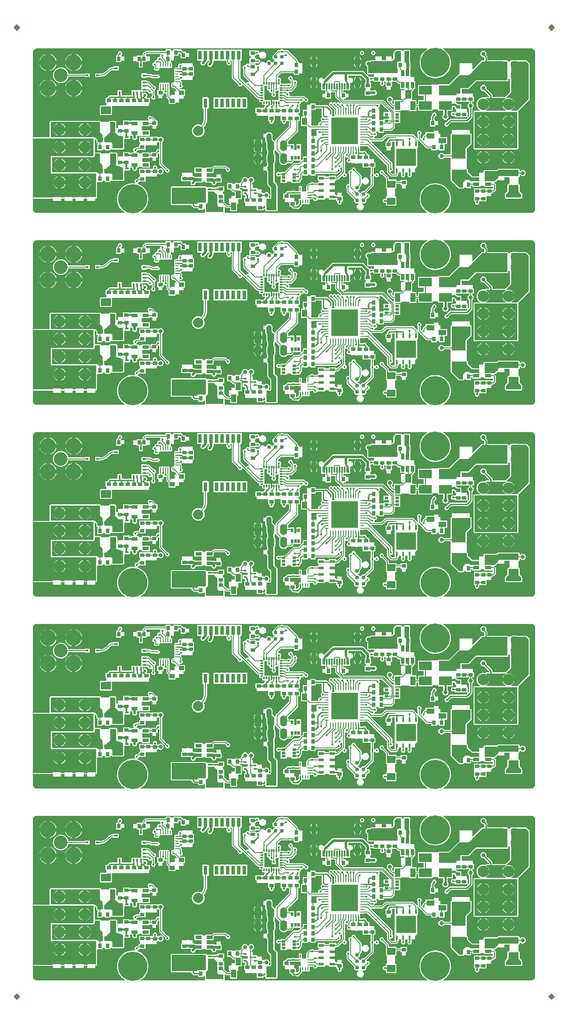
<source format=gtl>
G04*
G04 #@! TF.GenerationSoftware,Altium Limited,Altium Designer,22.1.2 (22)*
G04*
G04 Layer_Physical_Order=1*
G04 Layer_Color=255*
%FSLAX44Y44*%
%MOMM*%
G71*
G04*
G04 #@! TF.SameCoordinates,9A175420-6E9C-451E-8E29-60AB4C3F01C6*
G04*
G04*
G04 #@! TF.FilePolarity,Positive*
G04*
G01*
G75*
%ADD10C,0.1000*%
%ADD11C,0.2540*%
%ADD12C,0.1754*%
%ADD13C,0.1524*%
%ADD14R,1.7000X1.4000*%
%ADD15C,0.7870*%
%ADD16C,0.8000*%
%ADD17R,0.7000X1.8000*%
%ADD18R,0.8000X1.8000*%
%ADD19R,0.8890X0.6350*%
%ADD20R,0.6350X0.8890*%
%ADD21R,0.5000X0.8000*%
%ADD22R,0.8500X2.0000*%
%ADD23R,0.7000X1.2000*%
%ADD24R,1.1000X1.4000*%
%ADD25R,1.2500X1.0000*%
%ADD26R,1.0160X1.7780*%
%ADD27R,0.8000X0.5000*%
%ADD28R,1.7780X1.0160*%
%ADD29R,1.5000X1.0000*%
%ADD30R,1.8000X2.0000*%
%ADD31R,0.3000X0.3500*%
%ADD32R,0.3000X0.5500*%
%ADD33R,0.3500X0.3000*%
%ADD34R,0.5500X0.3000*%
%ADD35R,1.2000X0.7000*%
%ADD36R,0.2500X0.6750*%
%ADD37R,0.6750X0.2500*%
%ADD38R,1.2500X0.5500*%
%ADD39R,0.5500X0.3500*%
%ADD40R,1.0000X0.9000*%
%ADD41R,0.6000X0.4200*%
%ADD42R,2.5000X1.7000*%
%ADD43R,1.0000X1.5000*%
%ADD44R,5.3000X5.3000*%
%ADD45O,0.2500X0.8000*%
%ADD46O,0.8000X0.2500*%
G04:AMPARAMS|DCode=47|XSize=5mm|YSize=3.5mm|CornerRadius=0.875mm|HoleSize=0mm|Usage=FLASHONLY|Rotation=180.000|XOffset=0mm|YOffset=0mm|HoleType=Round|Shape=RoundedRectangle|*
%AMROUNDEDRECTD47*
21,1,5.0000,1.7500,0,0,180.0*
21,1,3.2500,3.5000,0,0,180.0*
1,1,1.7500,-1.6250,0.8750*
1,1,1.7500,1.6250,0.8750*
1,1,1.7500,1.6250,-0.8750*
1,1,1.7500,-1.6250,-0.8750*
%
%ADD47ROUNDEDRECTD47*%
G04:AMPARAMS|DCode=48|XSize=1.5mm|YSize=1.5mm|CornerRadius=0.375mm|HoleSize=0mm|Usage=FLASHONLY|Rotation=180.000|XOffset=0mm|YOffset=0mm|HoleType=Round|Shape=RoundedRectangle|*
%AMROUNDEDRECTD48*
21,1,1.5000,0.7500,0,0,180.0*
21,1,0.7500,1.5000,0,0,180.0*
1,1,0.7500,-0.3750,0.3750*
1,1,0.7500,0.3750,0.3750*
1,1,0.7500,0.3750,-0.3750*
1,1,0.7500,-0.3750,-0.3750*
%
%ADD48ROUNDEDRECTD48*%
%ADD49R,0.3000X1.2500*%
%ADD50R,0.6000X1.2500*%
%ADD51R,0.8000X0.3500*%
%ADD52R,0.4500X1.6800*%
%ADD53R,1.5500X2.3600*%
%ADD54R,1.6510X1.1430*%
%ADD55R,0.9000X0.9000*%
%ADD56O,0.2200X0.7000*%
%ADD57O,0.7000X0.2200*%
%ADD58R,2.6800X2.6800*%
%ADD59R,3.8750X3.8750*%
%ADD60R,0.7000X0.4000*%
%ADD61R,0.4000X0.7000*%
%ADD62R,4.0000X3.4000*%
%ADD63R,0.4500X0.9000*%
%ADD64R,2.7900X2.0000*%
%ADD65R,1.1430X1.6510*%
%ADD66R,1.1000X0.6000*%
%ADD67C,1.0160*%
%ADD68C,0.2032*%
%ADD69C,0.3048*%
%ADD70C,0.5080*%
%ADD71C,0.3810*%
%ADD72C,0.6350*%
%ADD73C,2.3000*%
%ADD74O,1.2000X2.1000*%
%ADD75O,1.2000X2.3000*%
%ADD76O,1.4000X2.2000*%
%ADD77R,1.4000X2.2000*%
%ADD78C,2.0000*%
%ADD79C,3.2000*%
%ADD80C,2.7000*%
%ADD81C,5.8000*%
%ADD82C,0.4500*%
%ADD83C,0.6000*%
G36*
X1085000Y1940000D02*
X1080000Y1935000D01*
X1075000Y1940000D01*
X1080000Y1945000D01*
X1085000Y1940000D01*
D02*
G37*
G36*
X25000D02*
X20000Y1935000D01*
X15000Y1940000D01*
X20000Y1945000D01*
X25000Y1940000D01*
D02*
G37*
G36*
X782000Y1873000D02*
X777000D01*
X775445Y1871445D01*
X774705D01*
Y1858555D01*
X775000D01*
Y1849000D01*
X717000D01*
Y1867000D01*
X723000Y1873000D01*
X764250D01*
X769000Y1877750D01*
Y1889000D01*
X773000Y1893000D01*
X782000D01*
Y1873000D01*
D02*
G37*
G36*
X798000Y1843000D02*
X792000D01*
Y1869000D01*
X789000Y1872000D01*
Y1893000D01*
X798000D01*
Y1843000D01*
D02*
G37*
G36*
X1042322Y1897655D02*
X1043771Y1897055D01*
X1045075Y1896184D01*
X1046184Y1895075D01*
X1047055Y1893771D01*
X1047655Y1892322D01*
X1047961Y1890784D01*
Y1890000D01*
Y1580000D01*
X1047961Y1579216D01*
X1047655Y1577678D01*
X1047055Y1576229D01*
X1046184Y1574925D01*
X1045075Y1573816D01*
X1043771Y1572945D01*
X1042322Y1572345D01*
X1040784Y1572039D01*
X866127D01*
X865831Y1573274D01*
X866248Y1573486D01*
X870195Y1576355D01*
X873645Y1579805D01*
X876514Y1583752D01*
X878729Y1588100D01*
X880237Y1592741D01*
X881000Y1597560D01*
Y1602440D01*
X880237Y1607259D01*
X878729Y1611900D01*
X876514Y1616248D01*
X873645Y1620195D01*
X870195Y1623645D01*
X866248Y1626514D01*
X861900Y1628729D01*
X857259Y1630237D01*
X852440Y1631000D01*
X847560D01*
X842741Y1630237D01*
X838100Y1628729D01*
X833753Y1626514D01*
X829805Y1623645D01*
X826355Y1620195D01*
X823486Y1616248D01*
X821271Y1611900D01*
X819763Y1607259D01*
X819000Y1602440D01*
Y1597560D01*
X819763Y1592741D01*
X821271Y1588100D01*
X823486Y1583752D01*
X826355Y1579805D01*
X829805Y1576355D01*
X833753Y1573486D01*
X834169Y1573274D01*
X833873Y1572039D01*
X432623D01*
X431908Y1573181D01*
X431902Y1573309D01*
X432039Y1574000D01*
Y1583572D01*
X433168Y1584132D01*
X433264Y1584143D01*
X434406Y1583002D01*
X435320Y1582391D01*
X436397Y1582177D01*
X443001D01*
Y1575493D01*
X457001D01*
Y1590000D01*
X459000D01*
Y1599493D01*
X466501D01*
Y1618493D01*
X464039D01*
X462795Y1618555D01*
Y1621184D01*
X468000D01*
Y1619900D01*
X476893D01*
X477780Y1618991D01*
X477686Y1615100D01*
X468000D01*
Y1606900D01*
X472312D01*
X473250Y1605845D01*
Y1604155D01*
X473376Y1603851D01*
X472670Y1602795D01*
X471055D01*
Y1592445D01*
X473000D01*
Y1586000D01*
X496055D01*
Y1577205D01*
X508945D01*
Y1579046D01*
X509380D01*
X510656Y1579300D01*
X511330Y1579750D01*
X511845D01*
X511905Y1579775D01*
X512961Y1579069D01*
Y1577500D01*
X513116Y1576720D01*
X513558Y1576058D01*
X514220Y1575616D01*
X515000Y1575461D01*
X535000D01*
X535780Y1575616D01*
X536442Y1576058D01*
X536884Y1576720D01*
X537039Y1577500D01*
Y1589226D01*
X537141Y1590000D01*
Y1625000D01*
X537141Y1625000D01*
X536898Y1626848D01*
X536184Y1628571D01*
X535050Y1630049D01*
X535049Y1630050D01*
X531141Y1633958D01*
Y1670522D01*
X531861Y1671461D01*
X532768Y1673651D01*
X533078Y1676000D01*
Y1684000D01*
X532768Y1686349D01*
X531861Y1688539D01*
X531141Y1689478D01*
Y1695922D01*
X531861Y1696861D01*
X531953Y1697081D01*
X533273Y1696951D01*
X533398Y1696322D01*
X534009Y1695409D01*
X541345Y1688072D01*
X540632Y1686349D01*
X540322Y1684000D01*
Y1676000D01*
X540632Y1673651D01*
X541539Y1671461D01*
X542981Y1669581D01*
X544861Y1668138D01*
X547051Y1667232D01*
X549400Y1666922D01*
X551749Y1667232D01*
X553939Y1668138D01*
X555819Y1669581D01*
X556752Y1670797D01*
X564613D01*
X565690Y1671011D01*
X566604Y1671622D01*
X567991Y1673009D01*
X568602Y1673922D01*
X568816Y1675000D01*
Y1676000D01*
X582553Y1676000D01*
X582619D01*
D01*
X582721Y1676000D01*
X582806Y1675796D01*
X583247Y1674730D01*
X579084Y1670566D01*
X569750D01*
X568672Y1670352D01*
X567759Y1669741D01*
X551517Y1653500D01*
X543500D01*
Y1651816D01*
X542194D01*
X541407Y1652603D01*
X539845Y1653250D01*
X538155D01*
X536593Y1652603D01*
X535397Y1651407D01*
X534750Y1649845D01*
Y1648155D01*
X535397Y1646593D01*
X536593Y1645397D01*
X538155Y1644750D01*
X539845D01*
X541407Y1645397D01*
X542194Y1646184D01*
X543500D01*
Y1637999D01*
Y1631500D01*
X555500D01*
Y1634000D01*
X564500D01*
Y1631500D01*
X576500D01*
Y1631500D01*
X577173Y1631950D01*
X577655Y1631750D01*
X579345D01*
X580907Y1632397D01*
X582103Y1633593D01*
X582750Y1635155D01*
Y1636267D01*
X584991Y1638509D01*
X585602Y1639422D01*
X585816Y1640500D01*
Y1646764D01*
X585935Y1646843D01*
X587205Y1646164D01*
Y1646055D01*
X597555D01*
Y1648000D01*
X602445D01*
Y1646055D01*
X612795D01*
Y1649684D01*
X654500D01*
X655578Y1649898D01*
X656491Y1650509D01*
X657733Y1651750D01*
X658845D01*
X660407Y1652397D01*
X661603Y1653593D01*
X662250Y1655155D01*
Y1656845D01*
X661603Y1658407D01*
X660530Y1659480D01*
X660615Y1660097D01*
X660898Y1660772D01*
X662407Y1661397D01*
X663603Y1662593D01*
X663914Y1663343D01*
X665184Y1663091D01*
Y1654167D01*
X654834Y1643816D01*
X653500D01*
Y1646250D01*
X638500D01*
Y1644000D01*
X631500D01*
Y1646250D01*
X616500D01*
Y1636250D01*
X619000D01*
Y1633750D01*
X616500D01*
Y1631816D01*
X609194D01*
X608407Y1632603D01*
X606845Y1633250D01*
X605155D01*
X603593Y1632603D01*
X602806Y1631816D01*
X601000D01*
X599922Y1631602D01*
X599009Y1630991D01*
X595509Y1627491D01*
X594898Y1626578D01*
X594684Y1625500D01*
X594250D01*
Y1615000D01*
X585750D01*
Y1625500D01*
X579250D01*
Y1615834D01*
X571406D01*
X571137Y1616103D01*
X569575Y1616750D01*
X567885D01*
X566323Y1616103D01*
X566054Y1615834D01*
X557500D01*
X556224Y1615580D01*
X555142Y1614857D01*
X552643Y1612357D01*
X551920Y1611276D01*
X551824Y1610795D01*
X548555D01*
Y1600445D01*
X552000D01*
Y1593000D01*
X560555D01*
Y1585205D01*
X563824D01*
X563920Y1584724D01*
X564642Y1583642D01*
X566642Y1581642D01*
X567724Y1580920D01*
X569000Y1580666D01*
X574324D01*
X574593Y1580397D01*
X576155Y1579750D01*
X577845D01*
X579407Y1580397D01*
X580603Y1581593D01*
X581250Y1583155D01*
Y1583535D01*
X584857Y1587142D01*
X585580Y1588224D01*
X585834Y1589500D01*
X600750D01*
Y1599250D01*
X605415D01*
Y1599590D01*
X607622D01*
X607750Y1599462D01*
Y1599155D01*
X608397Y1597593D01*
X609593Y1596397D01*
X611155Y1595750D01*
X612845D01*
X614407Y1596397D01*
X615603Y1597593D01*
X615695Y1597814D01*
X616500Y1598750D01*
X631500D01*
Y1601000D01*
X638500D01*
Y1598750D01*
X653500D01*
X653555Y1597503D01*
Y1595205D01*
X655170D01*
X655876Y1594149D01*
X655750Y1593845D01*
Y1592155D01*
X656397Y1590593D01*
X657593Y1589397D01*
X659155Y1588750D01*
X660845D01*
X662407Y1589397D01*
X663603Y1590593D01*
X664250Y1592155D01*
Y1593845D01*
X664124Y1594149D01*
X664830Y1595205D01*
X666445D01*
Y1605555D01*
X664000D01*
Y1612000D01*
X656000D01*
X655635Y1607292D01*
X655360Y1607084D01*
X653500D01*
Y1608750D01*
X651000D01*
Y1636250D01*
X653500D01*
Y1638184D01*
X656000D01*
X657078Y1638398D01*
X657991Y1639009D01*
X664598Y1645616D01*
X666097Y1645318D01*
X666397Y1644593D01*
X667593Y1643397D01*
X669155Y1642750D01*
X670845D01*
X672407Y1643397D01*
X673603Y1644593D01*
X674250Y1646155D01*
Y1647845D01*
X673603Y1649407D01*
X672407Y1650603D01*
X671499Y1650979D01*
X670800Y1651714D01*
X670721Y1652520D01*
X670816Y1653000D01*
Y1682514D01*
X672086Y1683193D01*
X673155Y1682750D01*
X674845D01*
X675128Y1682867D01*
X676184Y1682162D01*
Y1679194D01*
X675397Y1678407D01*
X674750Y1676845D01*
Y1675155D01*
X675397Y1673593D01*
X676593Y1672397D01*
X678155Y1671750D01*
X679845D01*
X681407Y1672397D01*
X681730Y1672720D01*
X683000Y1672194D01*
Y1670000D01*
X706055D01*
Y1662205D01*
X722184D01*
Y1650194D01*
X721397Y1649407D01*
X720750Y1647845D01*
Y1646155D01*
X721397Y1644593D01*
X722184Y1643806D01*
Y1628667D01*
X709226Y1615709D01*
X708680Y1615935D01*
X706319D01*
X704138Y1615031D01*
X702468Y1613362D01*
X701837Y1611838D01*
X700463D01*
X699831Y1613362D01*
X698162Y1615031D01*
X696638Y1615663D01*
Y1617037D01*
X698162Y1617669D01*
X699831Y1619338D01*
X700735Y1621519D01*
Y1623880D01*
X700509Y1624426D01*
X702991Y1626909D01*
X703602Y1627822D01*
X703816Y1628900D01*
Y1631930D01*
X705086Y1632270D01*
X705745Y1631130D01*
X707039Y1629835D01*
X708625Y1628919D01*
X710394Y1628445D01*
X712226D01*
X713995Y1628919D01*
X715580Y1629835D01*
X716875Y1631130D01*
X717791Y1632715D01*
X718265Y1634484D01*
Y1636316D01*
X717791Y1638085D01*
X716875Y1639671D01*
X715580Y1640965D01*
X713995Y1641881D01*
X712226Y1642355D01*
X710394D01*
X708625Y1641881D01*
X707039Y1640965D01*
X705745Y1639671D01*
X705086Y1638530D01*
X703816Y1638870D01*
Y1645000D01*
X703602Y1646078D01*
X702991Y1646991D01*
X692250Y1657733D01*
Y1658845D01*
X691603Y1660407D01*
X690407Y1661603D01*
X688845Y1662250D01*
X687155D01*
X685593Y1661603D01*
X684397Y1660407D01*
X683750Y1658845D01*
Y1658250D01*
X682845Y1657250D01*
X681155D01*
X679593Y1656603D01*
X678397Y1655407D01*
X677750Y1653845D01*
Y1652155D01*
X678397Y1650593D01*
X679184Y1649806D01*
Y1629839D01*
X678128Y1629133D01*
X677845Y1629250D01*
X676155D01*
X674593Y1628603D01*
X673397Y1627407D01*
X672750Y1625845D01*
Y1624155D01*
X673397Y1622593D01*
X674184Y1621806D01*
Y1615100D01*
X674398Y1614022D01*
X675009Y1613109D01*
X689091Y1599026D01*
X688865Y1598481D01*
Y1596120D01*
X689769Y1593938D01*
X691438Y1592269D01*
X693619Y1591365D01*
X695981D01*
X697526Y1592005D01*
X698089Y1590864D01*
X696880Y1590165D01*
X695585Y1588871D01*
X694669Y1587285D01*
X694195Y1585516D01*
Y1583684D01*
X694669Y1581915D01*
X695585Y1580330D01*
X696880Y1579035D01*
X698465Y1578119D01*
X700234Y1577645D01*
X702066D01*
X703835Y1578119D01*
X705420Y1579035D01*
X706715Y1580330D01*
X707631Y1581915D01*
X708105Y1583684D01*
Y1585516D01*
X707631Y1587285D01*
X706715Y1588871D01*
X705420Y1590165D01*
X704211Y1590864D01*
X704773Y1592005D01*
X706319Y1591365D01*
X708680D01*
X710862Y1592269D01*
X712531Y1593938D01*
X713435Y1596120D01*
Y1598481D01*
X713180Y1599097D01*
X715833Y1601750D01*
X716845D01*
X718407Y1602397D01*
X719603Y1603593D01*
X720250Y1605155D01*
Y1606845D01*
X719603Y1608407D01*
X718407Y1609603D01*
X716845Y1610250D01*
X715155D01*
X714836Y1610118D01*
X713757Y1610775D01*
X713565Y1612083D01*
X726991Y1625509D01*
X727602Y1626422D01*
X727816Y1627500D01*
Y1643806D01*
X728603Y1644593D01*
X728813Y1645099D01*
X730187D01*
X730397Y1644593D01*
X731593Y1643397D01*
X733155Y1642750D01*
X734845D01*
X736407Y1643397D01*
X737603Y1644593D01*
X738250Y1646155D01*
Y1647845D01*
X737603Y1649407D01*
X736407Y1650603D01*
X734845Y1651250D01*
X733155D01*
X731593Y1650603D01*
X730397Y1649407D01*
X730187Y1648901D01*
X728813D01*
X728603Y1649407D01*
X727816Y1650194D01*
Y1662205D01*
X731445D01*
Y1672555D01*
X729000D01*
Y1680000D01*
X718945D01*
Y1687795D01*
X715775D01*
X715580Y1688776D01*
X714857Y1689858D01*
X713250Y1691465D01*
Y1691845D01*
X712603Y1693407D01*
X711407Y1694603D01*
X709845Y1695250D01*
X708155D01*
X706593Y1694603D01*
X706324Y1694334D01*
X700834D01*
Y1700000D01*
X700814Y1700103D01*
Y1702750D01*
X700724Y1703200D01*
X701800Y1704276D01*
X702250Y1704186D01*
X707750D01*
X709018Y1704439D01*
X709385Y1704684D01*
X715333D01*
X754184Y1665833D01*
Y1653000D01*
X754398Y1651922D01*
X755009Y1651009D01*
X761009Y1645009D01*
X761922Y1644398D01*
X763000Y1644184D01*
X772107D01*
X773185Y1644398D01*
X774099Y1645009D01*
X775441Y1646351D01*
X776052Y1647265D01*
X776266Y1648343D01*
Y1650000D01*
X777700D01*
Y1653000D01*
X781900D01*
Y1650000D01*
X781900Y1650000D01*
X781900D01*
X782116Y1648730D01*
X781750Y1647845D01*
Y1646155D01*
X782397Y1644593D01*
X783593Y1643397D01*
X785155Y1642750D01*
X786845D01*
X788407Y1643397D01*
X789603Y1644593D01*
X790250Y1646155D01*
Y1647845D01*
X789884Y1648730D01*
X790400Y1650000D01*
X790400D01*
Y1653000D01*
X794600D01*
Y1650000D01*
X794600Y1650000D01*
X795116Y1648730D01*
X794750Y1647845D01*
Y1646155D01*
X795397Y1644593D01*
X796593Y1643397D01*
X798155Y1642750D01*
X799845D01*
X801407Y1643397D01*
X802603Y1644593D01*
X803250Y1646155D01*
Y1647845D01*
X802884Y1648730D01*
X803100Y1650000D01*
X803100D01*
Y1653000D01*
X812000D01*
Y1663500D01*
X814500D01*
Y1701500D01*
X815563Y1702000D01*
X815800D01*
Y1715000D01*
X814366D01*
Y1717181D01*
X815636Y1717566D01*
X816009Y1717009D01*
X832009Y1701009D01*
X832922Y1700398D01*
X834000Y1700184D01*
X842325D01*
Y1696055D01*
X852675D01*
Y1698000D01*
X857565D01*
Y1696055D01*
X867915D01*
Y1708499D01*
X873493D01*
Y1722499D01*
X860000D01*
Y1735000D01*
X847000D01*
Y1731999D01*
X830493D01*
Y1727815D01*
X829999D01*
X828922Y1727601D01*
X828008Y1726991D01*
X825545Y1724527D01*
X824934Y1723614D01*
X824720Y1722536D01*
Y1721656D01*
X824593Y1721603D01*
X823397Y1720407D01*
X823097Y1719682D01*
X821777Y1719420D01*
X820816Y1720273D01*
Y1727806D01*
X821603Y1728593D01*
X822250Y1730155D01*
Y1731845D01*
X821603Y1733407D01*
X820407Y1734603D01*
X818845Y1735250D01*
X817155D01*
X815593Y1734603D01*
X814397Y1733407D01*
X813750Y1731845D01*
Y1730155D01*
X814397Y1728593D01*
X815184Y1727806D01*
Y1720269D01*
X813914Y1719884D01*
X813541Y1720441D01*
X806991Y1726991D01*
X806078Y1727602D01*
X805000Y1727816D01*
X752000D01*
X750922Y1727602D01*
X750009Y1726991D01*
X742833Y1719816D01*
X729486D01*
X728807Y1721086D01*
X729250Y1722155D01*
Y1723750D01*
X730845D01*
X732407Y1724397D01*
X733603Y1725593D01*
X734250Y1727155D01*
Y1728845D01*
X733603Y1730407D01*
X732555Y1731455D01*
Y1733000D01*
X737445D01*
Y1731055D01*
X747795D01*
Y1734684D01*
X762500D01*
X763578Y1734898D01*
X764491Y1735509D01*
X768531Y1739549D01*
X769142Y1740462D01*
X769356Y1741540D01*
Y1750000D01*
X780500D01*
Y1756501D01*
Y1763000D01*
Y1772000D01*
X770146D01*
X769683Y1773042D01*
X770401Y1774110D01*
X781840D01*
Y1776000D01*
X798160D01*
Y1774110D01*
X812320D01*
Y1782184D01*
X815500D01*
Y1774500D01*
X844500D01*
Y1777000D01*
X855500D01*
Y1774500D01*
X866019D01*
Y1767004D01*
X864913Y1765899D01*
X864000Y1763694D01*
Y1761306D01*
X864913Y1759101D01*
X866601Y1757413D01*
X868807Y1756500D01*
X871193D01*
X873399Y1757413D01*
X875087Y1759101D01*
X876000Y1761306D01*
Y1763694D01*
X875087Y1765899D01*
X873981Y1767004D01*
Y1774500D01*
X884500D01*
Y1781481D01*
X885556Y1782186D01*
X886005Y1782000D01*
X887995D01*
X888555Y1780858D01*
Y1777445D01*
X891000D01*
Y1772555D01*
X888555D01*
Y1772355D01*
X887301Y1771813D01*
X885739Y1772460D01*
X884049D01*
X882486Y1771813D01*
X881291Y1770617D01*
X880644Y1769055D01*
Y1767364D01*
X881291Y1765802D01*
X882486Y1764607D01*
X884049Y1763960D01*
X885739D01*
X887301Y1764607D01*
X888555Y1764064D01*
Y1762205D01*
X913194D01*
X913720Y1760935D01*
X911119Y1758334D01*
X880000D01*
X878724Y1758080D01*
X877643Y1757357D01*
X872035Y1751750D01*
X871655D01*
X870093Y1751103D01*
X868897Y1749907D01*
X868250Y1748345D01*
Y1746655D01*
X868897Y1745093D01*
X870093Y1743897D01*
X871655Y1743250D01*
X873345D01*
X874907Y1743897D01*
X876103Y1745093D01*
X876750Y1746655D01*
Y1747035D01*
X881381Y1751666D01*
X912500D01*
X913776Y1751920D01*
X914857Y1752643D01*
X922357Y1760143D01*
X923080Y1761224D01*
X923334Y1762500D01*
Y1779887D01*
X923399Y1779913D01*
X925087Y1781601D01*
X926000Y1783806D01*
Y1786194D01*
X925087Y1788399D01*
X923399Y1790087D01*
X922816Y1790328D01*
Y1792205D01*
X926445D01*
Y1802555D01*
X924000D01*
Y1809000D01*
X903135D01*
X902039Y1810000D01*
Y1817961D01*
X915000D01*
X915780Y1818116D01*
X916442Y1818558D01*
X916442Y1818558D01*
X920384Y1822500D01*
X921000D01*
Y1823116D01*
X930845Y1832961D01*
X992500D01*
X993280Y1833116D01*
X993942Y1833558D01*
X994384Y1834220D01*
X994539Y1835000D01*
Y1837000D01*
X997961D01*
Y1810845D01*
X989149Y1802033D01*
X989145Y1802026D01*
X989079Y1802039D01*
X963334D01*
Y1805000D01*
X963080Y1806276D01*
X962357Y1807358D01*
X950973Y1818742D01*
X951000Y1818806D01*
Y1821194D01*
X950087Y1823399D01*
X948399Y1825087D01*
X946193Y1826000D01*
X943807D01*
X941601Y1825087D01*
X939913Y1823399D01*
X939000Y1821194D01*
Y1818806D01*
X939913Y1816601D01*
X941601Y1814913D01*
X943807Y1814000D01*
X946193D01*
X946258Y1814027D01*
X956666Y1803619D01*
Y1802039D01*
X950921D01*
X950790Y1802013D01*
X950655Y1802022D01*
X950403Y1801936D01*
X950141Y1801884D01*
X950029Y1801809D01*
X949902Y1801766D01*
X949701Y1801590D01*
X949480Y1801442D01*
X949405Y1801330D01*
X949304Y1801241D01*
X949186Y1801002D01*
X949037Y1800780D01*
X947800Y1800726D01*
X946777Y1801000D01*
X943223D01*
X939789Y1800080D01*
X936711Y1798303D01*
X934197Y1795789D01*
X932420Y1792711D01*
X931500Y1789277D01*
Y1785723D01*
X932420Y1782289D01*
X934197Y1779211D01*
X936711Y1776697D01*
X938249Y1775809D01*
X937909Y1774539D01*
X927500D01*
X926720Y1774384D01*
X926058Y1773942D01*
X925616Y1773280D01*
X925461Y1772500D01*
Y1700000D01*
X925616Y1699220D01*
X926058Y1698558D01*
X926720Y1698116D01*
X927500Y1697961D01*
X1012500D01*
X1013280Y1698116D01*
X1013942Y1698558D01*
X1014384Y1699220D01*
X1014539Y1700000D01*
Y1772500D01*
X1014384Y1773280D01*
X1014096Y1773712D01*
X1036442Y1796058D01*
X1036884Y1796720D01*
X1037039Y1797500D01*
Y1867500D01*
X1037039Y1867500D01*
X1036884Y1868280D01*
X1036442Y1868942D01*
X1031442Y1873942D01*
X1030780Y1874384D01*
X1030000Y1874539D01*
X1013534D01*
X1013494Y1874566D01*
X1011250Y1875013D01*
X1003750D01*
X1001507Y1874566D01*
X1001466Y1874539D01*
X1000000D01*
X999220Y1874384D01*
X998558Y1873942D01*
X998116Y1873280D01*
X997961Y1872500D01*
X994539D01*
X994384Y1873280D01*
X993942Y1873942D01*
X993280Y1874384D01*
X992500Y1874539D01*
X984157D01*
X983750Y1874593D01*
X953334D01*
Y1881455D01*
X953080Y1882731D01*
X952357Y1883813D01*
X950667Y1885503D01*
X951000Y1886306D01*
Y1888694D01*
X950087Y1890899D01*
X948399Y1892587D01*
X946193Y1893500D01*
X943807D01*
X941601Y1892587D01*
X939913Y1890899D01*
X939000Y1888694D01*
Y1886306D01*
X939913Y1884101D01*
X941601Y1882413D01*
X943807Y1881500D01*
X945240D01*
X946666Y1880074D01*
Y1874539D01*
X942500D01*
X942500Y1874539D01*
X941720Y1874384D01*
X941058Y1873942D01*
X924173Y1857057D01*
X923000Y1857543D01*
Y1869000D01*
X898000D01*
Y1848116D01*
X897500Y1847039D01*
X896720Y1846884D01*
X896058Y1846442D01*
X896058Y1846442D01*
X876655Y1827039D01*
X857500D01*
X856720Y1826884D01*
X856058Y1826442D01*
X855616Y1826000D01*
X842000D01*
Y1826000D01*
X841510Y1825500D01*
X815500D01*
Y1804500D01*
X827184D01*
Y1795500D01*
X815500D01*
Y1787816D01*
X812320D01*
Y1795890D01*
X804791D01*
X803875Y1796745D01*
Y1813272D01*
X804047Y1813445D01*
X804500Y1813535D01*
X805414Y1814145D01*
X806491Y1815223D01*
X807102Y1816136D01*
X807316Y1817214D01*
Y1817500D01*
X810000D01*
Y1833500D01*
X808000D01*
Y1842000D01*
X800500D01*
Y1857370D01*
X800500Y1857500D01*
X800500Y1857500D01*
X800295Y1858555D01*
X800295Y1858555D01*
Y1871445D01*
X800039D01*
Y1893000D01*
X799884Y1893780D01*
X799750Y1893981D01*
Y1894500D01*
X799355D01*
X798780Y1894884D01*
X798000Y1895039D01*
X789000D01*
X788220Y1894884D01*
X787645Y1894500D01*
X787250D01*
Y1893981D01*
X787116Y1893780D01*
X786961Y1893000D01*
X784039D01*
X783884Y1893780D01*
X783750Y1893981D01*
Y1894500D01*
X783355D01*
X782780Y1894884D01*
X782000Y1895039D01*
X773000D01*
X772220Y1894884D01*
X771645Y1894500D01*
X771250D01*
Y1894134D01*
X767558Y1890442D01*
X767116Y1889780D01*
X766961Y1889000D01*
Y1878595D01*
X764427Y1876061D01*
X764270Y1876030D01*
X763000Y1876985D01*
Y1882000D01*
X752000D01*
Y1875039D01*
X744000D01*
Y1882000D01*
X731000D01*
Y1875039D01*
X723000D01*
X723000Y1875039D01*
X722220Y1874884D01*
X721558Y1874442D01*
X720053Y1872937D01*
X718693Y1873500D01*
X716307D01*
X714101Y1872587D01*
X712413Y1870899D01*
X711500Y1868694D01*
Y1866306D01*
X712413Y1864101D01*
X714101Y1862413D01*
X714961Y1862057D01*
Y1849000D01*
X715116Y1848220D01*
X715558Y1847558D01*
X716220Y1847116D01*
X717000Y1846961D01*
X729000D01*
Y1842555D01*
X726555D01*
Y1842251D01*
X725878Y1841869D01*
X725285Y1841654D01*
X723845Y1842250D01*
X722155D01*
X720593Y1841603D01*
X720461Y1841471D01*
X718870Y1841676D01*
X708273Y1852273D01*
X706771Y1853277D01*
X705000Y1853629D01*
X705000Y1853629D01*
X647937D01*
X647937Y1853629D01*
X646165Y1853277D01*
X644664Y1852273D01*
X644664Y1852273D01*
X629686Y1837295D01*
X628188Y1837593D01*
X628051Y1837924D01*
X626574Y1839401D01*
X624644Y1840200D01*
X622556D01*
X620626Y1839401D01*
X619149Y1837924D01*
X618350Y1835994D01*
Y1833906D01*
X619149Y1831976D01*
X620626Y1830499D01*
X622556Y1829700D01*
X623500D01*
Y1815000D01*
X632184D01*
Y1813000D01*
X632256Y1812637D01*
X632445Y1811445D01*
X632445Y1811445D01*
X632445Y1811445D01*
Y1809000D01*
X626000D01*
Y1801000D01*
X632445D01*
Y1798555D01*
X642795D01*
Y1811426D01*
X643706Y1812311D01*
X644009Y1812009D01*
X644922Y1811398D01*
X646000Y1811184D01*
X651184D01*
Y1803000D01*
X651398Y1801922D01*
X652009Y1801009D01*
X662276Y1790742D01*
X662262Y1790374D01*
X660952Y1789338D01*
X660603Y1789407D01*
X659407Y1790603D01*
X657845Y1791250D01*
X656155D01*
X654593Y1790603D01*
X653500Y1789510D01*
X652407Y1790603D01*
X650845Y1791250D01*
X649155D01*
X647593Y1790603D01*
X646500Y1789510D01*
X645407Y1790603D01*
X643845Y1791250D01*
X642155D01*
X640593Y1790603D01*
X639397Y1789407D01*
X638750Y1787845D01*
Y1786155D01*
X639397Y1784593D01*
X640593Y1783397D01*
X642155Y1782750D01*
X643267D01*
X649684Y1776334D01*
Y1774385D01*
X649439Y1774018D01*
X649186Y1772750D01*
Y1767250D01*
X649439Y1765982D01*
X650157Y1764907D01*
X650362Y1764770D01*
X649977Y1763500D01*
X645023D01*
X644638Y1764770D01*
X644843Y1764907D01*
X645561Y1765982D01*
X645814Y1767250D01*
Y1769897D01*
X645834Y1770000D01*
Y1774500D01*
X645580Y1775776D01*
X644857Y1776857D01*
X643250Y1778465D01*
Y1778845D01*
X642603Y1780407D01*
X641407Y1781603D01*
X639845Y1782250D01*
X639465D01*
X636857Y1784857D01*
X635776Y1785580D01*
X634500Y1785834D01*
X612795D01*
Y1788945D01*
X602445D01*
Y1787000D01*
X596000D01*
Y1776445D01*
X587205D01*
Y1763555D01*
X586686Y1762500D01*
X583500D01*
Y1744500D01*
X594517D01*
X596000Y1743017D01*
Y1683945D01*
X587205D01*
Y1677757D01*
X586422Y1677602D01*
X585509Y1676991D01*
X584770Y1676253D01*
X583500Y1676779D01*
X583500Y1676881D01*
X583500Y1676881D01*
X583500Y1676947D01*
Y1688000D01*
Y1697000D01*
Y1709000D01*
X574500D01*
X574500Y1697000D01*
X573230Y1697000D01*
X571770D01*
X570500Y1698270D01*
Y1709000D01*
X561500D01*
Y1708216D01*
X558478D01*
Y1709400D01*
X558168Y1711750D01*
X557455Y1713472D01*
X576991Y1733009D01*
X577602Y1733922D01*
X577816Y1735000D01*
Y1754705D01*
X581445D01*
Y1765055D01*
X579000D01*
Y1769945D01*
X581445D01*
Y1780295D01*
X581101D01*
X580575Y1781565D01*
X580603Y1781593D01*
X581250Y1783155D01*
Y1784845D01*
X580603Y1786407D01*
X580648Y1786633D01*
X581408Y1787398D01*
X582603Y1788593D01*
X583250Y1790155D01*
Y1790750D01*
X584155Y1791750D01*
X585845D01*
X587407Y1792397D01*
X588603Y1793593D01*
X588813Y1794099D01*
X590187D01*
X590397Y1793593D01*
X591593Y1792397D01*
X593155Y1791750D01*
X594845D01*
X596407Y1792397D01*
X597603Y1793593D01*
X598250Y1795155D01*
Y1796845D01*
X597603Y1798407D01*
X596407Y1799603D01*
X594845Y1800250D01*
X593733D01*
X590991Y1802991D01*
X590078Y1803602D01*
X589000Y1803816D01*
X561486D01*
X560807Y1805086D01*
X561250Y1806155D01*
Y1807845D01*
X560603Y1809407D01*
X559818Y1810192D01*
X559543Y1811000D01*
X559818Y1811808D01*
X560194Y1812184D01*
X564000D01*
X565078Y1812398D01*
X565991Y1813009D01*
X573991Y1821009D01*
X574602Y1821922D01*
X574816Y1823000D01*
Y1827806D01*
X575603Y1828593D01*
X576250Y1830155D01*
Y1831845D01*
X575603Y1833407D01*
X574407Y1834603D01*
X572845Y1835250D01*
X571155D01*
X570086Y1834807D01*
X568816Y1835486D01*
Y1835585D01*
X568602Y1836663D01*
X567991Y1837576D01*
X567250Y1838318D01*
Y1839845D01*
X566603Y1841407D01*
X565407Y1842603D01*
X563845Y1843250D01*
X562155D01*
X560593Y1842603D01*
X559397Y1841407D01*
X558750Y1839845D01*
Y1838155D01*
X559397Y1836593D01*
X560593Y1835397D01*
X562155Y1834750D01*
X562853D01*
X563184Y1834419D01*
Y1828623D01*
X561914Y1828096D01*
X561407Y1828603D01*
X559845Y1829250D01*
X558155D01*
X556593Y1828603D01*
X555806Y1827816D01*
X548750D01*
Y1828500D01*
X545197D01*
X545000Y1828539D01*
X543539D01*
Y1830000D01*
X543500Y1830197D01*
Y1833490D01*
X543603Y1833593D01*
X544250Y1835155D01*
Y1836845D01*
X543603Y1838407D01*
X542407Y1839603D01*
X540845Y1840250D01*
X539155D01*
X538872Y1840133D01*
X537816Y1840838D01*
Y1842834D01*
X544166Y1849184D01*
X569205D01*
Y1845555D01*
X579555D01*
Y1848000D01*
X586000D01*
Y1869000D01*
X579555D01*
Y1871445D01*
X577196D01*
Y1873620D01*
X576982Y1874698D01*
X576371Y1875611D01*
X557991Y1893991D01*
X557078Y1894602D01*
X556000Y1894816D01*
X549194D01*
X548407Y1895603D01*
X546845Y1896250D01*
X545155D01*
X543593Y1895603D01*
X542806Y1894816D01*
X539000D01*
X537922Y1894602D01*
X537009Y1893991D01*
X531009Y1887991D01*
X530398Y1887078D01*
X530240Y1886281D01*
X529638Y1886031D01*
X527969Y1884362D01*
X527065Y1882180D01*
Y1879819D01*
X527969Y1877638D01*
X529638Y1875969D01*
X531162Y1875337D01*
Y1873963D01*
X529638Y1873331D01*
X527969Y1871662D01*
X527337Y1870138D01*
X525963D01*
X525331Y1871662D01*
X523662Y1873331D01*
X521480Y1874235D01*
X519119D01*
X516938Y1873331D01*
X515269Y1871662D01*
X514365Y1869480D01*
Y1869223D01*
X513413Y1868856D01*
X513095Y1868831D01*
X511870Y1870055D01*
X510285Y1870971D01*
X508516Y1871445D01*
X506684D01*
X504916Y1870971D01*
X503330Y1870055D01*
X502035Y1868760D01*
X501119Y1867175D01*
X500759Y1865832D01*
X499775Y1865149D01*
X499375Y1865031D01*
X498845Y1865250D01*
X497155D01*
X495715Y1864654D01*
X494445Y1865115D01*
Y1866795D01*
X482025D01*
X481955Y1866935D01*
X482740Y1868205D01*
X494445D01*
Y1868749D01*
X495122Y1869131D01*
X495715Y1869346D01*
X497155Y1868750D01*
X498845D01*
X500407Y1869397D01*
X501603Y1870593D01*
X502250Y1872155D01*
Y1873845D01*
X501603Y1875407D01*
X500407Y1876603D01*
X498845Y1877250D01*
X497155D01*
X495715Y1876654D01*
X495122Y1876869D01*
X494445Y1877251D01*
Y1878555D01*
X492000D01*
Y1883445D01*
X494445D01*
Y1885804D01*
X494815D01*
X495632Y1885966D01*
X496155Y1885750D01*
X497845D01*
X499407Y1886397D01*
X499548Y1886537D01*
X500686Y1885880D01*
X500645Y1885726D01*
Y1883894D01*
X501119Y1882126D01*
X502035Y1880540D01*
X503330Y1879245D01*
X504916Y1878329D01*
X506684Y1877855D01*
X508516D01*
X510285Y1878329D01*
X511870Y1879245D01*
X513165Y1880540D01*
X514081Y1882126D01*
X514555Y1883894D01*
Y1885726D01*
X514081Y1887495D01*
X513165Y1889080D01*
X511870Y1890375D01*
X510285Y1891291D01*
X508516Y1891765D01*
X506684D01*
X504916Y1891291D01*
X503330Y1890375D01*
X502520Y1889566D01*
X501250Y1890092D01*
Y1890845D01*
X500603Y1892407D01*
X499407Y1893603D01*
X497845Y1894250D01*
X496155D01*
X495619Y1894028D01*
X494445Y1893795D01*
X494445Y1893795D01*
X494445Y1893795D01*
X481555D01*
Y1883445D01*
X484000D01*
Y1878555D01*
X481555D01*
Y1869474D01*
X481555Y1869194D01*
X481434Y1868139D01*
X481388Y1868097D01*
X480877Y1867836D01*
X480292Y1867651D01*
X478845Y1868250D01*
X477155D01*
X475593Y1867603D01*
X474397Y1866407D01*
X473798Y1864962D01*
X472845Y1864250D01*
X471155D01*
X469593Y1863603D01*
X468397Y1862407D01*
X467750Y1860845D01*
Y1859155D01*
X468397Y1857593D01*
X469184Y1856806D01*
Y1845000D01*
X469398Y1843922D01*
X470009Y1843009D01*
X480780Y1832238D01*
X480061Y1831161D01*
X479845Y1831250D01*
X478155D01*
X476593Y1830603D01*
X475397Y1829407D01*
X475301Y1829175D01*
X474055Y1828927D01*
X463316Y1839666D01*
Y1874000D01*
X466500D01*
Y1896000D01*
X378000D01*
Y1874000D01*
X385794D01*
X386280Y1872827D01*
X385727Y1872273D01*
X384723Y1870771D01*
X384371Y1869000D01*
X384723Y1867229D01*
X385727Y1865727D01*
X387229Y1864723D01*
X389000Y1864371D01*
X390771Y1864723D01*
X392273Y1865727D01*
X397773Y1871227D01*
X397773Y1871227D01*
X398777Y1872729D01*
X399030Y1874000D01*
X400871D01*
Y1871223D01*
X399755Y1870106D01*
X398751Y1868605D01*
X398399Y1866833D01*
X398399Y1866833D01*
Y1866028D01*
X398751Y1864256D01*
X399755Y1862755D01*
X401256Y1861751D01*
X403028Y1861399D01*
X404799Y1861751D01*
X406301Y1862755D01*
X407304Y1864256D01*
X407381Y1864640D01*
X408773Y1866032D01*
X409777Y1867534D01*
X410129Y1869305D01*
X410129Y1869305D01*
Y1874000D01*
X435684D01*
Y1871500D01*
X435898Y1870422D01*
X436509Y1869509D01*
X436750Y1869267D01*
Y1868155D01*
X437397Y1866593D01*
X438593Y1865397D01*
X440155Y1864750D01*
X441845D01*
X443407Y1865397D01*
X444603Y1866593D01*
X445250Y1868155D01*
Y1869845D01*
X444603Y1871407D01*
X443407Y1872603D01*
X443101Y1872730D01*
X443353Y1874000D01*
X446684D01*
Y1840500D01*
X446898Y1839422D01*
X447509Y1838509D01*
X458750Y1827267D01*
Y1826155D01*
X459397Y1824593D01*
X460593Y1823397D01*
X462155Y1822750D01*
X463845D01*
X465407Y1823397D01*
X466603Y1824593D01*
X467196Y1826025D01*
X468423Y1826594D01*
X497009Y1798009D01*
X497922Y1797398D01*
X499000Y1797184D01*
X501250D01*
Y1791500D01*
X504803D01*
X505000Y1791461D01*
X506461D01*
Y1790000D01*
X506500Y1789803D01*
Y1786250D01*
X511580D01*
X512220Y1784980D01*
X511750Y1783845D01*
Y1783465D01*
X511230Y1782944D01*
X510507Y1781863D01*
X510253Y1780587D01*
Y1780295D01*
X493555D01*
Y1769945D01*
X496000D01*
Y1765000D01*
X518555D01*
Y1754705D01*
X520176D01*
X520750Y1753845D01*
Y1752155D01*
X521397Y1750593D01*
X522593Y1749397D01*
X524155Y1748750D01*
X525845D01*
X527407Y1749397D01*
X528603Y1750593D01*
X529250Y1752155D01*
Y1753845D01*
X529824Y1754705D01*
X531445D01*
Y1765000D01*
X543555D01*
Y1754705D01*
X545176D01*
X545750Y1753845D01*
Y1752155D01*
X546397Y1750593D01*
X547593Y1749397D01*
X549155Y1748750D01*
X550845D01*
X552407Y1749397D01*
X553603Y1750593D01*
X554250Y1752155D01*
Y1753845D01*
X554824Y1754705D01*
X559684D01*
Y1743667D01*
X534009Y1717991D01*
X533398Y1717078D01*
X533184Y1716000D01*
Y1714065D01*
X531914Y1713812D01*
X531861Y1713939D01*
X530419Y1715819D01*
X528539Y1717262D01*
X528144Y1717425D01*
X527261Y1718308D01*
Y1725000D01*
X527018Y1726848D01*
X526304Y1728571D01*
X525295Y1729886D01*
Y1731445D01*
X523061D01*
X521968Y1731898D01*
X520120Y1732141D01*
X518272Y1731898D01*
X517179Y1731445D01*
X514945D01*
Y1729886D01*
X514265Y1729000D01*
X509000D01*
Y1721000D01*
X512979D01*
Y1715350D01*
X512979Y1715350D01*
X513222Y1713502D01*
X513936Y1711780D01*
X515045Y1710333D01*
X514922Y1709400D01*
Y1701400D01*
X515232Y1699050D01*
X516138Y1696861D01*
X516859Y1695922D01*
Y1689478D01*
X516138Y1688539D01*
X515232Y1686349D01*
X514922Y1684000D01*
Y1676000D01*
X515232Y1673651D01*
X516138Y1671461D01*
X516859Y1670522D01*
Y1666445D01*
X514945D01*
Y1664000D01*
X509000D01*
Y1656000D01*
X514945D01*
Y1653555D01*
X516859D01*
Y1631000D01*
X516859Y1631000D01*
X517102Y1629152D01*
X517816Y1627430D01*
X518951Y1625950D01*
X522859Y1622042D01*
Y1602039D01*
X519821D01*
X519294Y1603309D01*
X520087Y1604101D01*
X521000Y1606306D01*
Y1608694D01*
X520087Y1610899D01*
X518399Y1612587D01*
X516194Y1613500D01*
X513806D01*
X511601Y1612587D01*
X510215Y1611200D01*
X508945Y1611627D01*
Y1612555D01*
X506000D01*
Y1619000D01*
X498000D01*
X497000Y1619630D01*
Y1621600D01*
X488000D01*
Y1628000D01*
X486816D01*
Y1631758D01*
X488399Y1632413D01*
X490087Y1634101D01*
X491000Y1636306D01*
Y1638694D01*
X490087Y1640899D01*
X488399Y1642587D01*
X486194Y1643500D01*
X483806D01*
X481601Y1642587D01*
X479913Y1640899D01*
X479437Y1639749D01*
X478063D01*
X477587Y1640899D01*
X475899Y1642587D01*
X473694Y1643500D01*
X471306D01*
X469101Y1642587D01*
X467413Y1640899D01*
X466500Y1638694D01*
Y1636306D01*
X466741Y1635724D01*
X463819Y1632801D01*
X463552Y1632402D01*
X462795Y1631445D01*
X452445D01*
Y1630000D01*
X447555D01*
Y1631445D01*
X437205D01*
Y1618555D01*
X443572D01*
X448388Y1613739D01*
X449301Y1613129D01*
X450379Y1612915D01*
X452501D01*
Y1606000D01*
X441000D01*
Y1590000D01*
X443001D01*
Y1587809D01*
X437564D01*
X431445Y1593928D01*
Y1599705D01*
Y1610055D01*
X429000D01*
Y1614945D01*
X431445D01*
Y1625295D01*
X418555D01*
Y1622994D01*
X413115D01*
X411839Y1622740D01*
X411530Y1622534D01*
X408500D01*
Y1622950D01*
X397000D01*
Y1622950D01*
X396950D01*
X396884Y1623280D01*
X396442Y1623942D01*
X395780Y1624384D01*
X395000Y1624539D01*
X327450D01*
X326670Y1624384D01*
X326008Y1623942D01*
X325566Y1623280D01*
X325411Y1622500D01*
Y1610398D01*
X325359Y1610000D01*
X325411Y1609602D01*
Y1597898D01*
X325359Y1597500D01*
X325411Y1597102D01*
Y1590000D01*
X325566Y1589220D01*
X326008Y1588558D01*
X326670Y1588116D01*
X327450Y1587961D01*
X366094D01*
X366320Y1586824D01*
X367042Y1585742D01*
X370143Y1582643D01*
X371224Y1581920D01*
X372500Y1581666D01*
X379705D01*
Y1578555D01*
X390055D01*
Y1580000D01*
X392961D01*
Y1574000D01*
X393098Y1573309D01*
X393092Y1573181D01*
X392377Y1572039D01*
X266127D01*
X265831Y1573274D01*
X266248Y1573486D01*
X270195Y1576355D01*
X273645Y1579805D01*
X276514Y1583752D01*
X278729Y1588100D01*
X280237Y1592741D01*
X281000Y1597560D01*
Y1602440D01*
X280237Y1607259D01*
X278729Y1611900D01*
X276514Y1616248D01*
X273645Y1620195D01*
X270195Y1623645D01*
X266248Y1626514D01*
X261900Y1628729D01*
X259290Y1629577D01*
X259260Y1630922D01*
X260407Y1631397D01*
X261603Y1632593D01*
X261863Y1633221D01*
X262555Y1634205D01*
X275445D01*
Y1644000D01*
X298000D01*
Y1649065D01*
X300445D01*
Y1649410D01*
X301618Y1649896D01*
X302101Y1649413D01*
X304307Y1648500D01*
X306693D01*
X308899Y1649413D01*
X310587Y1651101D01*
X311500Y1653306D01*
Y1655694D01*
X310587Y1657899D01*
X308899Y1659587D01*
X306693Y1660500D01*
X304307D01*
X302101Y1659587D01*
X301495Y1658980D01*
X300445Y1659415D01*
Y1659415D01*
X298904D01*
X298055Y1660685D01*
X298250Y1661155D01*
Y1662845D01*
X297603Y1664407D01*
X296407Y1665603D01*
X294845Y1666250D01*
X293155D01*
X291593Y1665603D01*
X290397Y1664407D01*
X289750Y1662845D01*
Y1661155D01*
X289944Y1660685D01*
X289096Y1659415D01*
X287555D01*
X287445Y1659795D01*
X262555D01*
Y1649445D01*
X265000D01*
Y1644555D01*
X262555D01*
Y1642196D01*
X262380D01*
X261302Y1641982D01*
X260389Y1641371D01*
X258267Y1639250D01*
X257155D01*
X255593Y1638603D01*
X254397Y1637407D01*
X253750Y1635845D01*
Y1634155D01*
X254397Y1632593D01*
X255130Y1631860D01*
X254524Y1630670D01*
X252440Y1631000D01*
X247560D01*
X242741Y1630237D01*
X238100Y1628729D01*
X233752Y1626514D01*
X229805Y1623645D01*
X226355Y1620195D01*
X223486Y1616248D01*
X221271Y1611900D01*
X219763Y1607259D01*
X219000Y1602440D01*
Y1597560D01*
X219763Y1592741D01*
X221271Y1588100D01*
X223486Y1583752D01*
X226355Y1579805D01*
X229805Y1576355D01*
X233752Y1573486D01*
X234169Y1573274D01*
X233873Y1572039D01*
X59216D01*
X57678Y1572345D01*
X56229Y1572945D01*
X54925Y1573816D01*
X53816Y1574925D01*
X52945Y1576229D01*
X52345Y1577678D01*
X52039Y1579216D01*
Y1600083D01*
X52500Y1600461D01*
X92000D01*
Y1596000D01*
X108000D01*
Y1600461D01*
X114500D01*
Y1596000D01*
X130500D01*
Y1600461D01*
X137000D01*
Y1596000D01*
X153000D01*
Y1600461D01*
X159500D01*
Y1596000D01*
X175500D01*
Y1600461D01*
X177000D01*
X177780Y1600616D01*
X178442Y1601058D01*
X178884Y1601720D01*
X179039Y1602500D01*
Y1632561D01*
X179705Y1633555D01*
X190055D01*
Y1636000D01*
X194945D01*
Y1633555D01*
X205295D01*
Y1636000D01*
X207500D01*
Y1636000D01*
X208743Y1635935D01*
X209220Y1635616D01*
X210000Y1635461D01*
X230000D01*
X230780Y1635616D01*
X231442Y1636058D01*
X231538Y1636202D01*
X233250D01*
Y1656302D01*
X244750D01*
Y1661952D01*
X246000Y1662000D01*
Y1662000D01*
X249371D01*
Y1660000D01*
X249723Y1658229D01*
X250727Y1656727D01*
X252229Y1655724D01*
X254000Y1655371D01*
X255772Y1655724D01*
X257273Y1656727D01*
X258277Y1658229D01*
X258629Y1660000D01*
Y1662000D01*
X262000D01*
Y1664000D01*
X268000D01*
Y1662000D01*
X284000D01*
Y1673000D01*
X269000D01*
Y1681000D01*
X284000D01*
Y1683684D01*
X286055D01*
Y1681945D01*
X289000D01*
Y1676000D01*
X296000D01*
Y1681945D01*
X298945D01*
Y1688312D01*
X300383Y1689750D01*
X300845D01*
X301414Y1689986D01*
X302684Y1689137D01*
Y1669500D01*
X302898Y1668422D01*
X303509Y1667509D01*
X314750Y1656267D01*
Y1655155D01*
X315397Y1653593D01*
X316593Y1652397D01*
X318155Y1651750D01*
X319845D01*
X321407Y1652397D01*
X322603Y1653593D01*
X323250Y1655155D01*
Y1656845D01*
X322603Y1658407D01*
X321407Y1659603D01*
X319845Y1660250D01*
X318733D01*
X308316Y1670667D01*
Y1712172D01*
X308899Y1712413D01*
X310587Y1714101D01*
X311500Y1716306D01*
Y1718694D01*
X310587Y1720899D01*
X308899Y1722587D01*
X306693Y1723500D01*
X304307D01*
X302101Y1722587D01*
X301618Y1722104D01*
X300445Y1722590D01*
Y1722795D01*
X287555D01*
Y1722795D01*
X287445D01*
Y1722795D01*
X262555D01*
Y1712445D01*
X265000D01*
Y1707555D01*
X262555D01*
Y1702783D01*
X258448D01*
X257370Y1702569D01*
X256457Y1701958D01*
X255748Y1701250D01*
X254155D01*
X252593Y1700603D01*
X251397Y1699407D01*
X250750Y1697845D01*
Y1696155D01*
X251397Y1694593D01*
X252593Y1693397D01*
X252899Y1693270D01*
X252646Y1692000D01*
X246000D01*
Y1690093D01*
X243945D01*
Y1692795D01*
X231055D01*
Y1684000D01*
X221000D01*
Y1677555D01*
X219539D01*
Y1690000D01*
X219384Y1690780D01*
X218942Y1691442D01*
X218280Y1691884D01*
X217500Y1692039D01*
X205000D01*
X204220Y1691884D01*
X203558Y1691442D01*
X203189Y1690890D01*
X203160D01*
Y1690846D01*
X203116Y1690780D01*
X202961Y1690000D01*
X187039D01*
X186884Y1690780D01*
X186840Y1690846D01*
Y1690890D01*
X186811D01*
X186442Y1691442D01*
X185780Y1691884D01*
X185000Y1692039D01*
X175000D01*
X174539Y1692417D01*
Y1718281D01*
X175809Y1718807D01*
X177961Y1716655D01*
Y1712500D01*
X178116Y1711720D01*
X178558Y1711058D01*
X179220Y1710616D01*
X180000Y1710461D01*
X182064D01*
Y1708945D01*
X179705D01*
Y1696055D01*
X190055D01*
Y1698000D01*
X194945D01*
Y1696055D01*
X205295D01*
Y1698000D01*
X207500D01*
Y1698000D01*
X208617Y1698370D01*
X208770Y1698416D01*
X209220Y1698116D01*
X210000Y1697961D01*
X230000D01*
X230780Y1698116D01*
X231442Y1698558D01*
X231538Y1698702D01*
X233250D01*
Y1718802D01*
X244750D01*
Y1724952D01*
X246000Y1725000D01*
Y1725000D01*
X249371D01*
Y1721000D01*
X249723Y1719229D01*
X250727Y1717727D01*
X252229Y1716723D01*
X254000Y1716371D01*
X255771Y1716723D01*
X257273Y1717727D01*
X258277Y1719229D01*
X258629Y1721000D01*
Y1725000D01*
X262000D01*
X262000Y1725000D01*
X284000D01*
Y1736000D01*
X268000D01*
Y1744000D01*
X284000D01*
Y1746684D01*
X286055D01*
Y1744945D01*
X289000D01*
Y1739000D01*
X297000D01*
Y1744945D01*
X298945D01*
Y1755295D01*
X295316D01*
Y1756500D01*
X295102Y1757578D01*
X294491Y1758491D01*
X290991Y1761991D01*
X290078Y1762602D01*
X289000Y1762816D01*
X287194D01*
X286407Y1763603D01*
X284845Y1764250D01*
X283155D01*
X281593Y1763603D01*
X280397Y1762407D01*
X279750Y1760845D01*
Y1759155D01*
X280397Y1757593D01*
X281593Y1756397D01*
X281899Y1756270D01*
X281646Y1755000D01*
X246000D01*
Y1753713D01*
X243945D01*
Y1755295D01*
X231055D01*
Y1746000D01*
X221000D01*
Y1740055D01*
X218555D01*
Y1740055D01*
X217320Y1740139D01*
Y1753390D01*
X216811D01*
X216442Y1753942D01*
X215780Y1754384D01*
X215000Y1754539D01*
X205000D01*
X204220Y1754384D01*
X203558Y1753942D01*
X203189Y1753390D01*
X203160D01*
Y1753346D01*
X203116Y1753280D01*
X202961Y1752500D01*
X187039D01*
X186884Y1753280D01*
X186840Y1753346D01*
Y1753390D01*
X186811D01*
X186442Y1753942D01*
X185780Y1754384D01*
X185000Y1754539D01*
X87500D01*
X86720Y1754384D01*
X86058Y1753942D01*
X85616Y1753280D01*
X85461Y1752500D01*
Y1722500D01*
X85083Y1722039D01*
X52500D01*
X52039Y1722417D01*
Y1890000D01*
Y1890784D01*
X52345Y1892322D01*
X52945Y1893771D01*
X53816Y1895075D01*
X54925Y1896184D01*
X56229Y1897055D01*
X57678Y1897655D01*
X59216Y1897961D01*
X833873D01*
X834169Y1896726D01*
X833753Y1896514D01*
X829805Y1893645D01*
X826355Y1890195D01*
X823486Y1886248D01*
X821271Y1881900D01*
X819763Y1877259D01*
X819000Y1872440D01*
Y1867560D01*
X819763Y1862741D01*
X821271Y1858100D01*
X823486Y1853752D01*
X826355Y1849805D01*
X829805Y1846355D01*
X833753Y1843486D01*
X838100Y1841271D01*
X842741Y1839763D01*
X847560Y1839000D01*
X852440D01*
X857259Y1839763D01*
X861900Y1841271D01*
X866248Y1843486D01*
X870195Y1846355D01*
X873645Y1849805D01*
X876514Y1853752D01*
X878729Y1858100D01*
X880237Y1862741D01*
X881000Y1867560D01*
Y1872440D01*
X880237Y1877259D01*
X878729Y1881900D01*
X876514Y1886248D01*
X873645Y1890195D01*
X870195Y1893645D01*
X866248Y1896514D01*
X865831Y1896726D01*
X866127Y1897961D01*
X1040784D01*
X1042322Y1897655D01*
D02*
G37*
G36*
X541500Y1827750D02*
X540000Y1826250D01*
X538500D01*
Y1830000D01*
X541500D01*
Y1827750D01*
D02*
G37*
G36*
X511500Y1826250D02*
X510000D01*
X508500Y1827750D01*
Y1830000D01*
X511500D01*
Y1826250D01*
D02*
G37*
G36*
X545000Y1823500D02*
X541250D01*
Y1825000D01*
X542750Y1826500D01*
X545000D01*
Y1823500D01*
D02*
G37*
G36*
X508750Y1825000D02*
Y1823500D01*
X505000D01*
Y1826500D01*
X507250D01*
X508750Y1825000D01*
D02*
G37*
G36*
X992500Y1835000D02*
X930000D01*
X915000Y1820000D01*
X900000D01*
Y1810000D01*
X899000Y1809000D01*
X892000D01*
Y1805000D01*
X857500D01*
Y1825000D01*
X877500D01*
X897500Y1845000D01*
X915000D01*
X917000Y1847000D01*
X918000D01*
X923000Y1852000D01*
Y1853000D01*
X942500Y1872500D01*
X992500D01*
Y1835000D01*
D02*
G37*
G36*
X711371Y1836083D02*
Y1829795D01*
X709555D01*
Y1819445D01*
X712000D01*
Y1814555D01*
X709555D01*
Y1804205D01*
X722445D01*
Y1805371D01*
X727110D01*
X728005Y1805000D01*
X729995D01*
X731832Y1805761D01*
X733239Y1807168D01*
X734000Y1809005D01*
Y1810995D01*
X733239Y1812832D01*
X731832Y1814239D01*
X729995Y1815000D01*
X728005D01*
X727110Y1814629D01*
X721000D01*
Y1819445D01*
X722445D01*
Y1829795D01*
X720629D01*
Y1833239D01*
X721685Y1833945D01*
X722155Y1833750D01*
X723845D01*
X725285Y1834346D01*
X725878Y1834131D01*
X726555Y1833749D01*
Y1832205D01*
X741558D01*
X741925Y1830935D01*
X741397Y1830407D01*
X740750Y1828845D01*
Y1827155D01*
X741397Y1825593D01*
X742593Y1824397D01*
X744155Y1823750D01*
X745845D01*
X747407Y1824397D01*
X748603Y1825593D01*
X749250Y1827155D01*
Y1828845D01*
X748603Y1830407D01*
X748075Y1830935D01*
X748442Y1832205D01*
X751055D01*
Y1822445D01*
X753000D01*
Y1816000D01*
X762000D01*
Y1822445D01*
X763945D01*
Y1832205D01*
X772462D01*
X775921Y1828747D01*
X776834Y1828136D01*
X777912Y1827922D01*
X780000D01*
Y1817500D01*
X787277D01*
X788445Y1817255D01*
Y1815000D01*
X782000D01*
Y1799000D01*
X782206Y1798794D01*
X784852D01*
X785338Y1797621D01*
X783661Y1795944D01*
X779078D01*
X778806Y1795890D01*
X770714D01*
X770442Y1795944D01*
X770170Y1795890D01*
X767680D01*
Y1793400D01*
X767626Y1793128D01*
X767680Y1792856D01*
Y1789099D01*
X766410Y1788573D01*
X763344Y1791638D01*
X763399Y1791913D01*
X765087Y1793601D01*
X766000Y1795806D01*
Y1798194D01*
X765087Y1800399D01*
X763399Y1802087D01*
X761193Y1803000D01*
X758807D01*
X756601Y1802087D01*
X754913Y1800399D01*
X754000Y1798194D01*
Y1795806D01*
X754913Y1793601D01*
X756601Y1791913D01*
X757184Y1791672D01*
Y1791000D01*
X757398Y1789922D01*
X758009Y1789009D01*
X764009Y1783009D01*
X764922Y1782398D01*
X766000Y1782184D01*
X767680D01*
Y1776962D01*
X766507Y1776476D01*
X747991Y1794991D01*
X747078Y1795602D01*
X746000Y1795816D01*
X669166D01*
X667601Y1797382D01*
X668087Y1798555D01*
X672555D01*
Y1801000D01*
X678000D01*
Y1809000D01*
X672555D01*
Y1811445D01*
X667816D01*
Y1815000D01*
X681500D01*
Y1829700D01*
X682444D01*
X684374Y1830499D01*
X685851Y1831976D01*
X686650Y1833906D01*
Y1835994D01*
X685851Y1837924D01*
X684374Y1839401D01*
X682444Y1840200D01*
X680356D01*
X678899Y1839597D01*
X677629Y1840263D01*
Y1844371D01*
X703083D01*
X711371Y1836083D01*
D02*
G37*
G36*
X545000Y1793500D02*
X542750D01*
X541250Y1795000D01*
Y1796500D01*
X545000D01*
Y1793500D01*
D02*
G37*
G36*
X508750Y1795000D02*
X507250Y1793500D01*
X505000D01*
Y1796500D01*
X508750D01*
Y1795000D01*
D02*
G37*
G36*
X1035000Y1867500D02*
Y1797500D01*
X1012500Y1775000D01*
X1000921D01*
X1000581Y1776270D01*
X1002685Y1777485D01*
X1005015Y1779815D01*
X1006663Y1782669D01*
X1006937Y1783690D01*
X995000D01*
X983063D01*
X983337Y1782669D01*
X984985Y1779815D01*
X987315Y1777485D01*
X989419Y1776270D01*
X989079Y1775000D01*
X950921D01*
X950581Y1776270D01*
X952685Y1777485D01*
X955015Y1779815D01*
X956663Y1782669D01*
X956937Y1783690D01*
X945000D01*
Y1791310D01*
X956937D01*
X956663Y1792331D01*
X955015Y1795185D01*
X952685Y1797515D01*
X950581Y1798730D01*
X950921Y1800000D01*
X989079D01*
X989419Y1798730D01*
X987315Y1797515D01*
X984985Y1795185D01*
X983337Y1792331D01*
X983063Y1791310D01*
X995000D01*
X1006937D01*
X1006663Y1792331D01*
X1005015Y1795185D01*
X1002685Y1797515D01*
X999831Y1799163D01*
X996648Y1800016D01*
X993352D01*
X991248Y1799452D01*
X990591Y1800591D01*
X1000000Y1810000D01*
Y1837000D01*
Y1872500D01*
X1030000D01*
X1035000Y1867500D01*
D02*
G37*
G36*
X541500Y1792250D02*
Y1790000D01*
X538500D01*
Y1793750D01*
X540000D01*
X541500Y1792250D01*
D02*
G37*
G36*
X511500Y1790000D02*
X508500D01*
Y1792250D01*
X510000Y1793750D01*
X511500D01*
Y1790000D01*
D02*
G37*
G36*
X517184Y1822194D02*
X516397Y1821407D01*
X515750Y1819845D01*
Y1818155D01*
X516397Y1816593D01*
X517593Y1815397D01*
X519155Y1814750D01*
X520722D01*
Y1813183D01*
X521369Y1811620D01*
X522565Y1810425D01*
X524127Y1809778D01*
X525817D01*
X526080Y1809887D01*
X526800Y1808810D01*
X526397Y1808407D01*
X525750Y1806845D01*
Y1805155D01*
X526397Y1803593D01*
X527593Y1802397D01*
X529155Y1801750D01*
X530845D01*
X532407Y1802397D01*
X533603Y1803593D01*
X534250Y1805155D01*
Y1806845D01*
X533603Y1808407D01*
X532816Y1809194D01*
Y1813161D01*
X533872Y1813867D01*
X534155Y1813750D01*
X535845D01*
X537407Y1814397D01*
X537980Y1814970D01*
X539250Y1814444D01*
Y1806500D01*
Y1796697D01*
X539211Y1796500D01*
Y1795789D01*
X538500D01*
X538303Y1795750D01*
X526500D01*
Y1786483D01*
X526267Y1786250D01*
X525155D01*
X524690Y1786058D01*
X523500Y1786939D01*
Y1795750D01*
X511697D01*
X511500Y1795789D01*
X510789D01*
Y1796500D01*
X510750Y1796697D01*
Y1801500D01*
Y1811500D01*
Y1823303D01*
X510789Y1823500D01*
Y1824211D01*
X511500D01*
X511697Y1824250D01*
X517184D01*
Y1822194D01*
D02*
G37*
G36*
X917184Y1790328D02*
X916601Y1790087D01*
X914913Y1788399D01*
X914000Y1786194D01*
Y1783806D01*
X914913Y1781601D01*
X916601Y1779913D01*
X916666Y1779887D01*
Y1763881D01*
X915215Y1762430D01*
X913945Y1762956D01*
Y1772555D01*
X912000D01*
Y1778000D01*
X901445D01*
Y1787795D01*
X894186D01*
X892584Y1789396D01*
X891293Y1790259D01*
X891132Y1790291D01*
X890705Y1790935D01*
X891386Y1792205D01*
X917184D01*
Y1790328D01*
D02*
G37*
G36*
X758252Y1773173D02*
X757766Y1772000D01*
X747500D01*
Y1763000D01*
X758000D01*
Y1759000D01*
X747500D01*
Y1756445D01*
X739000D01*
Y1779000D01*
X737353D01*
X737101Y1780270D01*
X737407Y1780397D01*
X738603Y1781593D01*
X739250Y1783155D01*
Y1784845D01*
X738691Y1786196D01*
X739204Y1787466D01*
X743959D01*
X758252Y1773173D01*
D02*
G37*
G36*
X624166Y1765500D02*
X624420Y1764224D01*
X625109Y1763192D01*
X625230Y1762951D01*
X624885Y1761724D01*
X624593Y1761603D01*
X623397Y1760407D01*
X622750Y1758845D01*
Y1757155D01*
X623397Y1755593D01*
X624504Y1754486D01*
X622267Y1752250D01*
X621155D01*
X619593Y1751603D01*
X618397Y1750407D01*
X617750Y1748845D01*
Y1747155D01*
X617985Y1746586D01*
X617137Y1745316D01*
X604000D01*
Y1776055D01*
X612795D01*
Y1779166D01*
X624166D01*
Y1765500D01*
D02*
G37*
G36*
X185000Y1732500D02*
X190000Y1727500D01*
Y1712500D01*
X180000D01*
Y1717500D01*
X175000Y1722500D01*
X87500D01*
Y1752500D01*
X185000D01*
Y1732500D01*
D02*
G37*
G36*
X302101Y1712413D02*
X302684Y1712172D01*
Y1698863D01*
X301414Y1698015D01*
X300845Y1698250D01*
X299155D01*
X297593Y1697603D01*
X296397Y1696407D01*
X295750Y1694845D01*
Y1693155D01*
X294920Y1692295D01*
X286055D01*
Y1689316D01*
X284000D01*
Y1692000D01*
X268000D01*
Y1690000D01*
X262000D01*
Y1692000D01*
X257354D01*
X257101Y1693270D01*
X257407Y1693397D01*
X258603Y1694593D01*
X259250Y1696155D01*
Y1696786D01*
X259614Y1697151D01*
X266587D01*
X266859Y1697205D01*
X275445D01*
Y1706000D01*
X298000D01*
Y1712445D01*
X300445D01*
Y1712445D01*
X301594Y1712921D01*
X302101Y1712413D01*
D02*
G37*
G36*
X1012500Y1700000D02*
X927500D01*
Y1772500D01*
X1012500D01*
Y1700000D01*
D02*
G37*
G36*
X215000Y1732500D02*
X222500Y1725000D01*
Y1725000D01*
X230000D01*
Y1700000D01*
X210000D01*
Y1710000D01*
X207500Y1712500D01*
X195000D01*
Y1722500D01*
X205000Y1732500D01*
Y1752500D01*
X215000D01*
Y1732500D01*
D02*
G37*
G36*
X771784Y1720962D02*
X771531Y1720805D01*
X771043Y1720603D01*
X770780Y1720341D01*
X770770Y1720334D01*
X759500D01*
X758224Y1720080D01*
X757142Y1719358D01*
X755143Y1717357D01*
X754420Y1716276D01*
X754166Y1715000D01*
Y1712795D01*
X751055D01*
Y1702445D01*
X753000D01*
Y1696000D01*
X762000D01*
Y1702445D01*
X763945D01*
Y1712795D01*
X764854Y1713666D01*
X768299D01*
X769195Y1712767D01*
X769000Y1653000D01*
X769200D01*
Y1650000D01*
X768006Y1649816D01*
X764166D01*
X760220Y1653763D01*
X760939Y1654839D01*
X761155Y1654750D01*
X762845D01*
X764407Y1655397D01*
X765603Y1656593D01*
X766250Y1658155D01*
Y1659845D01*
X765603Y1661407D01*
X764816Y1662194D01*
Y1670000D01*
X764602Y1671078D01*
X763991Y1671991D01*
X723069Y1712914D01*
X723595Y1714184D01*
X744000D01*
X745078Y1714398D01*
X745991Y1715009D01*
X753166Y1722184D01*
X771541D01*
X771784Y1720962D01*
D02*
G37*
G36*
X185000Y1672500D02*
X190000Y1667500D01*
Y1650000D01*
X182500D01*
X180000Y1652500D01*
X90000D01*
Y1682500D01*
X172500D01*
X173075Y1683075D01*
X173280Y1683116D01*
X173942Y1683558D01*
X174384Y1684220D01*
X174425Y1684425D01*
X175000Y1685000D01*
Y1690000D01*
X185000D01*
Y1672500D01*
D02*
G37*
G36*
X217500Y1666667D02*
X230000Y1662500D01*
Y1637500D01*
X210000D01*
Y1647500D01*
X207500Y1650000D01*
X195000D01*
Y1657500D01*
X205000Y1667500D01*
Y1672500D01*
Y1690000D01*
X217500D01*
Y1666667D01*
D02*
G37*
G36*
X583000Y1600250D02*
X579250D01*
Y1595298D01*
X579166Y1594875D01*
Y1590881D01*
X576535Y1588250D01*
X576155D01*
X574715Y1587654D01*
X574122Y1587869D01*
X573445Y1588251D01*
Y1595555D01*
X570000D01*
Y1602000D01*
X561445D01*
Y1609166D01*
X566054D01*
X566323Y1608897D01*
X567885Y1608250D01*
X569575D01*
X571137Y1608897D01*
X571406Y1609166D01*
X579960D01*
X580383Y1609250D01*
X583000D01*
Y1600250D01*
D02*
G37*
G36*
X172500Y1685000D02*
X87500D01*
Y1650000D01*
X177000D01*
Y1602500D01*
X175500D01*
Y1604000D01*
X159500D01*
Y1602500D01*
X153000D01*
Y1604000D01*
X137000D01*
Y1602500D01*
X130500D01*
Y1604000D01*
X114500D01*
Y1602500D01*
X108000D01*
Y1604000D01*
X92000D01*
Y1602500D01*
X52500D01*
Y1720000D01*
X172500D01*
Y1685000D01*
D02*
G37*
G36*
X395000Y1592500D02*
X380000D01*
X377500Y1590000D01*
X327450D01*
Y1622500D01*
X395000D01*
Y1592500D01*
D02*
G37*
G36*
X535000Y1592500D02*
Y1577500D01*
X515000D01*
Y1582551D01*
X515250Y1583155D01*
Y1584845D01*
X515000Y1585449D01*
Y1600000D01*
X527500D01*
X535000Y1592500D01*
D02*
G37*
G36*
X418000Y1608000D02*
Y1586000D01*
X420000Y1584000D01*
X430000D01*
Y1574000D01*
X395000D01*
Y1580000D01*
Y1589000D01*
X399000Y1593000D01*
Y1615000D01*
X411000D01*
X418000Y1608000D01*
D02*
G37*
G36*
X782000Y1493000D02*
X777000D01*
X775445Y1491445D01*
X774705D01*
Y1478555D01*
X775000D01*
Y1469000D01*
X717000D01*
Y1487000D01*
X723000Y1493000D01*
X764250D01*
X769000Y1497750D01*
Y1509000D01*
X773000Y1513000D01*
X782000D01*
Y1493000D01*
D02*
G37*
G36*
X798000Y1463000D02*
X792000D01*
Y1489000D01*
X789000Y1492000D01*
Y1513000D01*
X798000D01*
Y1463000D01*
D02*
G37*
G36*
X1042322Y1517655D02*
X1043771Y1517055D01*
X1045075Y1516184D01*
X1046184Y1515075D01*
X1047055Y1513771D01*
X1047655Y1512322D01*
X1047961Y1510784D01*
Y1510000D01*
Y1200000D01*
X1047961Y1199216D01*
X1047655Y1197678D01*
X1047055Y1196229D01*
X1046184Y1194925D01*
X1045075Y1193816D01*
X1043771Y1192945D01*
X1042322Y1192345D01*
X1040784Y1192039D01*
X866127D01*
X865831Y1193274D01*
X866248Y1193486D01*
X870195Y1196355D01*
X873645Y1199805D01*
X876514Y1203753D01*
X878729Y1208100D01*
X880237Y1212741D01*
X881000Y1217560D01*
Y1222440D01*
X880237Y1227259D01*
X878729Y1231900D01*
X876514Y1236247D01*
X873645Y1240195D01*
X870195Y1243645D01*
X866248Y1246514D01*
X861900Y1248729D01*
X857259Y1250237D01*
X852440Y1251000D01*
X847560D01*
X842741Y1250237D01*
X838100Y1248729D01*
X833753Y1246514D01*
X829805Y1243645D01*
X826355Y1240195D01*
X823486Y1236247D01*
X821271Y1231900D01*
X819763Y1227259D01*
X819000Y1222440D01*
Y1217560D01*
X819763Y1212741D01*
X821271Y1208100D01*
X823486Y1203753D01*
X826355Y1199805D01*
X829805Y1196355D01*
X833753Y1193486D01*
X834169Y1193274D01*
X833873Y1192039D01*
X432623D01*
X431908Y1193181D01*
X431902Y1193309D01*
X432039Y1194000D01*
Y1203572D01*
X433168Y1204132D01*
X433264Y1204143D01*
X434406Y1203001D01*
X435320Y1202391D01*
X436397Y1202177D01*
X443001D01*
Y1195493D01*
X457001D01*
Y1210000D01*
X459000D01*
Y1219493D01*
X466501D01*
Y1238493D01*
X464039D01*
X462795Y1238555D01*
Y1241184D01*
X468000D01*
Y1239900D01*
X476893D01*
X477780Y1238991D01*
X477686Y1235100D01*
X468000D01*
Y1226900D01*
X472312D01*
X473250Y1225845D01*
Y1224155D01*
X473376Y1223851D01*
X472670Y1222795D01*
X471055D01*
Y1212445D01*
X473000D01*
Y1206000D01*
X496055D01*
Y1197205D01*
X508945D01*
Y1199046D01*
X509380D01*
X510656Y1199300D01*
X511330Y1199750D01*
X511845D01*
X511905Y1199775D01*
X512961Y1199069D01*
Y1197500D01*
X513116Y1196720D01*
X513558Y1196058D01*
X514220Y1195616D01*
X515000Y1195461D01*
X535000D01*
X535780Y1195616D01*
X536442Y1196058D01*
X536884Y1196720D01*
X537039Y1197500D01*
Y1209226D01*
X537141Y1210000D01*
Y1245000D01*
X537141Y1245000D01*
X536898Y1246848D01*
X536184Y1248571D01*
X535050Y1250050D01*
X535049Y1250050D01*
X531141Y1253958D01*
Y1290522D01*
X531861Y1291461D01*
X532768Y1293651D01*
X533078Y1296000D01*
Y1304000D01*
X532768Y1306349D01*
X531861Y1308539D01*
X531141Y1309478D01*
Y1315922D01*
X531861Y1316861D01*
X531953Y1317081D01*
X533273Y1316951D01*
X533398Y1316322D01*
X534009Y1315409D01*
X541345Y1308072D01*
X540632Y1306349D01*
X540322Y1304000D01*
Y1296000D01*
X540632Y1293651D01*
X541539Y1291461D01*
X542981Y1289581D01*
X544861Y1288138D01*
X547051Y1287232D01*
X549400Y1286922D01*
X551749Y1287232D01*
X553939Y1288138D01*
X555819Y1289581D01*
X556752Y1290797D01*
X564613D01*
X565690Y1291011D01*
X566604Y1291622D01*
X567991Y1293009D01*
X568602Y1293922D01*
X568816Y1295000D01*
Y1296000D01*
X582553Y1296000D01*
X582619D01*
D01*
X582721Y1296000D01*
X582806Y1295796D01*
X583247Y1294730D01*
X579084Y1290566D01*
X569750D01*
X568672Y1290352D01*
X567759Y1289741D01*
X551517Y1273500D01*
X543500D01*
Y1271816D01*
X542194D01*
X541407Y1272603D01*
X539845Y1273250D01*
X538155D01*
X536593Y1272603D01*
X535397Y1271407D01*
X534750Y1269845D01*
Y1268155D01*
X535397Y1266593D01*
X536593Y1265397D01*
X538155Y1264750D01*
X539845D01*
X541407Y1265397D01*
X542194Y1266184D01*
X543500D01*
Y1257999D01*
Y1251500D01*
X555500D01*
Y1254000D01*
X564500D01*
Y1251500D01*
X576500D01*
Y1251500D01*
X577173Y1251950D01*
X577655Y1251750D01*
X579345D01*
X580907Y1252397D01*
X582103Y1253593D01*
X582750Y1255155D01*
Y1256267D01*
X584991Y1258509D01*
X585602Y1259422D01*
X585816Y1260500D01*
Y1266764D01*
X585935Y1266843D01*
X587205Y1266164D01*
Y1266055D01*
X597555D01*
Y1268000D01*
X602445D01*
Y1266055D01*
X612795D01*
Y1269684D01*
X654500D01*
X655578Y1269898D01*
X656491Y1270509D01*
X657733Y1271750D01*
X658845D01*
X660407Y1272397D01*
X661603Y1273593D01*
X662250Y1275155D01*
Y1276845D01*
X661603Y1278407D01*
X660530Y1279480D01*
X660615Y1280097D01*
X660898Y1280772D01*
X662407Y1281397D01*
X663603Y1282593D01*
X663914Y1283343D01*
X665184Y1283091D01*
Y1274166D01*
X654834Y1263816D01*
X653500D01*
Y1266250D01*
X638500D01*
Y1264000D01*
X631500D01*
Y1266250D01*
X616500D01*
Y1256250D01*
X619000D01*
Y1253750D01*
X616500D01*
Y1251816D01*
X609194D01*
X608407Y1252603D01*
X606845Y1253250D01*
X605155D01*
X603593Y1252603D01*
X602806Y1251816D01*
X601000D01*
X599922Y1251602D01*
X599009Y1250991D01*
X595509Y1247491D01*
X594898Y1246578D01*
X594684Y1245500D01*
X594250D01*
Y1235000D01*
X585750D01*
Y1245500D01*
X579250D01*
Y1235834D01*
X571406D01*
X571137Y1236103D01*
X569575Y1236750D01*
X567885D01*
X566323Y1236103D01*
X566054Y1235834D01*
X557500D01*
X556224Y1235580D01*
X555142Y1234857D01*
X552643Y1232357D01*
X551920Y1231276D01*
X551824Y1230795D01*
X548555D01*
Y1220445D01*
X552000D01*
Y1213000D01*
X560555D01*
Y1205205D01*
X563824D01*
X563920Y1204724D01*
X564642Y1203643D01*
X566642Y1201643D01*
X567724Y1200920D01*
X569000Y1200666D01*
X574324D01*
X574593Y1200397D01*
X576155Y1199750D01*
X577845D01*
X579407Y1200397D01*
X580603Y1201593D01*
X581250Y1203155D01*
Y1203535D01*
X584857Y1207142D01*
X585580Y1208224D01*
X585834Y1209500D01*
X600750D01*
Y1219250D01*
X605415D01*
Y1219590D01*
X607622D01*
X607750Y1219462D01*
Y1219155D01*
X608397Y1217593D01*
X609593Y1216397D01*
X611155Y1215750D01*
X612845D01*
X614407Y1216397D01*
X615603Y1217593D01*
X615695Y1217814D01*
X616500Y1218750D01*
X631500D01*
Y1221000D01*
X638500D01*
Y1218750D01*
X653500D01*
X653555Y1217503D01*
Y1215205D01*
X655170D01*
X655876Y1214149D01*
X655750Y1213845D01*
Y1212155D01*
X656397Y1210593D01*
X657593Y1209397D01*
X659155Y1208750D01*
X660845D01*
X662407Y1209397D01*
X663603Y1210593D01*
X664250Y1212155D01*
Y1213845D01*
X664124Y1214149D01*
X664830Y1215205D01*
X666445D01*
Y1225555D01*
X664000D01*
Y1232000D01*
X656000D01*
X655635Y1227292D01*
X655360Y1227084D01*
X653500D01*
Y1228750D01*
X651000D01*
Y1256250D01*
X653500D01*
Y1258184D01*
X656000D01*
X657078Y1258398D01*
X657991Y1259009D01*
X664598Y1265616D01*
X666097Y1265318D01*
X666397Y1264593D01*
X667593Y1263397D01*
X669155Y1262750D01*
X670845D01*
X672407Y1263397D01*
X673603Y1264593D01*
X674250Y1266155D01*
Y1267845D01*
X673603Y1269407D01*
X672407Y1270603D01*
X671499Y1270979D01*
X670800Y1271714D01*
X670721Y1272520D01*
X670816Y1273000D01*
Y1302514D01*
X672086Y1303193D01*
X673155Y1302750D01*
X674845D01*
X675128Y1302867D01*
X676184Y1302162D01*
Y1299194D01*
X675397Y1298407D01*
X674750Y1296845D01*
Y1295155D01*
X675397Y1293593D01*
X676593Y1292397D01*
X678155Y1291750D01*
X679845D01*
X681407Y1292397D01*
X681730Y1292720D01*
X683000Y1292194D01*
Y1290000D01*
X706055D01*
Y1282205D01*
X722184D01*
Y1270194D01*
X721397Y1269407D01*
X720750Y1267845D01*
Y1266155D01*
X721397Y1264593D01*
X722184Y1263806D01*
Y1248667D01*
X709226Y1235709D01*
X708680Y1235935D01*
X706319D01*
X704138Y1235031D01*
X702468Y1233362D01*
X701837Y1231838D01*
X700463D01*
X699831Y1233362D01*
X698162Y1235031D01*
X696638Y1235663D01*
Y1237037D01*
X698162Y1237669D01*
X699831Y1239338D01*
X700735Y1241519D01*
Y1243880D01*
X700509Y1244426D01*
X702991Y1246909D01*
X703602Y1247822D01*
X703816Y1248900D01*
Y1251930D01*
X705086Y1252270D01*
X705745Y1251130D01*
X707039Y1249835D01*
X708625Y1248919D01*
X710394Y1248445D01*
X712226D01*
X713995Y1248919D01*
X715580Y1249835D01*
X716875Y1251130D01*
X717791Y1252716D01*
X718265Y1254484D01*
Y1256316D01*
X717791Y1258084D01*
X716875Y1259670D01*
X715580Y1260965D01*
X713995Y1261881D01*
X712226Y1262355D01*
X710394D01*
X708625Y1261881D01*
X707039Y1260965D01*
X705745Y1259670D01*
X705086Y1258530D01*
X703816Y1258870D01*
Y1265000D01*
X703602Y1266078D01*
X702991Y1266991D01*
X692250Y1277733D01*
Y1278845D01*
X691603Y1280407D01*
X690407Y1281603D01*
X688845Y1282250D01*
X687155D01*
X685593Y1281603D01*
X684397Y1280407D01*
X683750Y1278845D01*
Y1278250D01*
X682845Y1277250D01*
X681155D01*
X679593Y1276603D01*
X678397Y1275407D01*
X677750Y1273845D01*
Y1272155D01*
X678397Y1270593D01*
X679184Y1269806D01*
Y1249838D01*
X678128Y1249133D01*
X677845Y1249250D01*
X676155D01*
X674593Y1248603D01*
X673397Y1247407D01*
X672750Y1245845D01*
Y1244155D01*
X673397Y1242593D01*
X674184Y1241806D01*
Y1235100D01*
X674398Y1234022D01*
X675009Y1233109D01*
X689091Y1219026D01*
X688865Y1218481D01*
Y1216120D01*
X689769Y1213938D01*
X691438Y1212269D01*
X693619Y1211365D01*
X695981D01*
X697526Y1212005D01*
X698089Y1210864D01*
X696880Y1210165D01*
X695585Y1208870D01*
X694669Y1207284D01*
X694195Y1205516D01*
Y1203684D01*
X694669Y1201916D01*
X695585Y1200330D01*
X696880Y1199035D01*
X698465Y1198119D01*
X700234Y1197645D01*
X702066D01*
X703835Y1198119D01*
X705420Y1199035D01*
X706715Y1200330D01*
X707631Y1201916D01*
X708105Y1203684D01*
Y1205516D01*
X707631Y1207284D01*
X706715Y1208870D01*
X705420Y1210165D01*
X704211Y1210864D01*
X704773Y1212005D01*
X706319Y1211365D01*
X708680D01*
X710862Y1212269D01*
X712531Y1213938D01*
X713435Y1216120D01*
Y1218481D01*
X713180Y1219097D01*
X715833Y1221750D01*
X716845D01*
X718407Y1222397D01*
X719603Y1223593D01*
X720250Y1225155D01*
Y1226845D01*
X719603Y1228407D01*
X718407Y1229603D01*
X716845Y1230250D01*
X715155D01*
X714836Y1230118D01*
X713757Y1230775D01*
X713565Y1232083D01*
X726991Y1245509D01*
X727602Y1246422D01*
X727816Y1247500D01*
Y1263806D01*
X728603Y1264593D01*
X728813Y1265099D01*
X730187D01*
X730397Y1264593D01*
X731593Y1263397D01*
X733155Y1262750D01*
X734845D01*
X736407Y1263397D01*
X737603Y1264593D01*
X738250Y1266155D01*
Y1267845D01*
X737603Y1269407D01*
X736407Y1270603D01*
X734845Y1271250D01*
X733155D01*
X731593Y1270603D01*
X730397Y1269407D01*
X730187Y1268901D01*
X728813D01*
X728603Y1269407D01*
X727816Y1270194D01*
Y1282205D01*
X731445D01*
Y1292555D01*
X729000D01*
Y1300000D01*
X718945D01*
Y1307795D01*
X715775D01*
X715580Y1308776D01*
X714857Y1309858D01*
X713250Y1311465D01*
Y1311845D01*
X712603Y1313407D01*
X711407Y1314603D01*
X709845Y1315250D01*
X708155D01*
X706593Y1314603D01*
X706324Y1314334D01*
X700834D01*
Y1320000D01*
X700814Y1320103D01*
Y1322750D01*
X700724Y1323200D01*
X701800Y1324276D01*
X702250Y1324186D01*
X707750D01*
X709018Y1324439D01*
X709385Y1324684D01*
X715333D01*
X754184Y1285833D01*
Y1273000D01*
X754398Y1271922D01*
X755009Y1271009D01*
X761009Y1265009D01*
X761922Y1264398D01*
X763000Y1264184D01*
X772107D01*
X773185Y1264398D01*
X774099Y1265009D01*
X775441Y1266351D01*
X776052Y1267265D01*
X776266Y1268343D01*
Y1270000D01*
X777700D01*
Y1273000D01*
X781900D01*
Y1270000D01*
X781900Y1270000D01*
X781900D01*
X782116Y1268730D01*
X781750Y1267845D01*
Y1266155D01*
X782397Y1264593D01*
X783593Y1263397D01*
X785155Y1262750D01*
X786845D01*
X788407Y1263397D01*
X789603Y1264593D01*
X790250Y1266155D01*
Y1267845D01*
X789884Y1268730D01*
X790400Y1270000D01*
X790400D01*
Y1273000D01*
X794600D01*
Y1270000D01*
X794600Y1270000D01*
X795116Y1268730D01*
X794750Y1267845D01*
Y1266155D01*
X795397Y1264593D01*
X796593Y1263397D01*
X798155Y1262750D01*
X799845D01*
X801407Y1263397D01*
X802603Y1264593D01*
X803250Y1266155D01*
Y1267845D01*
X802884Y1268730D01*
X803100Y1270000D01*
X803100D01*
Y1273000D01*
X812000D01*
Y1283500D01*
X814500D01*
Y1321500D01*
X815563Y1322000D01*
X815800D01*
Y1335000D01*
X814366D01*
Y1337181D01*
X815636Y1337566D01*
X816009Y1337009D01*
X832009Y1321009D01*
X832922Y1320398D01*
X834000Y1320184D01*
X842325D01*
Y1316055D01*
X852675D01*
Y1318000D01*
X857565D01*
Y1316055D01*
X867915D01*
Y1328499D01*
X873493D01*
Y1342499D01*
X860000D01*
Y1355000D01*
X847000D01*
Y1351999D01*
X830493D01*
Y1347815D01*
X829999D01*
X828922Y1347601D01*
X828008Y1346991D01*
X825545Y1344527D01*
X824934Y1343614D01*
X824720Y1342536D01*
Y1341656D01*
X824593Y1341603D01*
X823397Y1340407D01*
X823097Y1339682D01*
X821777Y1339420D01*
X820816Y1340273D01*
Y1347806D01*
X821603Y1348593D01*
X822250Y1350155D01*
Y1351845D01*
X821603Y1353407D01*
X820407Y1354603D01*
X818845Y1355250D01*
X817155D01*
X815593Y1354603D01*
X814397Y1353407D01*
X813750Y1351845D01*
Y1350155D01*
X814397Y1348593D01*
X815184Y1347806D01*
Y1340269D01*
X813914Y1339884D01*
X813541Y1340441D01*
X806991Y1346991D01*
X806078Y1347602D01*
X805000Y1347816D01*
X752000D01*
X750922Y1347602D01*
X750009Y1346991D01*
X742833Y1339816D01*
X729486D01*
X728807Y1341086D01*
X729250Y1342155D01*
Y1343750D01*
X730845D01*
X732407Y1344397D01*
X733603Y1345593D01*
X734250Y1347155D01*
Y1348845D01*
X733603Y1350407D01*
X732555Y1351455D01*
Y1353000D01*
X737445D01*
Y1351055D01*
X747795D01*
Y1354684D01*
X762500D01*
X763578Y1354898D01*
X764491Y1355509D01*
X768531Y1359549D01*
X769142Y1360462D01*
X769356Y1361540D01*
Y1370000D01*
X780500D01*
Y1376501D01*
Y1383000D01*
Y1392000D01*
X770146D01*
X769683Y1393042D01*
X770401Y1394110D01*
X781840D01*
Y1396000D01*
X798160D01*
Y1394110D01*
X812320D01*
Y1402184D01*
X815500D01*
Y1394500D01*
X844500D01*
Y1397000D01*
X855500D01*
Y1394500D01*
X866019D01*
Y1387004D01*
X864913Y1385899D01*
X864000Y1383694D01*
Y1381306D01*
X864913Y1379101D01*
X866601Y1377413D01*
X868807Y1376500D01*
X871193D01*
X873399Y1377413D01*
X875087Y1379101D01*
X876000Y1381306D01*
Y1383694D01*
X875087Y1385899D01*
X873981Y1387004D01*
Y1394500D01*
X884500D01*
Y1401481D01*
X885556Y1402186D01*
X886005Y1402000D01*
X887995D01*
X888555Y1400858D01*
Y1397445D01*
X891000D01*
Y1392555D01*
X888555D01*
Y1392355D01*
X887301Y1391813D01*
X885739Y1392460D01*
X884049D01*
X882486Y1391813D01*
X881291Y1390617D01*
X880644Y1389055D01*
Y1387364D01*
X881291Y1385802D01*
X882486Y1384607D01*
X884049Y1383960D01*
X885739D01*
X887301Y1384607D01*
X888555Y1384064D01*
Y1382205D01*
X913194D01*
X913720Y1380935D01*
X911119Y1378334D01*
X880000D01*
X878724Y1378080D01*
X877643Y1377357D01*
X872035Y1371750D01*
X871655D01*
X870093Y1371103D01*
X868897Y1369907D01*
X868250Y1368345D01*
Y1366655D01*
X868897Y1365093D01*
X870093Y1363897D01*
X871655Y1363250D01*
X873345D01*
X874907Y1363897D01*
X876103Y1365093D01*
X876750Y1366655D01*
Y1367035D01*
X881381Y1371666D01*
X912500D01*
X913776Y1371920D01*
X914857Y1372643D01*
X922357Y1380143D01*
X923080Y1381224D01*
X923334Y1382500D01*
Y1399887D01*
X923399Y1399913D01*
X925087Y1401601D01*
X926000Y1403806D01*
Y1406194D01*
X925087Y1408399D01*
X923399Y1410087D01*
X922816Y1410328D01*
Y1412205D01*
X926445D01*
Y1422555D01*
X924000D01*
Y1429000D01*
X903135D01*
X902039Y1430000D01*
Y1437961D01*
X915000D01*
X915780Y1438116D01*
X916442Y1438558D01*
X916442Y1438558D01*
X920384Y1442500D01*
X921000D01*
Y1443116D01*
X930845Y1452961D01*
X992500D01*
X993280Y1453116D01*
X993942Y1453558D01*
X994384Y1454220D01*
X994539Y1455000D01*
Y1457000D01*
X997961D01*
Y1430845D01*
X989149Y1422033D01*
X989145Y1422026D01*
X989079Y1422039D01*
X963334D01*
Y1425000D01*
X963080Y1426276D01*
X962357Y1427358D01*
X950973Y1438742D01*
X951000Y1438806D01*
Y1441194D01*
X950087Y1443399D01*
X948399Y1445087D01*
X946193Y1446000D01*
X943807D01*
X941601Y1445087D01*
X939913Y1443399D01*
X939000Y1441194D01*
Y1438806D01*
X939913Y1436601D01*
X941601Y1434913D01*
X943807Y1434000D01*
X946193D01*
X946258Y1434027D01*
X956666Y1423619D01*
Y1422039D01*
X950921D01*
X950790Y1422013D01*
X950655Y1422022D01*
X950403Y1421936D01*
X950141Y1421884D01*
X950029Y1421809D01*
X949902Y1421766D01*
X949701Y1421590D01*
X949480Y1421442D01*
X949405Y1421330D01*
X949304Y1421241D01*
X949186Y1421002D01*
X949037Y1420780D01*
X947800Y1420726D01*
X946777Y1421000D01*
X943223D01*
X939789Y1420080D01*
X936711Y1418303D01*
X934197Y1415789D01*
X932420Y1412711D01*
X931500Y1409277D01*
Y1405723D01*
X932420Y1402289D01*
X934197Y1399211D01*
X936711Y1396697D01*
X938249Y1395809D01*
X937909Y1394539D01*
X927500D01*
X926720Y1394384D01*
X926058Y1393942D01*
X925616Y1393280D01*
X925461Y1392500D01*
Y1320000D01*
X925616Y1319220D01*
X926058Y1318558D01*
X926720Y1318116D01*
X927500Y1317961D01*
X1012500D01*
X1013280Y1318116D01*
X1013942Y1318558D01*
X1014384Y1319220D01*
X1014539Y1320000D01*
Y1392500D01*
X1014384Y1393280D01*
X1014096Y1393712D01*
X1036442Y1416058D01*
X1036884Y1416720D01*
X1037039Y1417500D01*
Y1487500D01*
X1037039Y1487500D01*
X1036884Y1488280D01*
X1036442Y1488942D01*
X1031442Y1493942D01*
X1030780Y1494384D01*
X1030000Y1494539D01*
X1013534D01*
X1013494Y1494566D01*
X1011250Y1495013D01*
X1003750D01*
X1001507Y1494566D01*
X1001466Y1494539D01*
X1000000D01*
X999220Y1494384D01*
X998558Y1493942D01*
X998116Y1493280D01*
X997961Y1492500D01*
X994539D01*
X994384Y1493280D01*
X993942Y1493942D01*
X993280Y1494384D01*
X992500Y1494539D01*
X984157D01*
X983750Y1494593D01*
X953334D01*
Y1501455D01*
X953080Y1502731D01*
X952357Y1503813D01*
X950667Y1505503D01*
X951000Y1506306D01*
Y1508694D01*
X950087Y1510899D01*
X948399Y1512587D01*
X946193Y1513500D01*
X943807D01*
X941601Y1512587D01*
X939913Y1510899D01*
X939000Y1508694D01*
Y1506306D01*
X939913Y1504101D01*
X941601Y1502413D01*
X943807Y1501500D01*
X945240D01*
X946666Y1500074D01*
Y1494539D01*
X942500D01*
X942500Y1494539D01*
X941720Y1494384D01*
X941058Y1493942D01*
X924173Y1477057D01*
X923000Y1477543D01*
Y1489000D01*
X898000D01*
Y1468116D01*
X897500Y1467039D01*
X896720Y1466884D01*
X896058Y1466442D01*
X896058Y1466442D01*
X876655Y1447039D01*
X857500D01*
X856720Y1446884D01*
X856058Y1446442D01*
X855616Y1446000D01*
X842000D01*
Y1446000D01*
X841510Y1445500D01*
X815500D01*
Y1424500D01*
X827184D01*
Y1415500D01*
X815500D01*
Y1407816D01*
X812320D01*
Y1415890D01*
X804791D01*
X803875Y1416745D01*
Y1433272D01*
X804047Y1433445D01*
X804500Y1433535D01*
X805414Y1434145D01*
X806491Y1435223D01*
X807102Y1436136D01*
X807316Y1437214D01*
Y1437500D01*
X810000D01*
Y1453500D01*
X808000D01*
Y1462000D01*
X800500D01*
Y1477370D01*
X800500Y1477500D01*
X800500Y1477500D01*
X800295Y1478555D01*
X800295Y1478555D01*
Y1491445D01*
X800039D01*
Y1513000D01*
X799884Y1513780D01*
X799750Y1513981D01*
Y1514500D01*
X799355D01*
X798780Y1514884D01*
X798000Y1515039D01*
X789000D01*
X788220Y1514884D01*
X787645Y1514500D01*
X787250D01*
Y1513981D01*
X787116Y1513780D01*
X786961Y1513000D01*
X784039D01*
X783884Y1513780D01*
X783750Y1513981D01*
Y1514500D01*
X783355D01*
X782780Y1514884D01*
X782000Y1515039D01*
X773000D01*
X772220Y1514884D01*
X771645Y1514500D01*
X771250D01*
Y1514134D01*
X767558Y1510442D01*
X767116Y1509780D01*
X766961Y1509000D01*
Y1498595D01*
X764427Y1496061D01*
X764270Y1496030D01*
X763000Y1496985D01*
Y1502000D01*
X752000D01*
Y1495039D01*
X744000D01*
Y1502000D01*
X731000D01*
Y1495039D01*
X723000D01*
X723000Y1495039D01*
X722220Y1494884D01*
X721558Y1494442D01*
X720053Y1492937D01*
X718693Y1493500D01*
X716307D01*
X714101Y1492587D01*
X712413Y1490899D01*
X711500Y1488694D01*
Y1486306D01*
X712413Y1484101D01*
X714101Y1482413D01*
X714961Y1482057D01*
Y1469000D01*
X715116Y1468220D01*
X715558Y1467558D01*
X716220Y1467116D01*
X717000Y1466961D01*
X729000D01*
Y1462555D01*
X726555D01*
Y1462251D01*
X725878Y1461869D01*
X725285Y1461654D01*
X723845Y1462250D01*
X722155D01*
X720593Y1461603D01*
X720461Y1461471D01*
X718870Y1461676D01*
X708273Y1472273D01*
X706771Y1473277D01*
X705000Y1473629D01*
X705000Y1473629D01*
X647937D01*
X647937Y1473629D01*
X646165Y1473277D01*
X644664Y1472273D01*
X644664Y1472273D01*
X629686Y1457295D01*
X628188Y1457593D01*
X628051Y1457924D01*
X626574Y1459401D01*
X624644Y1460200D01*
X622556D01*
X620626Y1459401D01*
X619149Y1457924D01*
X618350Y1455994D01*
Y1453906D01*
X619149Y1451976D01*
X620626Y1450499D01*
X622556Y1449700D01*
X623500D01*
Y1435000D01*
X632184D01*
Y1433000D01*
X632256Y1432637D01*
X632445Y1431445D01*
X632445Y1431445D01*
X632445Y1431445D01*
Y1429000D01*
X626000D01*
Y1421000D01*
X632445D01*
Y1418555D01*
X642795D01*
Y1431426D01*
X643706Y1432311D01*
X644009Y1432009D01*
X644922Y1431398D01*
X646000Y1431184D01*
X651184D01*
Y1423000D01*
X651398Y1421922D01*
X652009Y1421009D01*
X662276Y1410742D01*
X662262Y1410374D01*
X660952Y1409338D01*
X660603Y1409407D01*
X659407Y1410603D01*
X657845Y1411250D01*
X656155D01*
X654593Y1410603D01*
X653500Y1409510D01*
X652407Y1410603D01*
X650845Y1411250D01*
X649155D01*
X647593Y1410603D01*
X646500Y1409510D01*
X645407Y1410603D01*
X643845Y1411250D01*
X642155D01*
X640593Y1410603D01*
X639397Y1409407D01*
X638750Y1407845D01*
Y1406155D01*
X639397Y1404593D01*
X640593Y1403397D01*
X642155Y1402750D01*
X643267D01*
X649684Y1396334D01*
Y1394385D01*
X649439Y1394018D01*
X649186Y1392750D01*
Y1387250D01*
X649439Y1385982D01*
X650157Y1384907D01*
X650362Y1384770D01*
X649977Y1383500D01*
X645023D01*
X644638Y1384770D01*
X644843Y1384907D01*
X645561Y1385982D01*
X645814Y1387250D01*
Y1389897D01*
X645834Y1390000D01*
Y1394500D01*
X645580Y1395776D01*
X644857Y1396857D01*
X643250Y1398465D01*
Y1398845D01*
X642603Y1400407D01*
X641407Y1401603D01*
X639845Y1402250D01*
X639465D01*
X636857Y1404857D01*
X635776Y1405580D01*
X634500Y1405834D01*
X612795D01*
Y1408945D01*
X602445D01*
Y1407000D01*
X596000D01*
Y1396445D01*
X587205D01*
Y1383555D01*
X586686Y1382500D01*
X583500D01*
Y1364500D01*
X594517D01*
X596000Y1363017D01*
Y1303945D01*
X587205D01*
Y1297757D01*
X586422Y1297602D01*
X585509Y1296991D01*
X584770Y1296253D01*
X583500Y1296779D01*
X583500Y1296881D01*
X583500Y1296881D01*
X583500Y1296947D01*
Y1308000D01*
Y1317000D01*
Y1329000D01*
X574500D01*
X574500Y1317000D01*
X573230Y1317000D01*
X571770D01*
X570500Y1318270D01*
Y1329000D01*
X561500D01*
Y1328216D01*
X558478D01*
Y1329400D01*
X558168Y1331750D01*
X557455Y1333472D01*
X576991Y1353009D01*
X577602Y1353922D01*
X577816Y1355000D01*
Y1374705D01*
X581445D01*
Y1385055D01*
X579000D01*
Y1389945D01*
X581445D01*
Y1400295D01*
X581101D01*
X580575Y1401565D01*
X580603Y1401593D01*
X581250Y1403155D01*
Y1404845D01*
X580603Y1406407D01*
X580648Y1406633D01*
X581408Y1407398D01*
X582603Y1408593D01*
X583250Y1410155D01*
Y1410750D01*
X584155Y1411750D01*
X585845D01*
X587407Y1412397D01*
X588603Y1413593D01*
X588813Y1414099D01*
X590187D01*
X590397Y1413593D01*
X591593Y1412397D01*
X593155Y1411750D01*
X594845D01*
X596407Y1412397D01*
X597603Y1413593D01*
X598250Y1415155D01*
Y1416845D01*
X597603Y1418407D01*
X596407Y1419603D01*
X594845Y1420250D01*
X593733D01*
X590991Y1422991D01*
X590078Y1423602D01*
X589000Y1423816D01*
X561486D01*
X560807Y1425086D01*
X561250Y1426155D01*
Y1427845D01*
X560603Y1429407D01*
X559818Y1430192D01*
X559543Y1431000D01*
X559818Y1431808D01*
X560194Y1432184D01*
X564000D01*
X565078Y1432398D01*
X565991Y1433009D01*
X573991Y1441009D01*
X574602Y1441922D01*
X574816Y1443000D01*
Y1447806D01*
X575603Y1448593D01*
X576250Y1450155D01*
Y1451845D01*
X575603Y1453407D01*
X574407Y1454603D01*
X572845Y1455250D01*
X571155D01*
X570086Y1454807D01*
X568816Y1455486D01*
Y1455585D01*
X568602Y1456663D01*
X567991Y1457576D01*
X567250Y1458318D01*
Y1459845D01*
X566603Y1461407D01*
X565407Y1462603D01*
X563845Y1463250D01*
X562155D01*
X560593Y1462603D01*
X559397Y1461407D01*
X558750Y1459845D01*
Y1458155D01*
X559397Y1456593D01*
X560593Y1455397D01*
X562155Y1454750D01*
X562853D01*
X563184Y1454419D01*
Y1448623D01*
X561914Y1448096D01*
X561407Y1448603D01*
X559845Y1449250D01*
X558155D01*
X556593Y1448603D01*
X555806Y1447816D01*
X548750D01*
Y1448500D01*
X545197D01*
X545000Y1448539D01*
X543539D01*
Y1450000D01*
X543500Y1450197D01*
Y1453490D01*
X543603Y1453593D01*
X544250Y1455155D01*
Y1456845D01*
X543603Y1458407D01*
X542407Y1459603D01*
X540845Y1460250D01*
X539155D01*
X538872Y1460133D01*
X537816Y1460838D01*
Y1462834D01*
X544166Y1469184D01*
X569205D01*
Y1465555D01*
X579555D01*
Y1468000D01*
X586000D01*
Y1489000D01*
X579555D01*
Y1491445D01*
X577196D01*
Y1493620D01*
X576982Y1494698D01*
X576371Y1495611D01*
X557991Y1513991D01*
X557078Y1514602D01*
X556000Y1514816D01*
X549194D01*
X548407Y1515603D01*
X546845Y1516250D01*
X545155D01*
X543593Y1515603D01*
X542806Y1514816D01*
X539000D01*
X537922Y1514602D01*
X537009Y1513991D01*
X531009Y1507991D01*
X530398Y1507078D01*
X530240Y1506281D01*
X529638Y1506031D01*
X527969Y1504362D01*
X527065Y1502180D01*
Y1499819D01*
X527969Y1497638D01*
X529638Y1495969D01*
X531162Y1495337D01*
Y1493963D01*
X529638Y1493331D01*
X527969Y1491662D01*
X527337Y1490138D01*
X525963D01*
X525331Y1491662D01*
X523662Y1493331D01*
X521480Y1494235D01*
X519119D01*
X516938Y1493331D01*
X515269Y1491662D01*
X514365Y1489480D01*
Y1489223D01*
X513413Y1488856D01*
X513095Y1488831D01*
X511870Y1490055D01*
X510285Y1490971D01*
X508516Y1491445D01*
X506684D01*
X504916Y1490971D01*
X503330Y1490055D01*
X502035Y1488760D01*
X501119Y1487175D01*
X500759Y1485832D01*
X499775Y1485149D01*
X499375Y1485031D01*
X498845Y1485250D01*
X497155D01*
X495715Y1484654D01*
X494445Y1485115D01*
Y1486795D01*
X482025D01*
X481955Y1486935D01*
X482740Y1488205D01*
X494445D01*
Y1488749D01*
X495122Y1489131D01*
X495715Y1489346D01*
X497155Y1488750D01*
X498845D01*
X500407Y1489397D01*
X501603Y1490593D01*
X502250Y1492155D01*
Y1493845D01*
X501603Y1495407D01*
X500407Y1496603D01*
X498845Y1497250D01*
X497155D01*
X495715Y1496654D01*
X495122Y1496869D01*
X494445Y1497251D01*
Y1498555D01*
X492000D01*
Y1503445D01*
X494445D01*
Y1505804D01*
X494815D01*
X495632Y1505966D01*
X496155Y1505750D01*
X497845D01*
X499407Y1506397D01*
X499548Y1506537D01*
X500686Y1505880D01*
X500645Y1505726D01*
Y1503894D01*
X501119Y1502126D01*
X502035Y1500540D01*
X503330Y1499245D01*
X504916Y1498329D01*
X506684Y1497855D01*
X508516D01*
X510285Y1498329D01*
X511870Y1499245D01*
X513165Y1500540D01*
X514081Y1502126D01*
X514555Y1503894D01*
Y1505726D01*
X514081Y1507495D01*
X513165Y1509080D01*
X511870Y1510375D01*
X510285Y1511291D01*
X508516Y1511765D01*
X506684D01*
X504916Y1511291D01*
X503330Y1510375D01*
X502520Y1509566D01*
X501250Y1510092D01*
Y1510845D01*
X500603Y1512407D01*
X499407Y1513603D01*
X497845Y1514250D01*
X496155D01*
X495619Y1514028D01*
X494445Y1513795D01*
X494445Y1513795D01*
X494445Y1513795D01*
X481555D01*
Y1503445D01*
X484000D01*
Y1498555D01*
X481555D01*
Y1489474D01*
X481555Y1489194D01*
X481434Y1488139D01*
X481388Y1488097D01*
X480877Y1487836D01*
X480292Y1487651D01*
X478845Y1488250D01*
X477155D01*
X475593Y1487603D01*
X474397Y1486407D01*
X473798Y1484962D01*
X472845Y1484250D01*
X471155D01*
X469593Y1483603D01*
X468397Y1482407D01*
X467750Y1480845D01*
Y1479155D01*
X468397Y1477593D01*
X469184Y1476806D01*
Y1465000D01*
X469398Y1463922D01*
X470009Y1463009D01*
X480780Y1452238D01*
X480061Y1451161D01*
X479845Y1451250D01*
X478155D01*
X476593Y1450603D01*
X475397Y1449407D01*
X475301Y1449175D01*
X474055Y1448927D01*
X463316Y1459666D01*
Y1494000D01*
X466500D01*
Y1516000D01*
X378000D01*
Y1494000D01*
X385794D01*
X386280Y1492827D01*
X385727Y1492273D01*
X384723Y1490771D01*
X384371Y1489000D01*
X384723Y1487229D01*
X385727Y1485727D01*
X387229Y1484723D01*
X389000Y1484371D01*
X390771Y1484723D01*
X392273Y1485727D01*
X397773Y1491227D01*
X397773Y1491227D01*
X398777Y1492729D01*
X399030Y1494000D01*
X400871D01*
Y1491223D01*
X399755Y1490106D01*
X398751Y1488605D01*
X398399Y1486833D01*
X398399Y1486833D01*
Y1486028D01*
X398751Y1484256D01*
X399755Y1482755D01*
X401256Y1481751D01*
X403028Y1481399D01*
X404799Y1481751D01*
X406301Y1482755D01*
X407304Y1484256D01*
X407381Y1484640D01*
X408773Y1486032D01*
X409777Y1487534D01*
X410129Y1489305D01*
X410129Y1489305D01*
Y1494000D01*
X435684D01*
Y1491500D01*
X435898Y1490422D01*
X436509Y1489509D01*
X436750Y1489267D01*
Y1488155D01*
X437397Y1486593D01*
X438593Y1485397D01*
X440155Y1484750D01*
X441845D01*
X443407Y1485397D01*
X444603Y1486593D01*
X445250Y1488155D01*
Y1489845D01*
X444603Y1491407D01*
X443407Y1492603D01*
X443101Y1492730D01*
X443353Y1494000D01*
X446684D01*
Y1460500D01*
X446898Y1459422D01*
X447509Y1458509D01*
X458750Y1447267D01*
Y1446155D01*
X459397Y1444593D01*
X460593Y1443397D01*
X462155Y1442750D01*
X463845D01*
X465407Y1443397D01*
X466603Y1444593D01*
X467196Y1446025D01*
X468423Y1446594D01*
X497009Y1418009D01*
X497922Y1417398D01*
X499000Y1417184D01*
X501250D01*
Y1411500D01*
X504803D01*
X505000Y1411461D01*
X506461D01*
Y1410000D01*
X506500Y1409803D01*
Y1406250D01*
X511580D01*
X512220Y1404980D01*
X511750Y1403845D01*
Y1403465D01*
X511230Y1402944D01*
X510507Y1401863D01*
X510253Y1400587D01*
Y1400295D01*
X493555D01*
Y1389945D01*
X496000D01*
Y1385000D01*
X518555D01*
Y1374705D01*
X520176D01*
X520750Y1373845D01*
Y1372155D01*
X521397Y1370593D01*
X522593Y1369397D01*
X524155Y1368750D01*
X525845D01*
X527407Y1369397D01*
X528603Y1370593D01*
X529250Y1372155D01*
Y1373845D01*
X529824Y1374705D01*
X531445D01*
Y1385000D01*
X543555D01*
Y1374705D01*
X545176D01*
X545750Y1373845D01*
Y1372155D01*
X546397Y1370593D01*
X547593Y1369397D01*
X549155Y1368750D01*
X550845D01*
X552407Y1369397D01*
X553603Y1370593D01*
X554250Y1372155D01*
Y1373845D01*
X554824Y1374705D01*
X559684D01*
Y1363667D01*
X534009Y1337991D01*
X533398Y1337078D01*
X533184Y1336000D01*
Y1334065D01*
X531914Y1333812D01*
X531861Y1333939D01*
X530419Y1335819D01*
X528539Y1337262D01*
X528144Y1337425D01*
X527261Y1338308D01*
Y1345000D01*
X527018Y1346848D01*
X526304Y1348571D01*
X525295Y1349886D01*
Y1351445D01*
X523061D01*
X521968Y1351898D01*
X520120Y1352141D01*
X518272Y1351898D01*
X517179Y1351445D01*
X514945D01*
Y1349886D01*
X514265Y1349000D01*
X509000D01*
Y1341000D01*
X512979D01*
Y1335350D01*
X512979Y1335350D01*
X513222Y1333502D01*
X513936Y1331780D01*
X515045Y1330333D01*
X514922Y1329400D01*
Y1321400D01*
X515232Y1319050D01*
X516138Y1316861D01*
X516859Y1315922D01*
Y1309478D01*
X516138Y1308539D01*
X515232Y1306349D01*
X514922Y1304000D01*
Y1296000D01*
X515232Y1293651D01*
X516138Y1291461D01*
X516859Y1290522D01*
Y1286445D01*
X514945D01*
Y1284000D01*
X509000D01*
Y1276000D01*
X514945D01*
Y1273555D01*
X516859D01*
Y1251000D01*
X516859Y1251000D01*
X517102Y1249152D01*
X517816Y1247430D01*
X518951Y1245950D01*
X522859Y1242042D01*
Y1222039D01*
X519821D01*
X519294Y1223309D01*
X520087Y1224101D01*
X521000Y1226307D01*
Y1228693D01*
X520087Y1230899D01*
X518399Y1232587D01*
X516194Y1233500D01*
X513806D01*
X511601Y1232587D01*
X510215Y1231200D01*
X508945Y1231627D01*
Y1232555D01*
X506000D01*
Y1239000D01*
X498000D01*
X497000Y1239630D01*
Y1241600D01*
X488000D01*
Y1248000D01*
X486816D01*
Y1251758D01*
X488399Y1252413D01*
X490087Y1254101D01*
X491000Y1256307D01*
Y1258693D01*
X490087Y1260899D01*
X488399Y1262587D01*
X486194Y1263500D01*
X483806D01*
X481601Y1262587D01*
X479913Y1260899D01*
X479437Y1259749D01*
X478063D01*
X477587Y1260899D01*
X475899Y1262587D01*
X473694Y1263500D01*
X471306D01*
X469101Y1262587D01*
X467413Y1260899D01*
X466500Y1258693D01*
Y1256307D01*
X466741Y1255724D01*
X463819Y1252801D01*
X463552Y1252402D01*
X462795Y1251445D01*
X452445D01*
Y1250000D01*
X447555D01*
Y1251445D01*
X437205D01*
Y1238555D01*
X443572D01*
X448388Y1233739D01*
X449301Y1233129D01*
X450379Y1232915D01*
X452501D01*
Y1226000D01*
X441000D01*
Y1210000D01*
X443001D01*
Y1207809D01*
X437564D01*
X431445Y1213928D01*
Y1219705D01*
Y1230055D01*
X429000D01*
Y1234945D01*
X431445D01*
Y1245295D01*
X418555D01*
Y1242994D01*
X413115D01*
X411839Y1242740D01*
X411530Y1242534D01*
X408500D01*
Y1242950D01*
X397000D01*
Y1242950D01*
X396950D01*
X396884Y1243280D01*
X396442Y1243942D01*
X395780Y1244384D01*
X395000Y1244539D01*
X327450D01*
X326670Y1244384D01*
X326008Y1243942D01*
X325566Y1243280D01*
X325411Y1242500D01*
Y1230398D01*
X325359Y1230000D01*
X325411Y1229602D01*
Y1217898D01*
X325359Y1217500D01*
X325411Y1217102D01*
Y1210000D01*
X325566Y1209220D01*
X326008Y1208558D01*
X326670Y1208116D01*
X327450Y1207961D01*
X366094D01*
X366320Y1206824D01*
X367042Y1205742D01*
X370143Y1202643D01*
X371224Y1201920D01*
X372500Y1201666D01*
X379705D01*
Y1198555D01*
X390055D01*
Y1200000D01*
X392961D01*
Y1194000D01*
X393098Y1193309D01*
X393092Y1193181D01*
X392377Y1192039D01*
X266127D01*
X265831Y1193274D01*
X266248Y1193486D01*
X270195Y1196355D01*
X273645Y1199805D01*
X276514Y1203753D01*
X278729Y1208100D01*
X280237Y1212741D01*
X281000Y1217560D01*
Y1222440D01*
X280237Y1227259D01*
X278729Y1231900D01*
X276514Y1236247D01*
X273645Y1240195D01*
X270195Y1243645D01*
X266248Y1246514D01*
X261900Y1248729D01*
X259290Y1249577D01*
X259260Y1250922D01*
X260407Y1251397D01*
X261603Y1252593D01*
X261863Y1253221D01*
X262555Y1254205D01*
X275445D01*
Y1264000D01*
X298000D01*
Y1269065D01*
X300445D01*
Y1269410D01*
X301618Y1269896D01*
X302101Y1269414D01*
X304307Y1268500D01*
X306693D01*
X308899Y1269414D01*
X310587Y1271101D01*
X311500Y1273307D01*
Y1275694D01*
X310587Y1277899D01*
X308899Y1279587D01*
X306693Y1280500D01*
X304307D01*
X302101Y1279587D01*
X301495Y1278980D01*
X300445Y1279415D01*
Y1279415D01*
X298904D01*
X298055Y1280685D01*
X298250Y1281155D01*
Y1282845D01*
X297603Y1284407D01*
X296407Y1285603D01*
X294845Y1286250D01*
X293155D01*
X291593Y1285603D01*
X290397Y1284407D01*
X289750Y1282845D01*
Y1281155D01*
X289944Y1280685D01*
X289096Y1279415D01*
X287555D01*
X287445Y1279795D01*
X262555D01*
Y1269445D01*
X265000D01*
Y1264555D01*
X262555D01*
Y1262196D01*
X262380D01*
X261302Y1261982D01*
X260389Y1261371D01*
X258267Y1259250D01*
X257155D01*
X255593Y1258603D01*
X254397Y1257407D01*
X253750Y1255845D01*
Y1254155D01*
X254397Y1252593D01*
X255130Y1251860D01*
X254524Y1250670D01*
X252440Y1251000D01*
X247560D01*
X242741Y1250237D01*
X238100Y1248729D01*
X233752Y1246514D01*
X229805Y1243645D01*
X226355Y1240195D01*
X223486Y1236247D01*
X221271Y1231900D01*
X219763Y1227259D01*
X219000Y1222440D01*
Y1217560D01*
X219763Y1212741D01*
X221271Y1208100D01*
X223486Y1203753D01*
X226355Y1199805D01*
X229805Y1196355D01*
X233752Y1193486D01*
X234169Y1193274D01*
X233873Y1192039D01*
X59216D01*
X57678Y1192345D01*
X56229Y1192945D01*
X54925Y1193816D01*
X53816Y1194925D01*
X52945Y1196229D01*
X52345Y1197678D01*
X52039Y1199216D01*
Y1220082D01*
X52500Y1220461D01*
X92000D01*
Y1216000D01*
X108000D01*
Y1220461D01*
X114500D01*
Y1216000D01*
X130500D01*
Y1220461D01*
X137000D01*
Y1216000D01*
X153000D01*
Y1220461D01*
X159500D01*
Y1216000D01*
X175500D01*
Y1220461D01*
X177000D01*
X177780Y1220616D01*
X178442Y1221058D01*
X178884Y1221720D01*
X179039Y1222500D01*
Y1252561D01*
X179705Y1253555D01*
X190055D01*
Y1256000D01*
X194945D01*
Y1253555D01*
X205295D01*
Y1256000D01*
X207500D01*
Y1256000D01*
X208743Y1255935D01*
X209220Y1255616D01*
X210000Y1255461D01*
X230000D01*
X230780Y1255616D01*
X231442Y1256058D01*
X231538Y1256202D01*
X233250D01*
Y1276302D01*
X244750D01*
Y1281952D01*
X246000Y1282000D01*
Y1282000D01*
X249371D01*
Y1280000D01*
X249723Y1278229D01*
X250727Y1276727D01*
X252229Y1275723D01*
X254000Y1275371D01*
X255772Y1275723D01*
X257273Y1276727D01*
X258277Y1278229D01*
X258629Y1280000D01*
Y1282000D01*
X262000D01*
Y1284000D01*
X268000D01*
Y1282000D01*
X284000D01*
Y1293000D01*
X269000D01*
Y1301000D01*
X284000D01*
Y1303684D01*
X286055D01*
Y1301945D01*
X289000D01*
Y1296000D01*
X296000D01*
Y1301945D01*
X298945D01*
Y1308312D01*
X300383Y1309750D01*
X300845D01*
X301414Y1309986D01*
X302684Y1309137D01*
Y1289500D01*
X302898Y1288422D01*
X303509Y1287509D01*
X314750Y1276267D01*
Y1275155D01*
X315397Y1273593D01*
X316593Y1272397D01*
X318155Y1271750D01*
X319845D01*
X321407Y1272397D01*
X322603Y1273593D01*
X323250Y1275155D01*
Y1276845D01*
X322603Y1278407D01*
X321407Y1279603D01*
X319845Y1280250D01*
X318733D01*
X308316Y1290667D01*
Y1332172D01*
X308899Y1332413D01*
X310587Y1334101D01*
X311500Y1336306D01*
Y1338694D01*
X310587Y1340899D01*
X308899Y1342587D01*
X306693Y1343500D01*
X304307D01*
X302101Y1342587D01*
X301618Y1342104D01*
X300445Y1342590D01*
Y1342795D01*
X287555D01*
Y1342795D01*
X287445D01*
Y1342795D01*
X262555D01*
Y1332445D01*
X265000D01*
Y1327555D01*
X262555D01*
Y1322783D01*
X258448D01*
X257370Y1322569D01*
X256457Y1321958D01*
X255748Y1321250D01*
X254155D01*
X252593Y1320603D01*
X251397Y1319407D01*
X250750Y1317845D01*
Y1316155D01*
X251397Y1314593D01*
X252593Y1313397D01*
X252899Y1313270D01*
X252646Y1312000D01*
X246000D01*
Y1310093D01*
X243945D01*
Y1312795D01*
X231055D01*
Y1304000D01*
X221000D01*
Y1297555D01*
X219539D01*
Y1310000D01*
X219384Y1310780D01*
X218942Y1311442D01*
X218280Y1311884D01*
X217500Y1312039D01*
X205000D01*
X204220Y1311884D01*
X203558Y1311442D01*
X203189Y1310890D01*
X203160D01*
Y1310846D01*
X203116Y1310780D01*
X202961Y1310000D01*
X187039D01*
X186884Y1310780D01*
X186840Y1310846D01*
Y1310890D01*
X186811D01*
X186442Y1311442D01*
X185780Y1311884D01*
X185000Y1312039D01*
X175000D01*
X174539Y1312417D01*
Y1338281D01*
X175809Y1338807D01*
X177961Y1336655D01*
Y1332500D01*
X178116Y1331720D01*
X178558Y1331058D01*
X179220Y1330616D01*
X180000Y1330461D01*
X182064D01*
Y1328945D01*
X179705D01*
Y1316055D01*
X190055D01*
Y1318000D01*
X194945D01*
Y1316055D01*
X205295D01*
Y1318000D01*
X207500D01*
Y1318000D01*
X208617Y1318370D01*
X208770Y1318416D01*
X209220Y1318116D01*
X210000Y1317961D01*
X230000D01*
X230780Y1318116D01*
X231442Y1318558D01*
X231538Y1318702D01*
X233250D01*
Y1338802D01*
X244750D01*
Y1344952D01*
X246000Y1345000D01*
Y1345000D01*
X249371D01*
Y1341000D01*
X249723Y1339229D01*
X250727Y1337727D01*
X252229Y1336723D01*
X254000Y1336371D01*
X255771Y1336723D01*
X257273Y1337727D01*
X258277Y1339229D01*
X258629Y1341000D01*
Y1345000D01*
X262000D01*
X262000Y1345000D01*
X284000D01*
Y1356000D01*
X268000D01*
Y1364000D01*
X284000D01*
Y1366684D01*
X286055D01*
Y1364945D01*
X289000D01*
Y1359000D01*
X297000D01*
Y1364945D01*
X298945D01*
Y1375295D01*
X295316D01*
Y1376500D01*
X295102Y1377578D01*
X294491Y1378491D01*
X290991Y1381991D01*
X290078Y1382602D01*
X289000Y1382816D01*
X287194D01*
X286407Y1383603D01*
X284845Y1384250D01*
X283155D01*
X281593Y1383603D01*
X280397Y1382407D01*
X279750Y1380845D01*
Y1379155D01*
X280397Y1377593D01*
X281593Y1376397D01*
X281899Y1376270D01*
X281646Y1375000D01*
X246000D01*
Y1373713D01*
X243945D01*
Y1375295D01*
X231055D01*
Y1366000D01*
X221000D01*
Y1360055D01*
X218555D01*
Y1360055D01*
X217320Y1360139D01*
Y1373390D01*
X216811D01*
X216442Y1373942D01*
X215780Y1374384D01*
X215000Y1374539D01*
X205000D01*
X204220Y1374384D01*
X203558Y1373942D01*
X203189Y1373390D01*
X203160D01*
Y1373346D01*
X203116Y1373280D01*
X202961Y1372500D01*
X187039D01*
X186884Y1373280D01*
X186840Y1373346D01*
Y1373390D01*
X186811D01*
X186442Y1373942D01*
X185780Y1374384D01*
X185000Y1374539D01*
X87500D01*
X86720Y1374384D01*
X86058Y1373942D01*
X85616Y1373280D01*
X85461Y1372500D01*
Y1342500D01*
X85083Y1342039D01*
X52500D01*
X52039Y1342417D01*
Y1510000D01*
Y1510784D01*
X52345Y1512322D01*
X52945Y1513771D01*
X53816Y1515075D01*
X54925Y1516184D01*
X56229Y1517055D01*
X57678Y1517655D01*
X59216Y1517961D01*
X833873D01*
X834169Y1516726D01*
X833753Y1516514D01*
X829805Y1513645D01*
X826355Y1510195D01*
X823486Y1506248D01*
X821271Y1501900D01*
X819763Y1497259D01*
X819000Y1492440D01*
Y1487560D01*
X819763Y1482741D01*
X821271Y1478100D01*
X823486Y1473752D01*
X826355Y1469805D01*
X829805Y1466355D01*
X833753Y1463486D01*
X838100Y1461271D01*
X842741Y1459763D01*
X847560Y1459000D01*
X852440D01*
X857259Y1459763D01*
X861900Y1461271D01*
X866248Y1463486D01*
X870195Y1466355D01*
X873645Y1469805D01*
X876514Y1473752D01*
X878729Y1478100D01*
X880237Y1482741D01*
X881000Y1487560D01*
Y1492440D01*
X880237Y1497259D01*
X878729Y1501900D01*
X876514Y1506248D01*
X873645Y1510195D01*
X870195Y1513645D01*
X866248Y1516514D01*
X865831Y1516726D01*
X866127Y1517961D01*
X1040784D01*
X1042322Y1517655D01*
D02*
G37*
G36*
X541500Y1447750D02*
X540000Y1446250D01*
X538500D01*
Y1450000D01*
X541500D01*
Y1447750D01*
D02*
G37*
G36*
X511500Y1446250D02*
X510000D01*
X508500Y1447750D01*
Y1450000D01*
X511500D01*
Y1446250D01*
D02*
G37*
G36*
X545000Y1443500D02*
X541250D01*
Y1445000D01*
X542750Y1446500D01*
X545000D01*
Y1443500D01*
D02*
G37*
G36*
X508750Y1445000D02*
Y1443500D01*
X505000D01*
Y1446500D01*
X507250D01*
X508750Y1445000D01*
D02*
G37*
G36*
X992500Y1455000D02*
X930000D01*
X915000Y1440000D01*
X900000D01*
Y1430000D01*
X899000Y1429000D01*
X892000D01*
Y1425000D01*
X857500D01*
Y1445000D01*
X877500D01*
X897500Y1465000D01*
X915000D01*
X917000Y1467000D01*
X918000D01*
X923000Y1472000D01*
Y1473000D01*
X942500Y1492500D01*
X992500D01*
Y1455000D01*
D02*
G37*
G36*
X711371Y1456083D02*
Y1449795D01*
X709555D01*
Y1439445D01*
X712000D01*
Y1434555D01*
X709555D01*
Y1424205D01*
X722445D01*
Y1425371D01*
X727110D01*
X728005Y1425000D01*
X729995D01*
X731832Y1425761D01*
X733239Y1427168D01*
X734000Y1429005D01*
Y1430995D01*
X733239Y1432832D01*
X731832Y1434239D01*
X729995Y1435000D01*
X728005D01*
X727110Y1434629D01*
X721000D01*
Y1439445D01*
X722445D01*
Y1449795D01*
X720629D01*
Y1453239D01*
X721685Y1453945D01*
X722155Y1453750D01*
X723845D01*
X725285Y1454346D01*
X725878Y1454131D01*
X726555Y1453749D01*
Y1452205D01*
X741558D01*
X741925Y1450935D01*
X741397Y1450407D01*
X740750Y1448845D01*
Y1447155D01*
X741397Y1445593D01*
X742593Y1444397D01*
X744155Y1443750D01*
X745845D01*
X747407Y1444397D01*
X748603Y1445593D01*
X749250Y1447155D01*
Y1448845D01*
X748603Y1450407D01*
X748075Y1450935D01*
X748442Y1452205D01*
X751055D01*
Y1442445D01*
X753000D01*
Y1436000D01*
X762000D01*
Y1442445D01*
X763945D01*
Y1452205D01*
X772462D01*
X775921Y1448747D01*
X776834Y1448136D01*
X777912Y1447922D01*
X780000D01*
Y1437500D01*
X787277D01*
X788445Y1437255D01*
Y1435000D01*
X782000D01*
Y1419000D01*
X782206Y1418794D01*
X784852D01*
X785338Y1417621D01*
X783661Y1415944D01*
X779078D01*
X778806Y1415890D01*
X770714D01*
X770442Y1415944D01*
X770170Y1415890D01*
X767680D01*
Y1413400D01*
X767626Y1413128D01*
X767680Y1412856D01*
Y1409099D01*
X766410Y1408573D01*
X763344Y1411638D01*
X763399Y1411913D01*
X765087Y1413601D01*
X766000Y1415806D01*
Y1418194D01*
X765087Y1420399D01*
X763399Y1422087D01*
X761193Y1423000D01*
X758807D01*
X756601Y1422087D01*
X754913Y1420399D01*
X754000Y1418194D01*
Y1415806D01*
X754913Y1413601D01*
X756601Y1411913D01*
X757184Y1411672D01*
Y1411000D01*
X757398Y1409922D01*
X758009Y1409009D01*
X764009Y1403009D01*
X764922Y1402398D01*
X766000Y1402184D01*
X767680D01*
Y1396962D01*
X766507Y1396476D01*
X747991Y1414991D01*
X747078Y1415602D01*
X746000Y1415816D01*
X669166D01*
X667601Y1417382D01*
X668087Y1418555D01*
X672555D01*
Y1421000D01*
X678000D01*
Y1429000D01*
X672555D01*
Y1431445D01*
X667816D01*
Y1435000D01*
X681500D01*
Y1449700D01*
X682444D01*
X684374Y1450499D01*
X685851Y1451976D01*
X686650Y1453906D01*
Y1455994D01*
X685851Y1457924D01*
X684374Y1459401D01*
X682444Y1460200D01*
X680356D01*
X678899Y1459597D01*
X677629Y1460263D01*
Y1464371D01*
X703083D01*
X711371Y1456083D01*
D02*
G37*
G36*
X545000Y1413500D02*
X542750D01*
X541250Y1415000D01*
Y1416500D01*
X545000D01*
Y1413500D01*
D02*
G37*
G36*
X508750Y1415000D02*
X507250Y1413500D01*
X505000D01*
Y1416500D01*
X508750D01*
Y1415000D01*
D02*
G37*
G36*
X1035000Y1487500D02*
Y1417500D01*
X1012500Y1395000D01*
X1000921D01*
X1000581Y1396270D01*
X1002685Y1397485D01*
X1005015Y1399815D01*
X1006663Y1402669D01*
X1006937Y1403690D01*
X995000D01*
X983063D01*
X983337Y1402669D01*
X984985Y1399815D01*
X987315Y1397485D01*
X989419Y1396270D01*
X989079Y1395000D01*
X950921D01*
X950581Y1396270D01*
X952685Y1397485D01*
X955015Y1399815D01*
X956663Y1402669D01*
X956937Y1403690D01*
X945000D01*
Y1411310D01*
X956937D01*
X956663Y1412331D01*
X955015Y1415185D01*
X952685Y1417515D01*
X950581Y1418730D01*
X950921Y1420000D01*
X989079D01*
X989419Y1418730D01*
X987315Y1417515D01*
X984985Y1415185D01*
X983337Y1412331D01*
X983063Y1411310D01*
X995000D01*
X1006937D01*
X1006663Y1412331D01*
X1005015Y1415185D01*
X1002685Y1417515D01*
X999831Y1419163D01*
X996648Y1420016D01*
X993352D01*
X991248Y1419452D01*
X990591Y1420591D01*
X1000000Y1430000D01*
Y1457000D01*
Y1492500D01*
X1030000D01*
X1035000Y1487500D01*
D02*
G37*
G36*
X541500Y1412250D02*
Y1410000D01*
X538500D01*
Y1413750D01*
X540000D01*
X541500Y1412250D01*
D02*
G37*
G36*
X511500Y1410000D02*
X508500D01*
Y1412250D01*
X510000Y1413750D01*
X511500D01*
Y1410000D01*
D02*
G37*
G36*
X517184Y1442194D02*
X516397Y1441407D01*
X515750Y1439845D01*
Y1438155D01*
X516397Y1436593D01*
X517593Y1435397D01*
X519155Y1434750D01*
X520722D01*
Y1433183D01*
X521369Y1431620D01*
X522565Y1430425D01*
X524127Y1429778D01*
X525817D01*
X526080Y1429887D01*
X526800Y1428810D01*
X526397Y1428407D01*
X525750Y1426845D01*
Y1425155D01*
X526397Y1423593D01*
X527593Y1422397D01*
X529155Y1421750D01*
X530845D01*
X532407Y1422397D01*
X533603Y1423593D01*
X534250Y1425155D01*
Y1426845D01*
X533603Y1428407D01*
X532816Y1429194D01*
Y1433161D01*
X533872Y1433867D01*
X534155Y1433750D01*
X535845D01*
X537407Y1434397D01*
X537980Y1434970D01*
X539250Y1434444D01*
Y1426500D01*
Y1416697D01*
X539211Y1416500D01*
Y1415789D01*
X538500D01*
X538303Y1415750D01*
X526500D01*
Y1406483D01*
X526267Y1406250D01*
X525155D01*
X524690Y1406058D01*
X523500Y1406939D01*
Y1415750D01*
X511697D01*
X511500Y1415789D01*
X510789D01*
Y1416500D01*
X510750Y1416697D01*
Y1421500D01*
Y1431500D01*
Y1443303D01*
X510789Y1443500D01*
Y1444211D01*
X511500D01*
X511697Y1444250D01*
X517184D01*
Y1442194D01*
D02*
G37*
G36*
X917184Y1410328D02*
X916601Y1410087D01*
X914913Y1408399D01*
X914000Y1406194D01*
Y1403806D01*
X914913Y1401601D01*
X916601Y1399913D01*
X916666Y1399887D01*
Y1383881D01*
X915215Y1382430D01*
X913945Y1382956D01*
Y1392555D01*
X912000D01*
Y1398000D01*
X901445D01*
Y1407795D01*
X894186D01*
X892584Y1409396D01*
X891293Y1410259D01*
X891132Y1410291D01*
X890705Y1410935D01*
X891386Y1412205D01*
X917184D01*
Y1410328D01*
D02*
G37*
G36*
X758252Y1393173D02*
X757766Y1392000D01*
X747500D01*
Y1383000D01*
X758000D01*
Y1379000D01*
X747500D01*
Y1376445D01*
X739000D01*
Y1399000D01*
X737353D01*
X737101Y1400270D01*
X737407Y1400397D01*
X738603Y1401593D01*
X739250Y1403155D01*
Y1404845D01*
X738691Y1406196D01*
X739204Y1407466D01*
X743959D01*
X758252Y1393173D01*
D02*
G37*
G36*
X624166Y1385500D02*
X624420Y1384224D01*
X625109Y1383192D01*
X625230Y1382951D01*
X624885Y1381724D01*
X624593Y1381603D01*
X623397Y1380407D01*
X622750Y1378845D01*
Y1377155D01*
X623397Y1375593D01*
X624504Y1374486D01*
X622267Y1372250D01*
X621155D01*
X619593Y1371603D01*
X618397Y1370407D01*
X617750Y1368845D01*
Y1367155D01*
X617985Y1366586D01*
X617137Y1365316D01*
X604000D01*
Y1396055D01*
X612795D01*
Y1399166D01*
X624166D01*
Y1385500D01*
D02*
G37*
G36*
X185000Y1352500D02*
X190000Y1347500D01*
Y1332500D01*
X180000D01*
Y1337500D01*
X175000Y1342500D01*
X87500D01*
Y1372500D01*
X185000D01*
Y1352500D01*
D02*
G37*
G36*
X302101Y1332413D02*
X302684Y1332172D01*
Y1318863D01*
X301414Y1318015D01*
X300845Y1318250D01*
X299155D01*
X297593Y1317603D01*
X296397Y1316407D01*
X295750Y1314845D01*
Y1313155D01*
X294920Y1312295D01*
X286055D01*
Y1309316D01*
X284000D01*
Y1312000D01*
X268000D01*
Y1310000D01*
X262000D01*
Y1312000D01*
X257354D01*
X257101Y1313270D01*
X257407Y1313397D01*
X258603Y1314593D01*
X259250Y1316155D01*
Y1316786D01*
X259614Y1317151D01*
X266587D01*
X266859Y1317205D01*
X275445D01*
Y1326000D01*
X298000D01*
Y1332445D01*
X300445D01*
Y1332445D01*
X301594Y1332921D01*
X302101Y1332413D01*
D02*
G37*
G36*
X1012500Y1320000D02*
X927500D01*
Y1392500D01*
X1012500D01*
Y1320000D01*
D02*
G37*
G36*
X215000Y1352500D02*
X222500Y1345000D01*
Y1345000D01*
X230000D01*
Y1320000D01*
X210000D01*
Y1330000D01*
X207500Y1332500D01*
X195000D01*
Y1342500D01*
X205000Y1352500D01*
Y1372500D01*
X215000D01*
Y1352500D01*
D02*
G37*
G36*
X771784Y1340962D02*
X771531Y1340805D01*
X771043Y1340603D01*
X770780Y1340341D01*
X770770Y1340334D01*
X759500D01*
X758224Y1340080D01*
X757142Y1339358D01*
X755143Y1337357D01*
X754420Y1336276D01*
X754166Y1335000D01*
Y1332795D01*
X751055D01*
Y1322445D01*
X753000D01*
Y1316000D01*
X762000D01*
Y1322445D01*
X763945D01*
Y1332795D01*
X764854Y1333666D01*
X768299D01*
X769195Y1332766D01*
X769000Y1273000D01*
X769200D01*
Y1270000D01*
X768006Y1269816D01*
X764166D01*
X760220Y1273763D01*
X760939Y1274839D01*
X761155Y1274750D01*
X762845D01*
X764407Y1275397D01*
X765603Y1276593D01*
X766250Y1278155D01*
Y1279845D01*
X765603Y1281407D01*
X764816Y1282194D01*
Y1290000D01*
X764602Y1291078D01*
X763991Y1291991D01*
X723069Y1332914D01*
X723595Y1334184D01*
X744000D01*
X745078Y1334398D01*
X745991Y1335009D01*
X753166Y1342184D01*
X771541D01*
X771784Y1340962D01*
D02*
G37*
G36*
X185000Y1292500D02*
X190000Y1287500D01*
Y1270000D01*
X182500D01*
X180000Y1272500D01*
X90000D01*
Y1302500D01*
X172500D01*
X173075Y1303075D01*
X173280Y1303116D01*
X173942Y1303558D01*
X174384Y1304220D01*
X174425Y1304425D01*
X175000Y1305000D01*
Y1310000D01*
X185000D01*
Y1292500D01*
D02*
G37*
G36*
X217500Y1286667D02*
X230000Y1282500D01*
Y1257500D01*
X210000D01*
Y1267500D01*
X207500Y1270000D01*
X195000D01*
Y1277500D01*
X205000Y1287500D01*
Y1292500D01*
Y1310000D01*
X217500D01*
Y1286667D01*
D02*
G37*
G36*
X583000Y1220250D02*
X579250D01*
Y1215298D01*
X579166Y1214875D01*
Y1210881D01*
X576535Y1208250D01*
X576155D01*
X574715Y1207654D01*
X574122Y1207869D01*
X573445Y1208251D01*
Y1215555D01*
X570000D01*
Y1222000D01*
X561445D01*
Y1229166D01*
X566054D01*
X566323Y1228897D01*
X567885Y1228250D01*
X569575D01*
X571137Y1228897D01*
X571406Y1229166D01*
X579960D01*
X580383Y1229250D01*
X583000D01*
Y1220250D01*
D02*
G37*
G36*
X172500Y1305000D02*
X87500D01*
Y1270000D01*
X177000D01*
Y1222500D01*
X175500D01*
Y1224000D01*
X159500D01*
Y1222500D01*
X153000D01*
Y1224000D01*
X137000D01*
Y1222500D01*
X130500D01*
Y1224000D01*
X114500D01*
Y1222500D01*
X108000D01*
Y1224000D01*
X92000D01*
Y1222500D01*
X52500D01*
Y1340000D01*
X172500D01*
Y1305000D01*
D02*
G37*
G36*
X395000Y1212500D02*
X380000D01*
X377500Y1210000D01*
X327450D01*
Y1242500D01*
X395000D01*
Y1212500D01*
D02*
G37*
G36*
X535000Y1212500D02*
Y1197500D01*
X515000D01*
Y1202551D01*
X515250Y1203155D01*
Y1204845D01*
X515000Y1205449D01*
Y1220000D01*
X527500D01*
X535000Y1212500D01*
D02*
G37*
G36*
X418000Y1228000D02*
Y1206000D01*
X420000Y1204000D01*
X430000D01*
Y1194000D01*
X395000D01*
Y1200000D01*
Y1209000D01*
X399000Y1213000D01*
Y1235000D01*
X411000D01*
X418000Y1228000D01*
D02*
G37*
G36*
X782000Y1113000D02*
X777000D01*
X775445Y1111445D01*
X774705D01*
Y1098555D01*
X775000D01*
Y1089000D01*
X717000D01*
Y1107000D01*
X723000Y1113000D01*
X764250D01*
X769000Y1117750D01*
Y1129000D01*
X773000Y1133000D01*
X782000D01*
Y1113000D01*
D02*
G37*
G36*
X798000Y1083000D02*
X792000D01*
Y1109000D01*
X789000Y1112000D01*
Y1133000D01*
X798000D01*
Y1083000D01*
D02*
G37*
G36*
X1042322Y1137655D02*
X1043771Y1137055D01*
X1045075Y1136184D01*
X1046184Y1135075D01*
X1047055Y1133771D01*
X1047655Y1132322D01*
X1047961Y1130784D01*
Y1130000D01*
Y820000D01*
X1047961Y819216D01*
X1047655Y817678D01*
X1047055Y816229D01*
X1046184Y814925D01*
X1045075Y813816D01*
X1043771Y812945D01*
X1042322Y812345D01*
X1040784Y812039D01*
X866127D01*
X865831Y813274D01*
X866248Y813486D01*
X870195Y816355D01*
X873645Y819805D01*
X876514Y823753D01*
X878729Y828100D01*
X880237Y832741D01*
X881000Y837560D01*
Y842440D01*
X880237Y847259D01*
X878729Y851900D01*
X876514Y856247D01*
X873645Y860195D01*
X870195Y863645D01*
X866248Y866514D01*
X861900Y868729D01*
X857259Y870237D01*
X852440Y871000D01*
X847560D01*
X842741Y870237D01*
X838100Y868729D01*
X833753Y866514D01*
X829805Y863645D01*
X826355Y860195D01*
X823486Y856247D01*
X821271Y851900D01*
X819763Y847259D01*
X819000Y842440D01*
Y837560D01*
X819763Y832741D01*
X821271Y828100D01*
X823486Y823753D01*
X826355Y819805D01*
X829805Y816355D01*
X833753Y813486D01*
X834169Y813274D01*
X833873Y812039D01*
X432623D01*
X431908Y813181D01*
X431902Y813309D01*
X432039Y814000D01*
Y823572D01*
X433168Y824132D01*
X433264Y824143D01*
X434406Y823001D01*
X435320Y822391D01*
X436397Y822177D01*
X443001D01*
Y815493D01*
X457001D01*
Y830000D01*
X459000D01*
Y839493D01*
X466501D01*
Y858493D01*
X464039D01*
X462795Y858555D01*
Y861184D01*
X468000D01*
Y859900D01*
X476893D01*
X477780Y858991D01*
X477686Y855100D01*
X468000D01*
Y846900D01*
X472312D01*
X473250Y845845D01*
Y844155D01*
X473376Y843851D01*
X472670Y842795D01*
X471055D01*
Y832445D01*
X473000D01*
Y826000D01*
X496055D01*
Y817205D01*
X508945D01*
Y819046D01*
X509380D01*
X510656Y819300D01*
X511330Y819750D01*
X511845D01*
X511905Y819775D01*
X512961Y819069D01*
Y817500D01*
X513116Y816720D01*
X513558Y816058D01*
X514220Y815616D01*
X515000Y815461D01*
X535000D01*
X535780Y815616D01*
X536442Y816058D01*
X536884Y816720D01*
X537039Y817500D01*
Y829226D01*
X537141Y830000D01*
Y865000D01*
X537141Y865000D01*
X536898Y866848D01*
X536184Y868571D01*
X535050Y870050D01*
X535049Y870050D01*
X531141Y873958D01*
Y910522D01*
X531861Y911461D01*
X532768Y913651D01*
X533078Y916000D01*
Y924000D01*
X532768Y926349D01*
X531861Y928539D01*
X531141Y929478D01*
Y935922D01*
X531861Y936861D01*
X531953Y937081D01*
X533273Y936951D01*
X533398Y936322D01*
X534009Y935409D01*
X541345Y928072D01*
X540632Y926349D01*
X540322Y924000D01*
Y916000D01*
X540632Y913651D01*
X541539Y911461D01*
X542981Y909581D01*
X544861Y908139D01*
X547051Y907232D01*
X549400Y906922D01*
X551749Y907232D01*
X553939Y908139D01*
X555819Y909581D01*
X556752Y910797D01*
X564613D01*
X565690Y911011D01*
X566604Y911622D01*
X567991Y913009D01*
X568602Y913922D01*
X568816Y915000D01*
Y916000D01*
X582553Y916000D01*
X582619D01*
D01*
X582721Y916000D01*
X582806Y915796D01*
X583247Y914730D01*
X579084Y910566D01*
X569750D01*
X568672Y910352D01*
X567759Y909741D01*
X551517Y893500D01*
X543500D01*
Y891816D01*
X542194D01*
X541407Y892603D01*
X539845Y893250D01*
X538155D01*
X536593Y892603D01*
X535397Y891407D01*
X534750Y889845D01*
Y888155D01*
X535397Y886593D01*
X536593Y885397D01*
X538155Y884750D01*
X539845D01*
X541407Y885397D01*
X542194Y886184D01*
X543500D01*
Y877999D01*
Y871500D01*
X555500D01*
Y874000D01*
X564500D01*
Y871500D01*
X576500D01*
Y871500D01*
X577173Y871950D01*
X577655Y871750D01*
X579345D01*
X580907Y872397D01*
X582103Y873593D01*
X582750Y875155D01*
Y876267D01*
X584991Y878509D01*
X585602Y879422D01*
X585816Y880500D01*
Y886764D01*
X585935Y886843D01*
X587205Y886164D01*
Y886055D01*
X597555D01*
Y888000D01*
X602445D01*
Y886055D01*
X612795D01*
Y889684D01*
X654500D01*
X655578Y889898D01*
X656491Y890509D01*
X657733Y891750D01*
X658845D01*
X660407Y892397D01*
X661603Y893593D01*
X662250Y895155D01*
Y896845D01*
X661603Y898407D01*
X660530Y899480D01*
X660615Y900097D01*
X660898Y900772D01*
X662407Y901397D01*
X663603Y902593D01*
X663914Y903343D01*
X665184Y903091D01*
Y894166D01*
X654834Y883816D01*
X653500D01*
Y886250D01*
X638500D01*
Y884000D01*
X631500D01*
Y886250D01*
X616500D01*
Y876250D01*
X619000D01*
Y873750D01*
X616500D01*
Y871816D01*
X609194D01*
X608407Y872603D01*
X606845Y873250D01*
X605155D01*
X603593Y872603D01*
X602806Y871816D01*
X601000D01*
X599922Y871602D01*
X599009Y870991D01*
X595509Y867491D01*
X594898Y866578D01*
X594684Y865500D01*
X594250D01*
Y855000D01*
X585750D01*
Y865500D01*
X579250D01*
Y855834D01*
X571406D01*
X571137Y856103D01*
X569575Y856750D01*
X567885D01*
X566323Y856103D01*
X566054Y855834D01*
X557500D01*
X556224Y855580D01*
X555142Y854857D01*
X552643Y852357D01*
X551920Y851276D01*
X551824Y850795D01*
X548555D01*
Y840445D01*
X552000D01*
Y833000D01*
X560555D01*
Y825205D01*
X563824D01*
X563920Y824724D01*
X564642Y823643D01*
X566642Y821643D01*
X567724Y820920D01*
X569000Y820666D01*
X574324D01*
X574593Y820397D01*
X576155Y819750D01*
X577845D01*
X579407Y820397D01*
X580603Y821593D01*
X581250Y823155D01*
Y823535D01*
X584857Y827142D01*
X585580Y828224D01*
X585834Y829500D01*
X600750D01*
Y839250D01*
X605415D01*
Y839590D01*
X607622D01*
X607750Y839462D01*
Y839155D01*
X608397Y837593D01*
X609593Y836397D01*
X611155Y835750D01*
X612845D01*
X614407Y836397D01*
X615603Y837593D01*
X615695Y837814D01*
X616500Y838750D01*
X631500D01*
Y841000D01*
X638500D01*
Y838750D01*
X653500D01*
X653555Y837503D01*
Y835205D01*
X655170D01*
X655876Y834149D01*
X655750Y833845D01*
Y832155D01*
X656397Y830593D01*
X657593Y829397D01*
X659155Y828750D01*
X660845D01*
X662407Y829397D01*
X663603Y830593D01*
X664250Y832155D01*
Y833845D01*
X664124Y834149D01*
X664830Y835205D01*
X666445D01*
Y845555D01*
X664000D01*
Y852000D01*
X656000D01*
X655635Y847292D01*
X655360Y847084D01*
X653500D01*
Y848750D01*
X651000D01*
Y876250D01*
X653500D01*
Y878184D01*
X656000D01*
X657078Y878398D01*
X657991Y879009D01*
X664598Y885616D01*
X666097Y885318D01*
X666397Y884593D01*
X667593Y883397D01*
X669155Y882750D01*
X670845D01*
X672407Y883397D01*
X673603Y884593D01*
X674250Y886155D01*
Y887845D01*
X673603Y889407D01*
X672407Y890603D01*
X671499Y890979D01*
X670800Y891714D01*
X670721Y892520D01*
X670816Y893000D01*
Y922514D01*
X672086Y923193D01*
X673155Y922750D01*
X674845D01*
X675128Y922867D01*
X676184Y922161D01*
Y919194D01*
X675397Y918407D01*
X674750Y916845D01*
Y915155D01*
X675397Y913593D01*
X676593Y912397D01*
X678155Y911750D01*
X679845D01*
X681407Y912397D01*
X681730Y912720D01*
X683000Y912194D01*
Y910000D01*
X706055D01*
Y902205D01*
X722184D01*
Y890194D01*
X721397Y889407D01*
X720750Y887845D01*
Y886155D01*
X721397Y884593D01*
X722184Y883806D01*
Y868667D01*
X709226Y855709D01*
X708680Y855935D01*
X706319D01*
X704138Y855031D01*
X702468Y853362D01*
X701837Y851838D01*
X700463D01*
X699831Y853362D01*
X698162Y855031D01*
X696638Y855663D01*
Y857037D01*
X698162Y857669D01*
X699831Y859338D01*
X700735Y861519D01*
Y863880D01*
X700509Y864426D01*
X702991Y866909D01*
X703602Y867822D01*
X703816Y868900D01*
Y871930D01*
X705086Y872270D01*
X705745Y871130D01*
X707039Y869835D01*
X708625Y868919D01*
X710394Y868445D01*
X712226D01*
X713995Y868919D01*
X715580Y869835D01*
X716875Y871130D01*
X717791Y872716D01*
X718265Y874484D01*
Y876316D01*
X717791Y878084D01*
X716875Y879670D01*
X715580Y880965D01*
X713995Y881881D01*
X712226Y882355D01*
X710394D01*
X708625Y881881D01*
X707039Y880965D01*
X705745Y879670D01*
X705086Y878530D01*
X703816Y878870D01*
Y885000D01*
X703602Y886078D01*
X702991Y886991D01*
X692250Y897733D01*
Y898845D01*
X691603Y900407D01*
X690407Y901603D01*
X688845Y902250D01*
X687155D01*
X685593Y901603D01*
X684397Y900407D01*
X683750Y898845D01*
Y898250D01*
X682845Y897250D01*
X681155D01*
X679593Y896603D01*
X678397Y895407D01*
X677750Y893845D01*
Y892155D01*
X678397Y890593D01*
X679184Y889806D01*
Y869838D01*
X678128Y869133D01*
X677845Y869250D01*
X676155D01*
X674593Y868603D01*
X673397Y867407D01*
X672750Y865845D01*
Y864155D01*
X673397Y862593D01*
X674184Y861806D01*
Y855100D01*
X674398Y854022D01*
X675009Y853109D01*
X689091Y839026D01*
X688865Y838481D01*
Y836120D01*
X689769Y833938D01*
X691438Y832269D01*
X693619Y831365D01*
X695981D01*
X697526Y832005D01*
X698089Y830864D01*
X696880Y830165D01*
X695585Y828870D01*
X694669Y827284D01*
X694195Y825516D01*
Y823684D01*
X694669Y821916D01*
X695585Y820330D01*
X696880Y819035D01*
X698465Y818119D01*
X700234Y817645D01*
X702066D01*
X703835Y818119D01*
X705420Y819035D01*
X706715Y820330D01*
X707631Y821916D01*
X708105Y823684D01*
Y825516D01*
X707631Y827284D01*
X706715Y828870D01*
X705420Y830165D01*
X704211Y830864D01*
X704773Y832005D01*
X706319Y831365D01*
X708680D01*
X710862Y832269D01*
X712531Y833938D01*
X713435Y836120D01*
Y838481D01*
X713180Y839097D01*
X715833Y841750D01*
X716845D01*
X718407Y842397D01*
X719603Y843593D01*
X720250Y845155D01*
Y846845D01*
X719603Y848407D01*
X718407Y849603D01*
X716845Y850250D01*
X715155D01*
X714836Y850118D01*
X713757Y850775D01*
X713565Y852083D01*
X726991Y865509D01*
X727602Y866422D01*
X727816Y867500D01*
Y883806D01*
X728603Y884593D01*
X728813Y885099D01*
X730187D01*
X730397Y884593D01*
X731593Y883397D01*
X733155Y882750D01*
X734845D01*
X736407Y883397D01*
X737603Y884593D01*
X738250Y886155D01*
Y887845D01*
X737603Y889407D01*
X736407Y890603D01*
X734845Y891250D01*
X733155D01*
X731593Y890603D01*
X730397Y889407D01*
X730187Y888901D01*
X728813D01*
X728603Y889407D01*
X727816Y890194D01*
Y902205D01*
X731445D01*
Y912555D01*
X729000D01*
Y920000D01*
X718945D01*
Y927795D01*
X715775D01*
X715580Y928776D01*
X714857Y929858D01*
X713250Y931465D01*
Y931845D01*
X712603Y933407D01*
X711407Y934603D01*
X709845Y935250D01*
X708155D01*
X706593Y934603D01*
X706324Y934334D01*
X700834D01*
Y940000D01*
X700814Y940102D01*
Y942750D01*
X700724Y943200D01*
X701800Y944276D01*
X702250Y944186D01*
X707750D01*
X709018Y944439D01*
X709385Y944684D01*
X715333D01*
X754184Y905834D01*
Y893000D01*
X754398Y891922D01*
X755009Y891009D01*
X761009Y885009D01*
X761922Y884398D01*
X763000Y884184D01*
X772107D01*
X773185Y884398D01*
X774099Y885009D01*
X775441Y886351D01*
X776052Y887265D01*
X776266Y888343D01*
Y890000D01*
X777700D01*
Y893000D01*
X781900D01*
Y890000D01*
X781900Y890000D01*
X781900D01*
X782116Y888730D01*
X781750Y887845D01*
Y886155D01*
X782397Y884593D01*
X783593Y883397D01*
X785155Y882750D01*
X786845D01*
X788407Y883397D01*
X789603Y884593D01*
X790250Y886155D01*
Y887845D01*
X789884Y888730D01*
X790400Y890000D01*
X790400D01*
Y893000D01*
X794600D01*
Y890000D01*
X794600Y890000D01*
X795116Y888730D01*
X794750Y887845D01*
Y886155D01*
X795397Y884593D01*
X796593Y883397D01*
X798155Y882750D01*
X799845D01*
X801407Y883397D01*
X802603Y884593D01*
X803250Y886155D01*
Y887845D01*
X802884Y888730D01*
X803100Y890000D01*
X803100D01*
Y893000D01*
X812000D01*
Y903500D01*
X814500D01*
Y941500D01*
X815563Y942000D01*
X815800D01*
Y955000D01*
X814366D01*
Y957181D01*
X815636Y957566D01*
X816009Y957009D01*
X832009Y941009D01*
X832922Y940398D01*
X834000Y940184D01*
X842325D01*
Y936055D01*
X852675D01*
Y938000D01*
X857565D01*
Y936055D01*
X867915D01*
Y948499D01*
X873493D01*
Y962499D01*
X860000D01*
Y975000D01*
X847000D01*
Y971999D01*
X830493D01*
Y967815D01*
X829999D01*
X828922Y967601D01*
X828008Y966991D01*
X825545Y964527D01*
X824934Y963614D01*
X824720Y962536D01*
Y961656D01*
X824593Y961603D01*
X823397Y960407D01*
X823097Y959682D01*
X821777Y959419D01*
X820816Y960273D01*
Y967806D01*
X821603Y968593D01*
X822250Y970155D01*
Y971845D01*
X821603Y973407D01*
X820407Y974603D01*
X818845Y975250D01*
X817155D01*
X815593Y974603D01*
X814397Y973407D01*
X813750Y971845D01*
Y970155D01*
X814397Y968593D01*
X815184Y967806D01*
Y960269D01*
X813914Y959884D01*
X813541Y960441D01*
X806991Y966991D01*
X806078Y967602D01*
X805000Y967816D01*
X752000D01*
X750922Y967602D01*
X750009Y966991D01*
X742833Y959816D01*
X729486D01*
X728807Y961086D01*
X729250Y962155D01*
Y963750D01*
X730845D01*
X732407Y964397D01*
X733603Y965593D01*
X734250Y967155D01*
Y968845D01*
X733603Y970407D01*
X732555Y971455D01*
Y973000D01*
X737445D01*
Y971055D01*
X747795D01*
Y974684D01*
X762500D01*
X763578Y974898D01*
X764491Y975509D01*
X768531Y979549D01*
X769142Y980462D01*
X769356Y981540D01*
Y990000D01*
X780500D01*
Y996501D01*
Y1003000D01*
Y1012000D01*
X770146D01*
X769683Y1013042D01*
X770401Y1014110D01*
X781840D01*
Y1016000D01*
X798160D01*
Y1014110D01*
X812320D01*
Y1022184D01*
X815500D01*
Y1014500D01*
X844500D01*
Y1017000D01*
X855500D01*
Y1014500D01*
X866019D01*
Y1007004D01*
X864913Y1005899D01*
X864000Y1003693D01*
Y1001307D01*
X864913Y999101D01*
X866601Y997413D01*
X868807Y996500D01*
X871193D01*
X873399Y997413D01*
X875087Y999101D01*
X876000Y1001307D01*
Y1003693D01*
X875087Y1005899D01*
X873981Y1007004D01*
Y1014500D01*
X884500D01*
Y1021481D01*
X885556Y1022186D01*
X886005Y1022000D01*
X887995D01*
X888555Y1020857D01*
Y1017445D01*
X891000D01*
Y1012555D01*
X888555D01*
Y1012355D01*
X887301Y1011813D01*
X885739Y1012460D01*
X884049D01*
X882486Y1011813D01*
X881291Y1010617D01*
X880644Y1009055D01*
Y1007364D01*
X881291Y1005802D01*
X882486Y1004607D01*
X884049Y1003960D01*
X885739D01*
X887301Y1004607D01*
X888555Y1004064D01*
Y1002205D01*
X913194D01*
X913720Y1000935D01*
X911119Y998334D01*
X880000D01*
X878724Y998080D01*
X877643Y997357D01*
X872035Y991750D01*
X871655D01*
X870093Y991103D01*
X868897Y989907D01*
X868250Y988345D01*
Y986655D01*
X868897Y985093D01*
X870093Y983897D01*
X871655Y983250D01*
X873345D01*
X874907Y983897D01*
X876103Y985093D01*
X876750Y986655D01*
Y987035D01*
X881381Y991666D01*
X912500D01*
X913776Y991920D01*
X914857Y992643D01*
X922357Y1000143D01*
X923080Y1001224D01*
X923334Y1002500D01*
Y1019887D01*
X923399Y1019913D01*
X925087Y1021601D01*
X926000Y1023807D01*
Y1026193D01*
X925087Y1028399D01*
X923399Y1030087D01*
X922816Y1030328D01*
Y1032205D01*
X926445D01*
Y1042555D01*
X924000D01*
Y1049000D01*
X903135D01*
X902039Y1050000D01*
Y1057961D01*
X915000D01*
X915780Y1058116D01*
X916442Y1058558D01*
X916442Y1058558D01*
X920384Y1062500D01*
X921000D01*
Y1063116D01*
X930845Y1072961D01*
X992500D01*
X993280Y1073116D01*
X993942Y1073558D01*
X994384Y1074220D01*
X994539Y1075000D01*
Y1077000D01*
X997961D01*
Y1050845D01*
X989149Y1042033D01*
X989145Y1042026D01*
X989079Y1042039D01*
X963334D01*
Y1045000D01*
X963080Y1046276D01*
X962357Y1047358D01*
X950973Y1058742D01*
X951000Y1058807D01*
Y1061193D01*
X950087Y1063399D01*
X948399Y1065087D01*
X946193Y1066000D01*
X943807D01*
X941601Y1065087D01*
X939913Y1063399D01*
X939000Y1061193D01*
Y1058807D01*
X939913Y1056601D01*
X941601Y1054913D01*
X943807Y1054000D01*
X946193D01*
X946258Y1054027D01*
X956666Y1043619D01*
Y1042039D01*
X950921D01*
X950790Y1042013D01*
X950655Y1042022D01*
X950403Y1041936D01*
X950141Y1041884D01*
X950029Y1041809D01*
X949902Y1041766D01*
X949701Y1041590D01*
X949480Y1041442D01*
X949405Y1041330D01*
X949304Y1041241D01*
X949186Y1041002D01*
X949037Y1040780D01*
X947800Y1040726D01*
X946777Y1041000D01*
X943223D01*
X939789Y1040080D01*
X936711Y1038303D01*
X934197Y1035789D01*
X932420Y1032711D01*
X931500Y1029277D01*
Y1025723D01*
X932420Y1022289D01*
X934197Y1019211D01*
X936711Y1016697D01*
X938249Y1015809D01*
X937909Y1014539D01*
X927500D01*
X926720Y1014384D01*
X926058Y1013942D01*
X925616Y1013280D01*
X925461Y1012500D01*
Y940000D01*
X925616Y939220D01*
X926058Y938558D01*
X926720Y938116D01*
X927500Y937961D01*
X1012500D01*
X1013280Y938116D01*
X1013942Y938558D01*
X1014384Y939220D01*
X1014539Y940000D01*
Y1012500D01*
X1014384Y1013280D01*
X1014096Y1013712D01*
X1036442Y1036058D01*
X1036884Y1036720D01*
X1037039Y1037500D01*
Y1107500D01*
X1037039Y1107500D01*
X1036884Y1108280D01*
X1036442Y1108942D01*
X1031442Y1113942D01*
X1030780Y1114384D01*
X1030000Y1114539D01*
X1013534D01*
X1013494Y1114566D01*
X1011250Y1115013D01*
X1003750D01*
X1001507Y1114566D01*
X1001466Y1114539D01*
X1000000D01*
X999220Y1114384D01*
X998558Y1113942D01*
X998116Y1113280D01*
X997961Y1112500D01*
X994539D01*
X994384Y1113280D01*
X993942Y1113942D01*
X993280Y1114384D01*
X992500Y1114539D01*
X984157D01*
X983750Y1114593D01*
X953334D01*
Y1121455D01*
X953080Y1122731D01*
X952357Y1123812D01*
X950667Y1125503D01*
X951000Y1126307D01*
Y1128693D01*
X950087Y1130899D01*
X948399Y1132587D01*
X946193Y1133500D01*
X943807D01*
X941601Y1132587D01*
X939913Y1130899D01*
X939000Y1128693D01*
Y1126307D01*
X939913Y1124101D01*
X941601Y1122413D01*
X943807Y1121500D01*
X945240D01*
X946666Y1120074D01*
Y1114539D01*
X942500D01*
X942500Y1114539D01*
X941720Y1114384D01*
X941058Y1113942D01*
X924173Y1097057D01*
X923000Y1097543D01*
Y1109000D01*
X898000D01*
Y1088116D01*
X897500Y1087039D01*
X896720Y1086884D01*
X896058Y1086442D01*
X896058Y1086442D01*
X876655Y1067039D01*
X857500D01*
X856720Y1066884D01*
X856058Y1066442D01*
X855616Y1066000D01*
X842000D01*
Y1066000D01*
X841510Y1065500D01*
X815500D01*
Y1044500D01*
X827184D01*
Y1035500D01*
X815500D01*
Y1027816D01*
X812320D01*
Y1035890D01*
X804791D01*
X803875Y1036745D01*
Y1053272D01*
X804047Y1053445D01*
X804500Y1053535D01*
X805414Y1054145D01*
X806491Y1055223D01*
X807102Y1056136D01*
X807316Y1057214D01*
Y1057500D01*
X810000D01*
Y1073500D01*
X808000D01*
Y1082000D01*
X800500D01*
Y1097370D01*
X800500Y1097500D01*
X800500Y1097500D01*
X800295Y1098555D01*
X800295Y1098555D01*
Y1111445D01*
X800039D01*
Y1133000D01*
X799884Y1133780D01*
X799750Y1133981D01*
Y1134500D01*
X799355D01*
X798780Y1134884D01*
X798000Y1135039D01*
X789000D01*
X788220Y1134884D01*
X787645Y1134500D01*
X787250D01*
Y1133981D01*
X787116Y1133780D01*
X786961Y1133000D01*
X784039D01*
X783884Y1133780D01*
X783750Y1133981D01*
Y1134500D01*
X783355D01*
X782780Y1134884D01*
X782000Y1135039D01*
X773000D01*
X772220Y1134884D01*
X771645Y1134500D01*
X771250D01*
Y1134134D01*
X767558Y1130442D01*
X767116Y1129780D01*
X766961Y1129000D01*
Y1118595D01*
X764427Y1116061D01*
X764270Y1116030D01*
X763000Y1116985D01*
Y1122000D01*
X752000D01*
Y1115039D01*
X744000D01*
Y1122000D01*
X731000D01*
Y1115039D01*
X723000D01*
X723000Y1115039D01*
X722220Y1114884D01*
X721558Y1114442D01*
X720053Y1112937D01*
X718693Y1113500D01*
X716307D01*
X714101Y1112587D01*
X712413Y1110899D01*
X711500Y1108693D01*
Y1106307D01*
X712413Y1104101D01*
X714101Y1102413D01*
X714961Y1102057D01*
Y1089000D01*
X715116Y1088220D01*
X715558Y1087558D01*
X716220Y1087116D01*
X717000Y1086961D01*
X729000D01*
Y1082555D01*
X726555D01*
Y1082252D01*
X725878Y1081869D01*
X725285Y1081654D01*
X723845Y1082250D01*
X722155D01*
X720593Y1081603D01*
X720461Y1081471D01*
X718870Y1081676D01*
X708273Y1092273D01*
X706771Y1093277D01*
X705000Y1093629D01*
X705000Y1093629D01*
X647937D01*
X647937Y1093629D01*
X646165Y1093277D01*
X644664Y1092273D01*
X644664Y1092273D01*
X629686Y1077295D01*
X628188Y1077593D01*
X628051Y1077924D01*
X626574Y1079401D01*
X624644Y1080200D01*
X622556D01*
X620626Y1079401D01*
X619149Y1077924D01*
X618350Y1075994D01*
Y1073906D01*
X619149Y1071976D01*
X620626Y1070499D01*
X622556Y1069700D01*
X623500D01*
Y1055000D01*
X632184D01*
Y1053000D01*
X632256Y1052637D01*
X632445Y1051445D01*
X632445Y1051445D01*
X632445Y1051445D01*
Y1049000D01*
X626000D01*
Y1041000D01*
X632445D01*
Y1038555D01*
X642795D01*
Y1051426D01*
X643706Y1052311D01*
X644009Y1052009D01*
X644922Y1051398D01*
X646000Y1051184D01*
X651184D01*
Y1043000D01*
X651398Y1041922D01*
X652009Y1041009D01*
X662276Y1030742D01*
X662262Y1030374D01*
X660952Y1029338D01*
X660603Y1029407D01*
X659407Y1030603D01*
X657845Y1031250D01*
X656155D01*
X654593Y1030603D01*
X653500Y1029510D01*
X652407Y1030603D01*
X650845Y1031250D01*
X649155D01*
X647593Y1030603D01*
X646500Y1029510D01*
X645407Y1030603D01*
X643845Y1031250D01*
X642155D01*
X640593Y1030603D01*
X639397Y1029407D01*
X638750Y1027845D01*
Y1026155D01*
X639397Y1024593D01*
X640593Y1023397D01*
X642155Y1022750D01*
X643267D01*
X649684Y1016334D01*
Y1014385D01*
X649439Y1014018D01*
X649186Y1012750D01*
Y1007250D01*
X649439Y1005982D01*
X650157Y1004907D01*
X650362Y1004770D01*
X649977Y1003500D01*
X645023D01*
X644638Y1004770D01*
X644843Y1004907D01*
X645561Y1005982D01*
X645814Y1007250D01*
Y1009898D01*
X645834Y1010000D01*
Y1014500D01*
X645580Y1015776D01*
X644857Y1016858D01*
X643250Y1018465D01*
Y1018845D01*
X642603Y1020407D01*
X641407Y1021603D01*
X639845Y1022250D01*
X639465D01*
X636857Y1024857D01*
X635776Y1025580D01*
X634500Y1025834D01*
X612795D01*
Y1028945D01*
X602445D01*
Y1027000D01*
X596000D01*
Y1016445D01*
X587205D01*
Y1003555D01*
X586686Y1002500D01*
X583500D01*
Y984500D01*
X594517D01*
X596000Y983017D01*
Y923945D01*
X587205D01*
Y917757D01*
X586422Y917602D01*
X585509Y916991D01*
X584770Y916253D01*
X583500Y916779D01*
X583500Y916881D01*
X583500Y916881D01*
X583500Y916947D01*
Y928000D01*
Y937000D01*
Y949000D01*
X574500D01*
X574500Y937000D01*
X573230Y937000D01*
X571770D01*
X570500Y938270D01*
Y949000D01*
X561500D01*
Y948216D01*
X558478D01*
Y949400D01*
X558168Y951749D01*
X557455Y953472D01*
X576991Y973009D01*
X577602Y973922D01*
X577816Y975000D01*
Y994705D01*
X581445D01*
Y1005055D01*
X579000D01*
Y1009945D01*
X581445D01*
Y1020295D01*
X581101D01*
X580575Y1021565D01*
X580603Y1021593D01*
X581250Y1023155D01*
Y1024845D01*
X580603Y1026407D01*
X580648Y1026633D01*
X581408Y1027398D01*
X582603Y1028593D01*
X583250Y1030155D01*
Y1030750D01*
X584155Y1031750D01*
X585845D01*
X587407Y1032397D01*
X588603Y1033593D01*
X588813Y1034099D01*
X590187D01*
X590397Y1033593D01*
X591593Y1032397D01*
X593155Y1031750D01*
X594845D01*
X596407Y1032397D01*
X597603Y1033593D01*
X598250Y1035155D01*
Y1036845D01*
X597603Y1038407D01*
X596407Y1039603D01*
X594845Y1040250D01*
X593733D01*
X590991Y1042991D01*
X590078Y1043602D01*
X589000Y1043816D01*
X561486D01*
X560807Y1045086D01*
X561250Y1046155D01*
Y1047845D01*
X560603Y1049407D01*
X559818Y1050192D01*
X559543Y1051000D01*
X559818Y1051808D01*
X560194Y1052184D01*
X564000D01*
X565078Y1052398D01*
X565991Y1053009D01*
X573991Y1061009D01*
X574602Y1061922D01*
X574816Y1063000D01*
Y1067806D01*
X575603Y1068593D01*
X576250Y1070155D01*
Y1071845D01*
X575603Y1073407D01*
X574407Y1074603D01*
X572845Y1075250D01*
X571155D01*
X570086Y1074807D01*
X568816Y1075486D01*
Y1075585D01*
X568602Y1076663D01*
X567991Y1077576D01*
X567250Y1078318D01*
Y1079845D01*
X566603Y1081407D01*
X565407Y1082603D01*
X563845Y1083250D01*
X562155D01*
X560593Y1082603D01*
X559397Y1081407D01*
X558750Y1079845D01*
Y1078155D01*
X559397Y1076593D01*
X560593Y1075397D01*
X562155Y1074750D01*
X562853D01*
X563184Y1074419D01*
Y1068623D01*
X561914Y1068096D01*
X561407Y1068603D01*
X559845Y1069250D01*
X558155D01*
X556593Y1068603D01*
X555806Y1067816D01*
X548750D01*
Y1068500D01*
X545197D01*
X545000Y1068539D01*
X543539D01*
Y1070000D01*
X543500Y1070197D01*
Y1073490D01*
X543603Y1073593D01*
X544250Y1075155D01*
Y1076845D01*
X543603Y1078407D01*
X542407Y1079603D01*
X540845Y1080250D01*
X539155D01*
X538872Y1080133D01*
X537816Y1080838D01*
Y1082833D01*
X544166Y1089184D01*
X569205D01*
Y1085555D01*
X579555D01*
Y1088000D01*
X586000D01*
Y1109000D01*
X579555D01*
Y1111445D01*
X577196D01*
Y1113620D01*
X576982Y1114698D01*
X576371Y1115611D01*
X557991Y1133991D01*
X557078Y1134602D01*
X556000Y1134816D01*
X549194D01*
X548407Y1135603D01*
X546845Y1136250D01*
X545155D01*
X543593Y1135603D01*
X542806Y1134816D01*
X539000D01*
X537922Y1134602D01*
X537009Y1133991D01*
X531009Y1127991D01*
X530398Y1127078D01*
X530240Y1126281D01*
X529638Y1126031D01*
X527969Y1124362D01*
X527065Y1122180D01*
Y1119819D01*
X527969Y1117638D01*
X529638Y1115969D01*
X531162Y1115337D01*
Y1113963D01*
X529638Y1113331D01*
X527969Y1111662D01*
X527337Y1110138D01*
X525963D01*
X525331Y1111662D01*
X523662Y1113331D01*
X521480Y1114235D01*
X519119D01*
X516938Y1113331D01*
X515269Y1111662D01*
X514365Y1109481D01*
Y1109223D01*
X513413Y1108856D01*
X513095Y1108831D01*
X511870Y1110055D01*
X510285Y1110971D01*
X508516Y1111445D01*
X506684D01*
X504916Y1110971D01*
X503330Y1110055D01*
X502035Y1108760D01*
X501119Y1107175D01*
X500759Y1105832D01*
X499775Y1105149D01*
X499375Y1105031D01*
X498845Y1105250D01*
X497155D01*
X495715Y1104654D01*
X494445Y1105115D01*
Y1106795D01*
X482025D01*
X481955Y1106935D01*
X482740Y1108205D01*
X494445D01*
Y1108749D01*
X495122Y1109131D01*
X495715Y1109346D01*
X497155Y1108750D01*
X498845D01*
X500407Y1109397D01*
X501603Y1110593D01*
X502250Y1112155D01*
Y1113845D01*
X501603Y1115407D01*
X500407Y1116603D01*
X498845Y1117250D01*
X497155D01*
X495715Y1116654D01*
X495122Y1116869D01*
X494445Y1117251D01*
Y1118555D01*
X492000D01*
Y1123445D01*
X494445D01*
Y1125804D01*
X494815D01*
X495632Y1125966D01*
X496155Y1125750D01*
X497845D01*
X499407Y1126397D01*
X499548Y1126537D01*
X500686Y1125880D01*
X500645Y1125726D01*
Y1123894D01*
X501119Y1122125D01*
X502035Y1120539D01*
X503330Y1119245D01*
X504916Y1118329D01*
X506684Y1117855D01*
X508516D01*
X510285Y1118329D01*
X511870Y1119245D01*
X513165Y1120539D01*
X514081Y1122125D01*
X514555Y1123894D01*
Y1125726D01*
X514081Y1127495D01*
X513165Y1129080D01*
X511870Y1130375D01*
X510285Y1131291D01*
X508516Y1131765D01*
X506684D01*
X504916Y1131291D01*
X503330Y1130375D01*
X502520Y1129566D01*
X501250Y1130092D01*
Y1130845D01*
X500603Y1132407D01*
X499407Y1133603D01*
X497845Y1134250D01*
X496155D01*
X495619Y1134028D01*
X494445Y1133795D01*
X494445Y1133795D01*
X494445Y1133795D01*
X481555D01*
Y1123445D01*
X484000D01*
Y1118555D01*
X481555D01*
Y1109474D01*
X481555Y1109194D01*
X481434Y1108139D01*
X481388Y1108097D01*
X480877Y1107836D01*
X480292Y1107651D01*
X478845Y1108250D01*
X477155D01*
X475593Y1107603D01*
X474397Y1106407D01*
X473798Y1104961D01*
X472845Y1104250D01*
X471155D01*
X469593Y1103603D01*
X468397Y1102407D01*
X467750Y1100845D01*
Y1099155D01*
X468397Y1097593D01*
X469184Y1096806D01*
Y1085000D01*
X469398Y1083922D01*
X470009Y1083009D01*
X480780Y1072237D01*
X480061Y1071161D01*
X479845Y1071250D01*
X478155D01*
X476593Y1070603D01*
X475397Y1069407D01*
X475301Y1069175D01*
X474055Y1068927D01*
X463316Y1079667D01*
Y1114000D01*
X466500D01*
Y1136000D01*
X378000D01*
Y1114000D01*
X385794D01*
X386280Y1112827D01*
X385727Y1112273D01*
X384723Y1110771D01*
X384371Y1109000D01*
X384723Y1107229D01*
X385727Y1105727D01*
X387229Y1104723D01*
X389000Y1104371D01*
X390771Y1104723D01*
X392273Y1105727D01*
X397773Y1111227D01*
X397773Y1111227D01*
X398777Y1112729D01*
X399030Y1114000D01*
X400871D01*
Y1111223D01*
X399755Y1110106D01*
X398751Y1108605D01*
X398399Y1106833D01*
X398399Y1106833D01*
Y1106028D01*
X398751Y1104256D01*
X399755Y1102755D01*
X401256Y1101751D01*
X403028Y1101399D01*
X404799Y1101751D01*
X406301Y1102755D01*
X407304Y1104256D01*
X407381Y1104640D01*
X408773Y1106032D01*
X409777Y1107534D01*
X410129Y1109305D01*
X410129Y1109305D01*
Y1114000D01*
X435684D01*
Y1111500D01*
X435898Y1110422D01*
X436509Y1109509D01*
X436750Y1109267D01*
Y1108155D01*
X437397Y1106593D01*
X438593Y1105397D01*
X440155Y1104750D01*
X441845D01*
X443407Y1105397D01*
X444603Y1106593D01*
X445250Y1108155D01*
Y1109845D01*
X444603Y1111407D01*
X443407Y1112603D01*
X443101Y1112730D01*
X443353Y1114000D01*
X446684D01*
Y1080500D01*
X446898Y1079422D01*
X447509Y1078509D01*
X458750Y1067267D01*
Y1066155D01*
X459397Y1064593D01*
X460593Y1063397D01*
X462155Y1062750D01*
X463845D01*
X465407Y1063397D01*
X466603Y1064593D01*
X467196Y1066025D01*
X468423Y1066594D01*
X497009Y1038009D01*
X497922Y1037398D01*
X499000Y1037184D01*
X501250D01*
Y1031500D01*
X504803D01*
X505000Y1031461D01*
X506461D01*
Y1030000D01*
X506500Y1029803D01*
Y1026250D01*
X511580D01*
X512220Y1024980D01*
X511750Y1023845D01*
Y1023465D01*
X511230Y1022944D01*
X510507Y1021863D01*
X510253Y1020587D01*
Y1020295D01*
X493555D01*
Y1009945D01*
X496000D01*
Y1005000D01*
X518555D01*
Y994705D01*
X520176D01*
X520750Y993845D01*
Y992155D01*
X521397Y990593D01*
X522593Y989397D01*
X524155Y988750D01*
X525845D01*
X527407Y989397D01*
X528603Y990593D01*
X529250Y992155D01*
Y993845D01*
X529824Y994705D01*
X531445D01*
Y1005000D01*
X543555D01*
Y994705D01*
X545176D01*
X545750Y993845D01*
Y992155D01*
X546397Y990593D01*
X547593Y989397D01*
X549155Y988750D01*
X550845D01*
X552407Y989397D01*
X553603Y990593D01*
X554250Y992155D01*
Y993845D01*
X554824Y994705D01*
X559684D01*
Y983667D01*
X534009Y957991D01*
X533398Y957078D01*
X533184Y956000D01*
Y954065D01*
X531914Y953812D01*
X531861Y953939D01*
X530419Y955819D01*
X528539Y957262D01*
X528144Y957425D01*
X527261Y958308D01*
Y965000D01*
X527018Y966848D01*
X526304Y968570D01*
X525295Y969886D01*
Y971445D01*
X523061D01*
X521968Y971898D01*
X520120Y972141D01*
X518272Y971898D01*
X517179Y971445D01*
X514945D01*
Y969886D01*
X514265Y969000D01*
X509000D01*
Y961000D01*
X512979D01*
Y955350D01*
X512979Y955350D01*
X513222Y953502D01*
X513936Y951780D01*
X515045Y950333D01*
X514922Y949400D01*
Y941400D01*
X515232Y939051D01*
X516138Y936861D01*
X516859Y935922D01*
Y929478D01*
X516138Y928539D01*
X515232Y926349D01*
X514922Y924000D01*
Y916000D01*
X515232Y913651D01*
X516138Y911461D01*
X516859Y910522D01*
Y906445D01*
X514945D01*
Y904000D01*
X509000D01*
Y896000D01*
X514945D01*
Y893555D01*
X516859D01*
Y871000D01*
X516859Y871000D01*
X517102Y869152D01*
X517816Y867430D01*
X518951Y865950D01*
X522859Y862042D01*
Y842039D01*
X519821D01*
X519294Y843309D01*
X520087Y844101D01*
X521000Y846307D01*
Y848693D01*
X520087Y850899D01*
X518399Y852587D01*
X516194Y853500D01*
X513806D01*
X511601Y852587D01*
X510215Y851200D01*
X508945Y851627D01*
Y852555D01*
X506000D01*
Y859000D01*
X498000D01*
X497000Y859630D01*
Y861600D01*
X488000D01*
Y868000D01*
X486816D01*
Y871758D01*
X488399Y872413D01*
X490087Y874101D01*
X491000Y876307D01*
Y878693D01*
X490087Y880899D01*
X488399Y882587D01*
X486194Y883500D01*
X483806D01*
X481601Y882587D01*
X479913Y880899D01*
X479437Y879749D01*
X478063D01*
X477587Y880899D01*
X475899Y882587D01*
X473694Y883500D01*
X471306D01*
X469101Y882587D01*
X467413Y880899D01*
X466500Y878693D01*
Y876307D01*
X466741Y875724D01*
X463819Y872801D01*
X463552Y872402D01*
X462795Y871445D01*
X452445D01*
Y870000D01*
X447555D01*
Y871445D01*
X437205D01*
Y858555D01*
X443572D01*
X448388Y853739D01*
X449301Y853129D01*
X450379Y852915D01*
X452501D01*
Y846000D01*
X441000D01*
Y830000D01*
X443001D01*
Y827809D01*
X437564D01*
X431445Y833928D01*
Y839705D01*
Y850055D01*
X429000D01*
Y854945D01*
X431445D01*
Y865295D01*
X418555D01*
Y862994D01*
X413115D01*
X411839Y862740D01*
X411530Y862534D01*
X408500D01*
Y862950D01*
X397000D01*
Y862950D01*
X396950D01*
X396884Y863280D01*
X396442Y863942D01*
X395780Y864384D01*
X395000Y864539D01*
X327450D01*
X326670Y864384D01*
X326008Y863942D01*
X325566Y863280D01*
X325411Y862500D01*
Y850398D01*
X325359Y850000D01*
X325411Y849602D01*
Y837898D01*
X325359Y837500D01*
X325411Y837102D01*
Y830000D01*
X325566Y829220D01*
X326008Y828558D01*
X326670Y828116D01*
X327450Y827961D01*
X366094D01*
X366320Y826824D01*
X367042Y825742D01*
X370143Y822643D01*
X371224Y821920D01*
X372500Y821666D01*
X379705D01*
Y818555D01*
X390055D01*
Y820000D01*
X392961D01*
Y814000D01*
X393098Y813309D01*
X393092Y813181D01*
X392377Y812039D01*
X266127D01*
X265831Y813274D01*
X266248Y813486D01*
X270195Y816355D01*
X273645Y819805D01*
X276514Y823753D01*
X278729Y828100D01*
X280237Y832741D01*
X281000Y837560D01*
Y842440D01*
X280237Y847259D01*
X278729Y851900D01*
X276514Y856247D01*
X273645Y860195D01*
X270195Y863645D01*
X266248Y866514D01*
X261900Y868729D01*
X259290Y869577D01*
X259260Y870922D01*
X260407Y871397D01*
X261603Y872593D01*
X261863Y873221D01*
X262555Y874205D01*
X275445D01*
Y884000D01*
X298000D01*
Y889065D01*
X300445D01*
Y889410D01*
X301618Y889896D01*
X302101Y889414D01*
X304307Y888500D01*
X306693D01*
X308899Y889414D01*
X310587Y891101D01*
X311500Y893307D01*
Y895694D01*
X310587Y897899D01*
X308899Y899587D01*
X306693Y900500D01*
X304307D01*
X302101Y899587D01*
X301495Y898980D01*
X300445Y899415D01*
Y899415D01*
X298904D01*
X298055Y900685D01*
X298250Y901155D01*
Y902845D01*
X297603Y904407D01*
X296407Y905603D01*
X294845Y906250D01*
X293155D01*
X291593Y905603D01*
X290397Y904407D01*
X289750Y902845D01*
Y901155D01*
X289944Y900685D01*
X289096Y899415D01*
X287555D01*
X287445Y899795D01*
X262555D01*
Y889445D01*
X265000D01*
Y884555D01*
X262555D01*
Y882196D01*
X262380D01*
X261302Y881982D01*
X260389Y881371D01*
X258267Y879250D01*
X257155D01*
X255593Y878603D01*
X254397Y877407D01*
X253750Y875845D01*
Y874155D01*
X254397Y872593D01*
X255130Y871860D01*
X254524Y870670D01*
X252440Y871000D01*
X247560D01*
X242741Y870237D01*
X238100Y868729D01*
X233752Y866514D01*
X229805Y863645D01*
X226355Y860195D01*
X223486Y856247D01*
X221271Y851900D01*
X219763Y847259D01*
X219000Y842440D01*
Y837560D01*
X219763Y832741D01*
X221271Y828100D01*
X223486Y823753D01*
X226355Y819805D01*
X229805Y816355D01*
X233752Y813486D01*
X234169Y813274D01*
X233873Y812039D01*
X59216D01*
X57678Y812345D01*
X56229Y812945D01*
X54925Y813816D01*
X53816Y814925D01*
X52945Y816229D01*
X52345Y817678D01*
X52039Y819216D01*
Y840082D01*
X52500Y840461D01*
X92000D01*
Y836000D01*
X108000D01*
Y840461D01*
X114500D01*
Y836000D01*
X130500D01*
Y840461D01*
X137000D01*
Y836000D01*
X153000D01*
Y840461D01*
X159500D01*
Y836000D01*
X175500D01*
Y840461D01*
X177000D01*
X177780Y840616D01*
X178442Y841058D01*
X178884Y841720D01*
X179039Y842500D01*
Y872561D01*
X179705Y873555D01*
X190055D01*
Y876000D01*
X194945D01*
Y873555D01*
X205295D01*
Y876000D01*
X207500D01*
Y876000D01*
X208743Y875935D01*
X209220Y875616D01*
X210000Y875461D01*
X230000D01*
X230780Y875616D01*
X231442Y876058D01*
X231538Y876202D01*
X233250D01*
Y896302D01*
X244750D01*
Y901952D01*
X246000Y902000D01*
Y902000D01*
X249371D01*
Y900000D01*
X249723Y898229D01*
X250727Y896727D01*
X252229Y895723D01*
X254000Y895371D01*
X255772Y895723D01*
X257273Y896727D01*
X258277Y898229D01*
X258629Y900000D01*
Y902000D01*
X262000D01*
Y904000D01*
X268000D01*
Y902000D01*
X284000D01*
Y913000D01*
X269000D01*
Y921000D01*
X284000D01*
Y923684D01*
X286055D01*
Y921945D01*
X289000D01*
Y916000D01*
X296000D01*
Y921945D01*
X298945D01*
Y928312D01*
X300383Y929750D01*
X300845D01*
X301414Y929986D01*
X302684Y929137D01*
Y909500D01*
X302898Y908422D01*
X303509Y907509D01*
X314750Y896267D01*
Y895155D01*
X315397Y893593D01*
X316593Y892397D01*
X318155Y891750D01*
X319845D01*
X321407Y892397D01*
X322603Y893593D01*
X323250Y895155D01*
Y896845D01*
X322603Y898407D01*
X321407Y899603D01*
X319845Y900250D01*
X318733D01*
X308316Y910667D01*
Y952172D01*
X308899Y952413D01*
X310587Y954101D01*
X311500Y956307D01*
Y958693D01*
X310587Y960899D01*
X308899Y962587D01*
X306693Y963500D01*
X304307D01*
X302101Y962587D01*
X301618Y962104D01*
X300445Y962590D01*
Y962795D01*
X287555D01*
Y962795D01*
X287445D01*
Y962795D01*
X262555D01*
Y952445D01*
X265000D01*
Y947555D01*
X262555D01*
Y942783D01*
X258448D01*
X257370Y942569D01*
X256457Y941958D01*
X255748Y941250D01*
X254155D01*
X252593Y940603D01*
X251397Y939407D01*
X250750Y937845D01*
Y936155D01*
X251397Y934593D01*
X252593Y933397D01*
X252899Y933270D01*
X252646Y932000D01*
X246000D01*
Y930093D01*
X243945D01*
Y932795D01*
X231055D01*
Y924000D01*
X221000D01*
Y917555D01*
X219539D01*
Y930000D01*
X219384Y930780D01*
X218942Y931442D01*
X218280Y931884D01*
X217500Y932039D01*
X205000D01*
X204220Y931884D01*
X203558Y931442D01*
X203189Y930890D01*
X203160D01*
Y930846D01*
X203116Y930780D01*
X202961Y930000D01*
X187039D01*
X186884Y930780D01*
X186840Y930846D01*
Y930890D01*
X186811D01*
X186442Y931442D01*
X185780Y931884D01*
X185000Y932039D01*
X175000D01*
X174539Y932417D01*
Y958281D01*
X175809Y958807D01*
X177961Y956655D01*
Y952500D01*
X178116Y951720D01*
X178558Y951058D01*
X179220Y950616D01*
X180000Y950461D01*
X182064D01*
Y948945D01*
X179705D01*
Y936055D01*
X190055D01*
Y938000D01*
X194945D01*
Y936055D01*
X205295D01*
Y938000D01*
X207500D01*
Y938000D01*
X208617Y938370D01*
X208770Y938417D01*
X209220Y938116D01*
X210000Y937961D01*
X230000D01*
X230780Y938116D01*
X231442Y938558D01*
X231538Y938702D01*
X233250D01*
Y958802D01*
X244750D01*
Y964952D01*
X246000Y965000D01*
Y965000D01*
X249371D01*
Y961000D01*
X249723Y959229D01*
X250727Y957727D01*
X252229Y956723D01*
X254000Y956371D01*
X255771Y956723D01*
X257273Y957727D01*
X258277Y959229D01*
X258629Y961000D01*
Y965000D01*
X262000D01*
X262000Y965000D01*
X284000D01*
Y976000D01*
X268000D01*
Y984000D01*
X284000D01*
Y986684D01*
X286055D01*
Y984945D01*
X289000D01*
Y979000D01*
X297000D01*
Y984945D01*
X298945D01*
Y995295D01*
X295316D01*
Y996500D01*
X295102Y997578D01*
X294491Y998491D01*
X290991Y1001991D01*
X290078Y1002602D01*
X289000Y1002816D01*
X287194D01*
X286407Y1003603D01*
X284845Y1004250D01*
X283155D01*
X281593Y1003603D01*
X280397Y1002407D01*
X279750Y1000845D01*
Y999155D01*
X280397Y997593D01*
X281593Y996397D01*
X281899Y996270D01*
X281646Y995000D01*
X246000D01*
Y993713D01*
X243945D01*
Y995295D01*
X231055D01*
Y986000D01*
X221000D01*
Y980055D01*
X218555D01*
Y980055D01*
X217320Y980139D01*
Y993390D01*
X216811D01*
X216442Y993942D01*
X215780Y994384D01*
X215000Y994539D01*
X205000D01*
X204220Y994384D01*
X203558Y993942D01*
X203189Y993390D01*
X203160D01*
Y993346D01*
X203116Y993280D01*
X202961Y992500D01*
X187039D01*
X186884Y993280D01*
X186840Y993346D01*
Y993390D01*
X186811D01*
X186442Y993942D01*
X185780Y994384D01*
X185000Y994539D01*
X87500D01*
X86720Y994384D01*
X86058Y993942D01*
X85616Y993280D01*
X85461Y992500D01*
Y962500D01*
X85083Y962039D01*
X52500D01*
X52039Y962418D01*
Y1130000D01*
Y1130784D01*
X52345Y1132322D01*
X52945Y1133771D01*
X53816Y1135075D01*
X54925Y1136184D01*
X56229Y1137055D01*
X57678Y1137655D01*
X59216Y1137961D01*
X833873D01*
X834169Y1136726D01*
X833753Y1136514D01*
X829805Y1133645D01*
X826355Y1130195D01*
X823486Y1126248D01*
X821271Y1121900D01*
X819763Y1117259D01*
X819000Y1112440D01*
Y1107560D01*
X819763Y1102741D01*
X821271Y1098100D01*
X823486Y1093753D01*
X826355Y1089805D01*
X829805Y1086355D01*
X833753Y1083486D01*
X838100Y1081271D01*
X842741Y1079763D01*
X847560Y1079000D01*
X852440D01*
X857259Y1079763D01*
X861900Y1081271D01*
X866248Y1083486D01*
X870195Y1086355D01*
X873645Y1089805D01*
X876514Y1093753D01*
X878729Y1098100D01*
X880237Y1102741D01*
X881000Y1107560D01*
Y1112440D01*
X880237Y1117259D01*
X878729Y1121900D01*
X876514Y1126248D01*
X873645Y1130195D01*
X870195Y1133645D01*
X866248Y1136514D01*
X865831Y1136726D01*
X866127Y1137961D01*
X1040784D01*
X1042322Y1137655D01*
D02*
G37*
G36*
X541500Y1067750D02*
X540000Y1066250D01*
X538500D01*
Y1070000D01*
X541500D01*
Y1067750D01*
D02*
G37*
G36*
X511500Y1066250D02*
X510000D01*
X508500Y1067750D01*
Y1070000D01*
X511500D01*
Y1066250D01*
D02*
G37*
G36*
X545000Y1063500D02*
X541250D01*
Y1065000D01*
X542750Y1066500D01*
X545000D01*
Y1063500D01*
D02*
G37*
G36*
X508750Y1065000D02*
Y1063500D01*
X505000D01*
Y1066500D01*
X507250D01*
X508750Y1065000D01*
D02*
G37*
G36*
X992500Y1075000D02*
X930000D01*
X915000Y1060000D01*
X900000D01*
Y1050000D01*
X899000Y1049000D01*
X892000D01*
Y1045000D01*
X857500D01*
Y1065000D01*
X877500D01*
X897500Y1085000D01*
X915000D01*
X917000Y1087000D01*
X918000D01*
X923000Y1092000D01*
Y1093000D01*
X942500Y1112500D01*
X992500D01*
Y1075000D01*
D02*
G37*
G36*
X711371Y1076083D02*
Y1069795D01*
X709555D01*
Y1059445D01*
X712000D01*
Y1054555D01*
X709555D01*
Y1044205D01*
X722445D01*
Y1045371D01*
X727110D01*
X728005Y1045000D01*
X729995D01*
X731832Y1045761D01*
X733239Y1047168D01*
X734000Y1049005D01*
Y1050995D01*
X733239Y1052832D01*
X731832Y1054239D01*
X729995Y1055000D01*
X728005D01*
X727110Y1054629D01*
X721000D01*
Y1059445D01*
X722445D01*
Y1069795D01*
X720629D01*
Y1073239D01*
X721685Y1073945D01*
X722155Y1073750D01*
X723845D01*
X725285Y1074346D01*
X725878Y1074131D01*
X726555Y1073749D01*
Y1072205D01*
X741558D01*
X741925Y1070935D01*
X741397Y1070407D01*
X740750Y1068845D01*
Y1067155D01*
X741397Y1065593D01*
X742593Y1064397D01*
X744155Y1063750D01*
X745845D01*
X747407Y1064397D01*
X748603Y1065593D01*
X749250Y1067155D01*
Y1068845D01*
X748603Y1070407D01*
X748075Y1070935D01*
X748442Y1072205D01*
X751055D01*
Y1062445D01*
X753000D01*
Y1056000D01*
X762000D01*
Y1062445D01*
X763945D01*
Y1072205D01*
X772462D01*
X775921Y1068747D01*
X776834Y1068136D01*
X777912Y1067922D01*
X780000D01*
Y1057500D01*
X787277D01*
X788445Y1057255D01*
Y1055000D01*
X782000D01*
Y1039000D01*
X782206Y1038794D01*
X784852D01*
X785338Y1037621D01*
X783661Y1035944D01*
X779078D01*
X778806Y1035890D01*
X770714D01*
X770442Y1035944D01*
X770170Y1035890D01*
X767680D01*
Y1033400D01*
X767626Y1033128D01*
X767680Y1032856D01*
Y1029099D01*
X766410Y1028573D01*
X763344Y1031638D01*
X763399Y1031914D01*
X765087Y1033601D01*
X766000Y1035807D01*
Y1038194D01*
X765087Y1040399D01*
X763399Y1042087D01*
X761193Y1043000D01*
X758807D01*
X756601Y1042087D01*
X754913Y1040399D01*
X754000Y1038194D01*
Y1035807D01*
X754913Y1033601D01*
X756601Y1031914D01*
X757184Y1031672D01*
Y1031000D01*
X757398Y1029922D01*
X758009Y1029009D01*
X764009Y1023009D01*
X764922Y1022398D01*
X766000Y1022184D01*
X767680D01*
Y1016962D01*
X766507Y1016476D01*
X747991Y1034991D01*
X747078Y1035602D01*
X746000Y1035816D01*
X669166D01*
X667601Y1037382D01*
X668087Y1038555D01*
X672555D01*
Y1041000D01*
X678000D01*
Y1049000D01*
X672555D01*
Y1051445D01*
X667816D01*
Y1055000D01*
X681500D01*
Y1069700D01*
X682444D01*
X684374Y1070499D01*
X685851Y1071976D01*
X686650Y1073906D01*
Y1075994D01*
X685851Y1077924D01*
X684374Y1079401D01*
X682444Y1080200D01*
X680356D01*
X678899Y1079597D01*
X677629Y1080263D01*
Y1084371D01*
X703083D01*
X711371Y1076083D01*
D02*
G37*
G36*
X545000Y1033500D02*
X542750D01*
X541250Y1035000D01*
Y1036500D01*
X545000D01*
Y1033500D01*
D02*
G37*
G36*
X508750Y1035000D02*
X507250Y1033500D01*
X505000D01*
Y1036500D01*
X508750D01*
Y1035000D01*
D02*
G37*
G36*
X1035000Y1107500D02*
Y1037500D01*
X1012500Y1015000D01*
X1000921D01*
X1000581Y1016270D01*
X1002685Y1017485D01*
X1005015Y1019815D01*
X1006663Y1022669D01*
X1006937Y1023690D01*
X995000D01*
X983063D01*
X983337Y1022669D01*
X984985Y1019815D01*
X987315Y1017485D01*
X989419Y1016270D01*
X989079Y1015000D01*
X950921D01*
X950581Y1016270D01*
X952685Y1017485D01*
X955015Y1019815D01*
X956663Y1022669D01*
X956937Y1023690D01*
X945000D01*
Y1031310D01*
X956937D01*
X956663Y1032331D01*
X955015Y1035185D01*
X952685Y1037515D01*
X950581Y1038730D01*
X950921Y1040000D01*
X989079D01*
X989419Y1038730D01*
X987315Y1037515D01*
X984985Y1035185D01*
X983337Y1032331D01*
X983063Y1031310D01*
X995000D01*
X1006937D01*
X1006663Y1032331D01*
X1005015Y1035185D01*
X1002685Y1037515D01*
X999831Y1039163D01*
X996648Y1040016D01*
X993352D01*
X991248Y1039452D01*
X990591Y1040591D01*
X1000000Y1050000D01*
Y1077000D01*
Y1112500D01*
X1030000D01*
X1035000Y1107500D01*
D02*
G37*
G36*
X541500Y1032250D02*
Y1030000D01*
X538500D01*
Y1033750D01*
X540000D01*
X541500Y1032250D01*
D02*
G37*
G36*
X511500Y1030000D02*
X508500D01*
Y1032250D01*
X510000Y1033750D01*
X511500D01*
Y1030000D01*
D02*
G37*
G36*
X517184Y1062194D02*
X516397Y1061407D01*
X515750Y1059845D01*
Y1058155D01*
X516397Y1056593D01*
X517593Y1055397D01*
X519155Y1054750D01*
X520722D01*
Y1053183D01*
X521369Y1051620D01*
X522565Y1050425D01*
X524127Y1049778D01*
X525817D01*
X526080Y1049887D01*
X526800Y1048810D01*
X526397Y1048407D01*
X525750Y1046845D01*
Y1045155D01*
X526397Y1043593D01*
X527593Y1042397D01*
X529155Y1041750D01*
X530845D01*
X532407Y1042397D01*
X533603Y1043593D01*
X534250Y1045155D01*
Y1046845D01*
X533603Y1048407D01*
X532816Y1049194D01*
Y1053161D01*
X533872Y1053867D01*
X534155Y1053750D01*
X535845D01*
X537407Y1054397D01*
X537980Y1054970D01*
X539250Y1054444D01*
Y1046500D01*
Y1036697D01*
X539211Y1036500D01*
Y1035789D01*
X538500D01*
X538303Y1035750D01*
X526500D01*
Y1026483D01*
X526267Y1026250D01*
X525155D01*
X524690Y1026058D01*
X523500Y1026939D01*
Y1035750D01*
X511697D01*
X511500Y1035789D01*
X510789D01*
Y1036500D01*
X510750Y1036697D01*
Y1041500D01*
Y1051500D01*
Y1063303D01*
X510789Y1063500D01*
Y1064211D01*
X511500D01*
X511697Y1064250D01*
X517184D01*
Y1062194D01*
D02*
G37*
G36*
X917184Y1030328D02*
X916601Y1030087D01*
X914913Y1028399D01*
X914000Y1026193D01*
Y1023807D01*
X914913Y1021601D01*
X916601Y1019913D01*
X916666Y1019887D01*
Y1003881D01*
X915215Y1002430D01*
X913945Y1002956D01*
Y1012555D01*
X912000D01*
Y1018000D01*
X901445D01*
Y1027795D01*
X894186D01*
X892584Y1029396D01*
X891293Y1030259D01*
X891132Y1030291D01*
X890705Y1030935D01*
X891386Y1032205D01*
X917184D01*
Y1030328D01*
D02*
G37*
G36*
X758252Y1013173D02*
X757766Y1012000D01*
X747500D01*
Y1003000D01*
X758000D01*
Y999000D01*
X747500D01*
Y996445D01*
X739000D01*
Y1019000D01*
X737353D01*
X737101Y1020270D01*
X737407Y1020397D01*
X738603Y1021593D01*
X739250Y1023155D01*
Y1024845D01*
X738691Y1026196D01*
X739204Y1027466D01*
X743959D01*
X758252Y1013173D01*
D02*
G37*
G36*
X624166Y1005500D02*
X624420Y1004224D01*
X625109Y1003192D01*
X625230Y1002951D01*
X624885Y1001724D01*
X624593Y1001603D01*
X623397Y1000407D01*
X622750Y998845D01*
Y997155D01*
X623397Y995593D01*
X624504Y994486D01*
X622267Y992250D01*
X621155D01*
X619593Y991603D01*
X618397Y990407D01*
X617750Y988845D01*
Y987155D01*
X617985Y986586D01*
X617137Y985316D01*
X604000D01*
Y1016055D01*
X612795D01*
Y1019166D01*
X624166D01*
Y1005500D01*
D02*
G37*
G36*
X185000Y972500D02*
X190000Y967500D01*
Y952500D01*
X180000D01*
Y957500D01*
X175000Y962500D01*
X87500D01*
Y992500D01*
X185000D01*
Y972500D01*
D02*
G37*
G36*
X302101Y952413D02*
X302684Y952172D01*
Y938863D01*
X301414Y938015D01*
X300845Y938250D01*
X299155D01*
X297593Y937603D01*
X296397Y936407D01*
X295750Y934845D01*
Y933155D01*
X294920Y932295D01*
X286055D01*
Y929316D01*
X284000D01*
Y932000D01*
X268000D01*
Y930000D01*
X262000D01*
Y932000D01*
X257354D01*
X257101Y933270D01*
X257407Y933397D01*
X258603Y934593D01*
X259250Y936155D01*
Y936786D01*
X259614Y937151D01*
X266587D01*
X266859Y937205D01*
X275445D01*
Y946000D01*
X298000D01*
Y952445D01*
X300445D01*
Y952445D01*
X301594Y952921D01*
X302101Y952413D01*
D02*
G37*
G36*
X1012500Y940000D02*
X927500D01*
Y1012500D01*
X1012500D01*
Y940000D01*
D02*
G37*
G36*
X215000Y972500D02*
X222500Y965000D01*
Y965000D01*
X230000D01*
Y940000D01*
X210000D01*
Y950000D01*
X207500Y952500D01*
X195000D01*
Y962500D01*
X205000Y972500D01*
Y992500D01*
X215000D01*
Y972500D01*
D02*
G37*
G36*
X771784Y960962D02*
X771531Y960805D01*
X771043Y960603D01*
X770780Y960341D01*
X770770Y960334D01*
X759500D01*
X758224Y960080D01*
X757142Y959358D01*
X755143Y957357D01*
X754420Y956276D01*
X754166Y955000D01*
Y952795D01*
X751055D01*
Y942445D01*
X753000D01*
Y936000D01*
X762000D01*
Y942445D01*
X763945D01*
Y952795D01*
X764854Y953666D01*
X768299D01*
X769195Y952766D01*
X769000Y893000D01*
X769200D01*
Y890000D01*
X768006Y889816D01*
X764166D01*
X760220Y893763D01*
X760939Y894839D01*
X761155Y894750D01*
X762845D01*
X764407Y895397D01*
X765603Y896593D01*
X766250Y898155D01*
Y899845D01*
X765603Y901407D01*
X764816Y902194D01*
Y910000D01*
X764602Y911078D01*
X763991Y911991D01*
X723069Y952914D01*
X723595Y954184D01*
X744000D01*
X745078Y954398D01*
X745991Y955009D01*
X753166Y962184D01*
X771541D01*
X771784Y960962D01*
D02*
G37*
G36*
X185000Y912500D02*
X190000Y907500D01*
Y890000D01*
X182500D01*
X180000Y892500D01*
X90000D01*
Y922500D01*
X172500D01*
X173075Y923075D01*
X173280Y923116D01*
X173942Y923558D01*
X174384Y924220D01*
X174425Y924425D01*
X175000Y925000D01*
Y930000D01*
X185000D01*
Y912500D01*
D02*
G37*
G36*
X217500Y906667D02*
X230000Y902500D01*
Y877500D01*
X210000D01*
Y887500D01*
X207500Y890000D01*
X195000D01*
Y897500D01*
X205000Y907500D01*
Y912500D01*
Y930000D01*
X217500D01*
Y906667D01*
D02*
G37*
G36*
X583000Y840250D02*
X579250D01*
Y835298D01*
X579166Y834875D01*
Y830881D01*
X576535Y828250D01*
X576155D01*
X574715Y827654D01*
X574122Y827869D01*
X573445Y828251D01*
Y835555D01*
X570000D01*
Y842000D01*
X561445D01*
Y849166D01*
X566054D01*
X566323Y848897D01*
X567885Y848250D01*
X569575D01*
X571137Y848897D01*
X571406Y849166D01*
X579960D01*
X580383Y849250D01*
X583000D01*
Y840250D01*
D02*
G37*
G36*
X172500Y925000D02*
X87500D01*
Y890000D01*
X177000D01*
Y842500D01*
X175500D01*
Y844000D01*
X159500D01*
Y842500D01*
X153000D01*
Y844000D01*
X137000D01*
Y842500D01*
X130500D01*
Y844000D01*
X114500D01*
Y842500D01*
X108000D01*
Y844000D01*
X92000D01*
Y842500D01*
X52500D01*
Y960000D01*
X172500D01*
Y925000D01*
D02*
G37*
G36*
X395000Y832500D02*
X380000D01*
X377500Y830000D01*
X327450D01*
Y862500D01*
X395000D01*
Y832500D01*
D02*
G37*
G36*
X535000Y832500D02*
Y817500D01*
X515000D01*
Y822551D01*
X515250Y823155D01*
Y824845D01*
X515000Y825449D01*
Y840000D01*
X527500D01*
X535000Y832500D01*
D02*
G37*
G36*
X418000Y848000D02*
Y826000D01*
X420000Y824000D01*
X430000D01*
Y814000D01*
X395000D01*
Y820000D01*
Y829000D01*
X399000Y833000D01*
Y855000D01*
X411000D01*
X418000Y848000D01*
D02*
G37*
G36*
X782000Y733000D02*
X777000D01*
X775445Y731445D01*
X774705D01*
Y718555D01*
X775000D01*
Y709000D01*
X717000D01*
Y727000D01*
X723000Y733000D01*
X764250D01*
X769000Y737750D01*
Y749000D01*
X773000Y753000D01*
X782000D01*
Y733000D01*
D02*
G37*
G36*
X798000Y703000D02*
X792000D01*
Y729000D01*
X789000Y732000D01*
Y753000D01*
X798000D01*
Y703000D01*
D02*
G37*
G36*
X1042322Y757655D02*
X1043771Y757055D01*
X1045075Y756184D01*
X1046184Y755075D01*
X1047055Y753771D01*
X1047655Y752322D01*
X1047961Y750784D01*
Y750000D01*
Y440000D01*
X1047961Y439216D01*
X1047655Y437678D01*
X1047055Y436229D01*
X1046184Y434925D01*
X1045075Y433816D01*
X1043771Y432945D01*
X1042322Y432345D01*
X1040784Y432039D01*
X866127D01*
X865831Y433274D01*
X866248Y433486D01*
X870195Y436354D01*
X873645Y439805D01*
X876514Y443753D01*
X878729Y448100D01*
X880237Y452741D01*
X881000Y457560D01*
Y462440D01*
X880237Y467259D01*
X878729Y471900D01*
X876514Y476247D01*
X873645Y480195D01*
X870195Y483646D01*
X866248Y486514D01*
X861900Y488729D01*
X857259Y490237D01*
X852440Y491000D01*
X847560D01*
X842741Y490237D01*
X838100Y488729D01*
X833753Y486514D01*
X829805Y483646D01*
X826355Y480195D01*
X823486Y476247D01*
X821271Y471900D01*
X819763Y467259D01*
X819000Y462440D01*
Y457560D01*
X819763Y452741D01*
X821271Y448100D01*
X823486Y443753D01*
X826355Y439805D01*
X829805Y436354D01*
X833753Y433486D01*
X834169Y433274D01*
X833873Y432039D01*
X432623D01*
X431908Y433181D01*
X431902Y433309D01*
X432039Y434000D01*
Y443572D01*
X433168Y444132D01*
X433264Y444143D01*
X434406Y443002D01*
X435320Y442391D01*
X436397Y442177D01*
X443001D01*
Y435493D01*
X457001D01*
Y450000D01*
X459000D01*
Y459493D01*
X466501D01*
Y478493D01*
X464039D01*
X462795Y478555D01*
Y481184D01*
X468000D01*
Y479900D01*
X476893D01*
X477780Y478991D01*
X477686Y475100D01*
X468000D01*
Y466900D01*
X472312D01*
X473250Y465845D01*
Y464155D01*
X473376Y463851D01*
X472670Y462795D01*
X471055D01*
Y452445D01*
X473000D01*
Y446000D01*
X496055D01*
Y437205D01*
X508945D01*
Y439046D01*
X509380D01*
X510656Y439300D01*
X511330Y439750D01*
X511845D01*
X511905Y439775D01*
X512961Y439069D01*
Y437500D01*
X513116Y436720D01*
X513558Y436058D01*
X514220Y435616D01*
X515000Y435461D01*
X535000D01*
X535780Y435616D01*
X536442Y436058D01*
X536884Y436720D01*
X537039Y437500D01*
Y449226D01*
X537141Y450000D01*
Y485000D01*
X537141Y485000D01*
X536898Y486848D01*
X536184Y488571D01*
X535050Y490050D01*
X535049Y490050D01*
X531141Y493958D01*
Y530522D01*
X531861Y531461D01*
X532768Y533651D01*
X533078Y536000D01*
Y544000D01*
X532768Y546349D01*
X531861Y548539D01*
X531141Y549478D01*
Y555922D01*
X531861Y556861D01*
X531953Y557081D01*
X533273Y556951D01*
X533398Y556322D01*
X534009Y555409D01*
X541345Y548072D01*
X540632Y546349D01*
X540322Y544000D01*
Y536000D01*
X540632Y533651D01*
X541539Y531461D01*
X542981Y529581D01*
X544861Y528139D01*
X547051Y527232D01*
X549400Y526922D01*
X551749Y527232D01*
X553939Y528139D01*
X555819Y529581D01*
X556752Y530797D01*
X564613D01*
X565690Y531011D01*
X566604Y531622D01*
X567991Y533009D01*
X568602Y533922D01*
X568816Y535000D01*
Y536000D01*
X582553Y536000D01*
X582619D01*
D01*
X582721Y536000D01*
X582806Y535796D01*
X583247Y534730D01*
X579084Y530566D01*
X569750D01*
X568672Y530352D01*
X567759Y529741D01*
X551517Y513500D01*
X543500D01*
Y511816D01*
X542194D01*
X541407Y512603D01*
X539845Y513250D01*
X538155D01*
X536593Y512603D01*
X535397Y511407D01*
X534750Y509845D01*
Y508155D01*
X535397Y506593D01*
X536593Y505397D01*
X538155Y504750D01*
X539845D01*
X541407Y505397D01*
X542194Y506184D01*
X543500D01*
Y497999D01*
Y491500D01*
X555500D01*
Y494000D01*
X564500D01*
Y491500D01*
X576500D01*
Y491500D01*
X577173Y491950D01*
X577655Y491750D01*
X579345D01*
X580907Y492397D01*
X582103Y493593D01*
X582750Y495155D01*
Y496267D01*
X584991Y498509D01*
X585602Y499422D01*
X585816Y500500D01*
Y506764D01*
X585935Y506843D01*
X587205Y506164D01*
Y506055D01*
X597555D01*
Y508000D01*
X602445D01*
Y506055D01*
X612795D01*
Y509684D01*
X654500D01*
X655578Y509898D01*
X656491Y510509D01*
X657733Y511750D01*
X658845D01*
X660407Y512397D01*
X661603Y513593D01*
X662250Y515155D01*
Y516845D01*
X661603Y518407D01*
X660530Y519480D01*
X660615Y520097D01*
X660898Y520772D01*
X662407Y521397D01*
X663603Y522593D01*
X663914Y523343D01*
X665184Y523091D01*
Y514166D01*
X654834Y503816D01*
X653500D01*
Y506250D01*
X638500D01*
Y504000D01*
X631500D01*
Y506250D01*
X616500D01*
Y496250D01*
X619000D01*
Y493750D01*
X616500D01*
Y491816D01*
X609194D01*
X608407Y492603D01*
X606845Y493250D01*
X605155D01*
X603593Y492603D01*
X602806Y491816D01*
X601000D01*
X599922Y491602D01*
X599009Y490991D01*
X595509Y487491D01*
X594898Y486578D01*
X594684Y485500D01*
X594250D01*
Y475000D01*
X585750D01*
Y485500D01*
X579250D01*
Y475834D01*
X571406D01*
X571137Y476103D01*
X569575Y476750D01*
X567885D01*
X566323Y476103D01*
X566054Y475834D01*
X557500D01*
X556224Y475580D01*
X555142Y474857D01*
X552643Y472357D01*
X551920Y471276D01*
X551824Y470795D01*
X548555D01*
Y460445D01*
X552000D01*
Y453000D01*
X560555D01*
Y445205D01*
X563824D01*
X563920Y444724D01*
X564642Y443643D01*
X566642Y441642D01*
X567724Y440920D01*
X569000Y440666D01*
X574324D01*
X574593Y440397D01*
X576155Y439750D01*
X577845D01*
X579407Y440397D01*
X580603Y441593D01*
X581250Y443155D01*
Y443535D01*
X584857Y447142D01*
X585580Y448224D01*
X585834Y449500D01*
X600750D01*
Y459250D01*
X605415D01*
Y459590D01*
X607622D01*
X607750Y459462D01*
Y459155D01*
X608397Y457593D01*
X609593Y456397D01*
X611155Y455750D01*
X612845D01*
X614407Y456397D01*
X615603Y457593D01*
X615695Y457814D01*
X616500Y458750D01*
X631500D01*
Y461000D01*
X638500D01*
Y458750D01*
X653500D01*
X653555Y457503D01*
Y455205D01*
X655170D01*
X655876Y454149D01*
X655750Y453845D01*
Y452155D01*
X656397Y450593D01*
X657593Y449397D01*
X659155Y448750D01*
X660845D01*
X662407Y449397D01*
X663603Y450593D01*
X664250Y452155D01*
Y453845D01*
X664124Y454149D01*
X664830Y455205D01*
X666445D01*
Y465555D01*
X664000D01*
Y472000D01*
X656000D01*
X655635Y467292D01*
X655360Y467084D01*
X653500D01*
Y468750D01*
X651000D01*
Y496250D01*
X653500D01*
Y498184D01*
X656000D01*
X657078Y498398D01*
X657991Y499009D01*
X664598Y505616D01*
X666097Y505318D01*
X666397Y504593D01*
X667593Y503397D01*
X669155Y502750D01*
X670845D01*
X672407Y503397D01*
X673603Y504593D01*
X674250Y506155D01*
Y507845D01*
X673603Y509407D01*
X672407Y510603D01*
X671499Y510979D01*
X670800Y511714D01*
X670721Y512520D01*
X670816Y513000D01*
Y542514D01*
X672086Y543193D01*
X673155Y542750D01*
X674845D01*
X675128Y542867D01*
X676184Y542161D01*
Y539194D01*
X675397Y538407D01*
X674750Y536845D01*
Y535155D01*
X675397Y533593D01*
X676593Y532397D01*
X678155Y531750D01*
X679845D01*
X681407Y532397D01*
X681730Y532720D01*
X683000Y532194D01*
Y530000D01*
X706055D01*
Y522205D01*
X722184D01*
Y510194D01*
X721397Y509407D01*
X720750Y507845D01*
Y506155D01*
X721397Y504593D01*
X722184Y503806D01*
Y488666D01*
X709226Y475709D01*
X708680Y475935D01*
X706319D01*
X704138Y475031D01*
X702468Y473362D01*
X701837Y471838D01*
X700463D01*
X699831Y473362D01*
X698162Y475031D01*
X696638Y475663D01*
Y477037D01*
X698162Y477669D01*
X699831Y479338D01*
X700735Y481520D01*
Y483881D01*
X700509Y484426D01*
X702991Y486909D01*
X703602Y487822D01*
X703816Y488900D01*
Y491930D01*
X705086Y492270D01*
X705745Y491129D01*
X707039Y489835D01*
X708625Y488919D01*
X710394Y488445D01*
X712226D01*
X713995Y488919D01*
X715580Y489835D01*
X716875Y491129D01*
X717791Y492715D01*
X718265Y494484D01*
Y496316D01*
X717791Y498084D01*
X716875Y499670D01*
X715580Y500965D01*
X713995Y501881D01*
X712226Y502355D01*
X710394D01*
X708625Y501881D01*
X707039Y500965D01*
X705745Y499670D01*
X705086Y498530D01*
X703816Y498870D01*
Y505000D01*
X703602Y506078D01*
X702991Y506991D01*
X692250Y517733D01*
Y518845D01*
X691603Y520407D01*
X690407Y521603D01*
X688845Y522250D01*
X687155D01*
X685593Y521603D01*
X684397Y520407D01*
X683750Y518845D01*
Y518250D01*
X682845Y517250D01*
X681155D01*
X679593Y516603D01*
X678397Y515407D01*
X677750Y513845D01*
Y512155D01*
X678397Y510593D01*
X679184Y509806D01*
Y489838D01*
X678128Y489133D01*
X677845Y489250D01*
X676155D01*
X674593Y488603D01*
X673397Y487407D01*
X672750Y485845D01*
Y484155D01*
X673397Y482593D01*
X674184Y481806D01*
Y475100D01*
X674398Y474022D01*
X675009Y473109D01*
X689091Y459026D01*
X688865Y458480D01*
Y456119D01*
X689769Y453938D01*
X691438Y452269D01*
X693619Y451365D01*
X695981D01*
X697526Y452005D01*
X698089Y450864D01*
X696880Y450165D01*
X695585Y448871D01*
X694669Y447285D01*
X694195Y445516D01*
Y443684D01*
X694669Y441916D01*
X695585Y440330D01*
X696880Y439035D01*
X698465Y438119D01*
X700234Y437645D01*
X702066D01*
X703835Y438119D01*
X705420Y439035D01*
X706715Y440330D01*
X707631Y441916D01*
X708105Y443684D01*
Y445516D01*
X707631Y447285D01*
X706715Y448871D01*
X705420Y450165D01*
X704211Y450864D01*
X704773Y452005D01*
X706319Y451365D01*
X708680D01*
X710862Y452269D01*
X712531Y453938D01*
X713435Y456119D01*
Y458480D01*
X713180Y459097D01*
X715833Y461750D01*
X716845D01*
X718407Y462397D01*
X719603Y463593D01*
X720250Y465155D01*
Y466845D01*
X719603Y468407D01*
X718407Y469603D01*
X716845Y470250D01*
X715155D01*
X714836Y470118D01*
X713757Y470775D01*
X713565Y472083D01*
X726991Y485509D01*
X727602Y486422D01*
X727816Y487500D01*
Y503806D01*
X728603Y504593D01*
X728813Y505099D01*
X730187D01*
X730397Y504593D01*
X731593Y503397D01*
X733155Y502750D01*
X734845D01*
X736407Y503397D01*
X737603Y504593D01*
X738250Y506155D01*
Y507845D01*
X737603Y509407D01*
X736407Y510603D01*
X734845Y511250D01*
X733155D01*
X731593Y510603D01*
X730397Y509407D01*
X730187Y508901D01*
X728813D01*
X728603Y509407D01*
X727816Y510194D01*
Y522205D01*
X731445D01*
Y532555D01*
X729000D01*
Y540000D01*
X718945D01*
Y547795D01*
X715775D01*
X715580Y548776D01*
X714857Y549857D01*
X713250Y551465D01*
Y551845D01*
X712603Y553407D01*
X711407Y554603D01*
X709845Y555250D01*
X708155D01*
X706593Y554603D01*
X706324Y554334D01*
X700834D01*
Y560000D01*
X700814Y560103D01*
Y562750D01*
X700724Y563200D01*
X701800Y564276D01*
X702250Y564186D01*
X707750D01*
X709018Y564439D01*
X709385Y564684D01*
X715333D01*
X754184Y525834D01*
Y513000D01*
X754398Y511922D01*
X755009Y511009D01*
X761009Y505009D01*
X761922Y504398D01*
X763000Y504184D01*
X772107D01*
X773185Y504398D01*
X774099Y505009D01*
X775441Y506352D01*
X776052Y507265D01*
X776266Y508343D01*
Y510000D01*
X777700D01*
Y513000D01*
X781900D01*
Y510000D01*
X781900Y510000D01*
X781900D01*
X782116Y508730D01*
X781750Y507845D01*
Y506155D01*
X782397Y504593D01*
X783593Y503397D01*
X785155Y502750D01*
X786845D01*
X788407Y503397D01*
X789603Y504593D01*
X790250Y506155D01*
Y507845D01*
X789884Y508730D01*
X790400Y510000D01*
X790400D01*
Y513000D01*
X794600D01*
Y510000D01*
X794600Y510000D01*
X795116Y508730D01*
X794750Y507845D01*
Y506155D01*
X795397Y504593D01*
X796593Y503397D01*
X798155Y502750D01*
X799845D01*
X801407Y503397D01*
X802603Y504593D01*
X803250Y506155D01*
Y507845D01*
X802884Y508730D01*
X803100Y510000D01*
X803100D01*
Y513000D01*
X812000D01*
Y523500D01*
X814500D01*
Y561500D01*
X815563Y562000D01*
X815800D01*
Y575000D01*
X814366D01*
Y577181D01*
X815636Y577566D01*
X816009Y577009D01*
X832009Y561009D01*
X832922Y560398D01*
X834000Y560184D01*
X842325D01*
Y556055D01*
X852675D01*
Y558000D01*
X857565D01*
Y556055D01*
X867915D01*
Y568499D01*
X873493D01*
Y582499D01*
X860000D01*
Y595000D01*
X847000D01*
Y591999D01*
X830493D01*
Y587815D01*
X829999D01*
X828922Y587601D01*
X828008Y586991D01*
X825545Y584527D01*
X824934Y583614D01*
X824720Y582536D01*
Y581656D01*
X824593Y581603D01*
X823397Y580407D01*
X823097Y579682D01*
X821777Y579420D01*
X820816Y580272D01*
Y587806D01*
X821603Y588593D01*
X822250Y590155D01*
Y591845D01*
X821603Y593407D01*
X820407Y594603D01*
X818845Y595250D01*
X817155D01*
X815593Y594603D01*
X814397Y593407D01*
X813750Y591845D01*
Y590155D01*
X814397Y588593D01*
X815184Y587806D01*
Y580269D01*
X813914Y579884D01*
X813541Y580441D01*
X806991Y586991D01*
X806078Y587602D01*
X805000Y587816D01*
X752000D01*
X750922Y587602D01*
X750009Y586991D01*
X742833Y579816D01*
X729486D01*
X728807Y581086D01*
X729250Y582155D01*
Y583750D01*
X730845D01*
X732407Y584397D01*
X733603Y585593D01*
X734250Y587155D01*
Y588845D01*
X733603Y590407D01*
X732555Y591455D01*
Y593000D01*
X737445D01*
Y591055D01*
X747795D01*
Y594684D01*
X762500D01*
X763578Y594898D01*
X764491Y595509D01*
X768531Y599549D01*
X769142Y600462D01*
X769356Y601540D01*
Y610000D01*
X780500D01*
Y616501D01*
Y623000D01*
Y632000D01*
X770146D01*
X769683Y633042D01*
X770401Y634110D01*
X781840D01*
Y636000D01*
X798160D01*
Y634110D01*
X812320D01*
Y642184D01*
X815500D01*
Y634500D01*
X844500D01*
Y637000D01*
X855500D01*
Y634500D01*
X866019D01*
Y627004D01*
X864913Y625899D01*
X864000Y623694D01*
Y621306D01*
X864913Y619101D01*
X866601Y617413D01*
X868807Y616500D01*
X871193D01*
X873399Y617413D01*
X875087Y619101D01*
X876000Y621306D01*
Y623694D01*
X875087Y625899D01*
X873981Y627004D01*
Y634500D01*
X884500D01*
Y641481D01*
X885556Y642186D01*
X886005Y642000D01*
X887995D01*
X888555Y640857D01*
Y637445D01*
X891000D01*
Y632555D01*
X888555D01*
Y632355D01*
X887301Y631813D01*
X885739Y632460D01*
X884049D01*
X882486Y631813D01*
X881291Y630617D01*
X880644Y629055D01*
Y627364D01*
X881291Y625802D01*
X882486Y624607D01*
X884049Y623960D01*
X885739D01*
X887301Y624607D01*
X888555Y624064D01*
Y622205D01*
X913194D01*
X913720Y620935D01*
X911119Y618334D01*
X880000D01*
X878724Y618080D01*
X877643Y617357D01*
X872035Y611750D01*
X871655D01*
X870093Y611103D01*
X868897Y609907D01*
X868250Y608345D01*
Y606655D01*
X868897Y605093D01*
X870093Y603897D01*
X871655Y603250D01*
X873345D01*
X874907Y603897D01*
X876103Y605093D01*
X876750Y606655D01*
Y607035D01*
X881381Y611666D01*
X912500D01*
X913776Y611920D01*
X914857Y612643D01*
X922357Y620143D01*
X923080Y621224D01*
X923334Y622500D01*
Y639887D01*
X923399Y639913D01*
X925087Y641601D01*
X926000Y643807D01*
Y646193D01*
X925087Y648399D01*
X923399Y650087D01*
X922816Y650328D01*
Y652205D01*
X926445D01*
Y662555D01*
X924000D01*
Y669000D01*
X903135D01*
X902039Y670000D01*
Y677961D01*
X915000D01*
X915780Y678116D01*
X916442Y678558D01*
X916442Y678558D01*
X920384Y682500D01*
X921000D01*
Y683116D01*
X930845Y692961D01*
X992500D01*
X993280Y693116D01*
X993942Y693558D01*
X994384Y694220D01*
X994539Y695000D01*
Y697000D01*
X997961D01*
Y670845D01*
X989149Y662033D01*
X989145Y662026D01*
X989079Y662039D01*
X963334D01*
Y665000D01*
X963080Y666276D01*
X962357Y667358D01*
X950973Y678742D01*
X951000Y678807D01*
Y681193D01*
X950087Y683399D01*
X948399Y685087D01*
X946193Y686000D01*
X943807D01*
X941601Y685087D01*
X939913Y683399D01*
X939000Y681193D01*
Y678807D01*
X939913Y676601D01*
X941601Y674913D01*
X943807Y674000D01*
X946193D01*
X946258Y674027D01*
X956666Y663619D01*
Y662039D01*
X950921D01*
X950790Y662013D01*
X950655Y662022D01*
X950403Y661936D01*
X950141Y661884D01*
X950029Y661809D01*
X949902Y661766D01*
X949701Y661590D01*
X949480Y661442D01*
X949405Y661330D01*
X949304Y661241D01*
X949186Y661002D01*
X949037Y660780D01*
X947800Y660726D01*
X946777Y661000D01*
X943223D01*
X939789Y660080D01*
X936711Y658303D01*
X934197Y655789D01*
X932420Y652711D01*
X931500Y649277D01*
Y645723D01*
X932420Y642289D01*
X934197Y639211D01*
X936711Y636697D01*
X938249Y635809D01*
X937909Y634539D01*
X927500D01*
X926720Y634384D01*
X926058Y633942D01*
X925616Y633280D01*
X925461Y632500D01*
Y560000D01*
X925616Y559220D01*
X926058Y558558D01*
X926720Y558116D01*
X927500Y557961D01*
X1012500D01*
X1013280Y558116D01*
X1013942Y558558D01*
X1014384Y559220D01*
X1014539Y560000D01*
Y632500D01*
X1014384Y633280D01*
X1014096Y633712D01*
X1036442Y656058D01*
X1036884Y656720D01*
X1037039Y657500D01*
Y727500D01*
X1037039Y727500D01*
X1036884Y728280D01*
X1036442Y728942D01*
X1031442Y733942D01*
X1030780Y734384D01*
X1030000Y734539D01*
X1013534D01*
X1013494Y734566D01*
X1011250Y735013D01*
X1003750D01*
X1001507Y734566D01*
X1001466Y734539D01*
X1000000D01*
X999220Y734384D01*
X998558Y733942D01*
X998116Y733280D01*
X997961Y732500D01*
X994539D01*
X994384Y733280D01*
X993942Y733942D01*
X993280Y734384D01*
X992500Y734539D01*
X984157D01*
X983750Y734593D01*
X953334D01*
Y741455D01*
X953080Y742731D01*
X952357Y743812D01*
X950667Y745503D01*
X951000Y746307D01*
Y748693D01*
X950087Y750899D01*
X948399Y752587D01*
X946193Y753500D01*
X943807D01*
X941601Y752587D01*
X939913Y750899D01*
X939000Y748693D01*
Y746307D01*
X939913Y744101D01*
X941601Y742413D01*
X943807Y741500D01*
X945240D01*
X946666Y740074D01*
Y734539D01*
X942500D01*
X942500Y734539D01*
X941720Y734384D01*
X941058Y733942D01*
X924173Y717057D01*
X923000Y717543D01*
Y729000D01*
X898000D01*
Y708116D01*
X897500Y707039D01*
X896720Y706884D01*
X896058Y706442D01*
X896058Y706442D01*
X876655Y687039D01*
X857500D01*
X856720Y686884D01*
X856058Y686442D01*
X855616Y686000D01*
X842000D01*
Y686000D01*
X841510Y685500D01*
X815500D01*
Y664500D01*
X827184D01*
Y655500D01*
X815500D01*
Y647816D01*
X812320D01*
Y655890D01*
X804791D01*
X803875Y656745D01*
Y673272D01*
X804047Y673445D01*
X804500Y673535D01*
X805414Y674145D01*
X806491Y675223D01*
X807102Y676136D01*
X807316Y677214D01*
Y677500D01*
X810000D01*
Y693500D01*
X808000D01*
Y702000D01*
X800500D01*
Y717370D01*
X800500Y717500D01*
X800500Y717500D01*
X800295Y718555D01*
X800295Y718555D01*
Y731445D01*
X800039D01*
Y753000D01*
X799884Y753780D01*
X799750Y753981D01*
Y754500D01*
X799355D01*
X798780Y754884D01*
X798000Y755039D01*
X789000D01*
X788220Y754884D01*
X787645Y754500D01*
X787250D01*
Y753981D01*
X787116Y753780D01*
X786961Y753000D01*
X784039D01*
X783884Y753780D01*
X783750Y753981D01*
Y754500D01*
X783355D01*
X782780Y754884D01*
X782000Y755039D01*
X773000D01*
X772220Y754884D01*
X771645Y754500D01*
X771250D01*
Y754134D01*
X767558Y750442D01*
X767116Y749780D01*
X766961Y749000D01*
Y738595D01*
X764427Y736061D01*
X764270Y736030D01*
X763000Y736985D01*
Y742000D01*
X752000D01*
Y735039D01*
X744000D01*
Y742000D01*
X731000D01*
Y735039D01*
X723000D01*
X723000Y735039D01*
X722220Y734884D01*
X721558Y734442D01*
X720053Y732937D01*
X718693Y733500D01*
X716307D01*
X714101Y732587D01*
X712413Y730899D01*
X711500Y728693D01*
Y726307D01*
X712413Y724101D01*
X714101Y722413D01*
X714961Y722057D01*
Y709000D01*
X715116Y708220D01*
X715558Y707558D01*
X716220Y707116D01*
X717000Y706961D01*
X729000D01*
Y702555D01*
X726555D01*
Y702252D01*
X725878Y701869D01*
X725285Y701654D01*
X723845Y702250D01*
X722155D01*
X720593Y701603D01*
X720461Y701471D01*
X718870Y701676D01*
X708273Y712273D01*
X706771Y713277D01*
X705000Y713629D01*
X705000Y713629D01*
X647937D01*
X647937Y713629D01*
X646165Y713277D01*
X644664Y712273D01*
X644664Y712273D01*
X629686Y697295D01*
X628188Y697593D01*
X628051Y697924D01*
X626574Y699401D01*
X624644Y700200D01*
X622556D01*
X620626Y699401D01*
X619149Y697924D01*
X618350Y695994D01*
Y693906D01*
X619149Y691976D01*
X620626Y690499D01*
X622556Y689700D01*
X623500D01*
Y675000D01*
X632184D01*
Y673000D01*
X632256Y672637D01*
X632445Y671445D01*
X632445Y671445D01*
X632445Y671445D01*
Y669000D01*
X626000D01*
Y661000D01*
X632445D01*
Y658555D01*
X642795D01*
Y671426D01*
X643706Y672311D01*
X644009Y672009D01*
X644922Y671398D01*
X646000Y671184D01*
X651184D01*
Y663000D01*
X651398Y661922D01*
X652009Y661009D01*
X662276Y650742D01*
X662262Y650374D01*
X660952Y649338D01*
X660603Y649407D01*
X659407Y650603D01*
X657845Y651250D01*
X656155D01*
X654593Y650603D01*
X653500Y649510D01*
X652407Y650603D01*
X650845Y651250D01*
X649155D01*
X647593Y650603D01*
X646500Y649510D01*
X645407Y650603D01*
X643845Y651250D01*
X642155D01*
X640593Y650603D01*
X639397Y649407D01*
X638750Y647845D01*
Y646155D01*
X639397Y644593D01*
X640593Y643397D01*
X642155Y642750D01*
X643267D01*
X649684Y636334D01*
Y634385D01*
X649439Y634018D01*
X649186Y632750D01*
Y627250D01*
X649439Y625982D01*
X650157Y624907D01*
X650362Y624770D01*
X649977Y623500D01*
X645023D01*
X644638Y624770D01*
X644843Y624907D01*
X645561Y625982D01*
X645814Y627250D01*
Y629897D01*
X645834Y630000D01*
Y634500D01*
X645580Y635776D01*
X644857Y636857D01*
X643250Y638465D01*
Y638845D01*
X642603Y640407D01*
X641407Y641603D01*
X639845Y642250D01*
X639465D01*
X636857Y644857D01*
X635776Y645580D01*
X634500Y645834D01*
X612795D01*
Y648945D01*
X602445D01*
Y647000D01*
X596000D01*
Y636445D01*
X587205D01*
Y623555D01*
X586686Y622500D01*
X583500D01*
Y604500D01*
X594517D01*
X596000Y603017D01*
Y543945D01*
X587205D01*
Y537757D01*
X586422Y537602D01*
X585509Y536991D01*
X584770Y536253D01*
X583500Y536779D01*
X583500Y536881D01*
X583500Y536881D01*
X583500Y536947D01*
Y548000D01*
Y557000D01*
Y569000D01*
X574500D01*
X574500Y557000D01*
X573230Y557000D01*
X571770D01*
X570500Y558270D01*
Y569000D01*
X561500D01*
Y568216D01*
X558478D01*
Y569400D01*
X558168Y571749D01*
X557455Y573472D01*
X576991Y593009D01*
X577602Y593922D01*
X577816Y595000D01*
Y614705D01*
X581445D01*
Y625055D01*
X579000D01*
Y629945D01*
X581445D01*
Y640295D01*
X581101D01*
X580575Y641565D01*
X580603Y641593D01*
X581250Y643155D01*
Y644845D01*
X580603Y646407D01*
X580648Y646633D01*
X581408Y647398D01*
X582603Y648593D01*
X583250Y650155D01*
Y650750D01*
X584155Y651750D01*
X585845D01*
X587407Y652397D01*
X588603Y653593D01*
X588813Y654099D01*
X590187D01*
X590397Y653593D01*
X591593Y652397D01*
X593155Y651750D01*
X594845D01*
X596407Y652397D01*
X597603Y653593D01*
X598250Y655155D01*
Y656845D01*
X597603Y658407D01*
X596407Y659603D01*
X594845Y660250D01*
X593733D01*
X590991Y662991D01*
X590078Y663602D01*
X589000Y663816D01*
X561486D01*
X560807Y665086D01*
X561250Y666155D01*
Y667845D01*
X560603Y669407D01*
X559818Y670192D01*
X559543Y671000D01*
X559818Y671808D01*
X560194Y672184D01*
X564000D01*
X565078Y672398D01*
X565991Y673009D01*
X573991Y681009D01*
X574602Y681922D01*
X574816Y683000D01*
Y687806D01*
X575603Y688593D01*
X576250Y690155D01*
Y691845D01*
X575603Y693407D01*
X574407Y694603D01*
X572845Y695250D01*
X571155D01*
X570086Y694807D01*
X568816Y695486D01*
Y695585D01*
X568602Y696663D01*
X567991Y697576D01*
X567250Y698318D01*
Y699845D01*
X566603Y701407D01*
X565407Y702603D01*
X563845Y703250D01*
X562155D01*
X560593Y702603D01*
X559397Y701407D01*
X558750Y699845D01*
Y698155D01*
X559397Y696593D01*
X560593Y695397D01*
X562155Y694750D01*
X562853D01*
X563184Y694419D01*
Y688623D01*
X561914Y688096D01*
X561407Y688603D01*
X559845Y689250D01*
X558155D01*
X556593Y688603D01*
X555806Y687816D01*
X548750D01*
Y688500D01*
X545197D01*
X545000Y688539D01*
X543539D01*
Y690000D01*
X543500Y690197D01*
Y693490D01*
X543603Y693593D01*
X544250Y695155D01*
Y696845D01*
X543603Y698407D01*
X542407Y699603D01*
X540845Y700250D01*
X539155D01*
X538872Y700133D01*
X537816Y700838D01*
Y702833D01*
X544166Y709184D01*
X569205D01*
Y705555D01*
X579555D01*
Y708000D01*
X586000D01*
Y729000D01*
X579555D01*
Y731445D01*
X577196D01*
Y733620D01*
X576982Y734698D01*
X576371Y735611D01*
X557991Y753991D01*
X557078Y754602D01*
X556000Y754816D01*
X549194D01*
X548407Y755603D01*
X546845Y756250D01*
X545155D01*
X543593Y755603D01*
X542806Y754816D01*
X539000D01*
X537922Y754602D01*
X537009Y753991D01*
X531009Y747991D01*
X530398Y747078D01*
X530240Y746281D01*
X529638Y746031D01*
X527969Y744362D01*
X527065Y742180D01*
Y739819D01*
X527969Y737638D01*
X529638Y735969D01*
X531162Y735337D01*
Y733963D01*
X529638Y733331D01*
X527969Y731662D01*
X527337Y730138D01*
X525963D01*
X525331Y731662D01*
X523662Y733331D01*
X521480Y734235D01*
X519119D01*
X516938Y733331D01*
X515269Y731662D01*
X514365Y729481D01*
Y729223D01*
X513413Y728856D01*
X513095Y728831D01*
X511870Y730055D01*
X510285Y730971D01*
X508516Y731445D01*
X506684D01*
X504916Y730971D01*
X503330Y730055D01*
X502035Y728760D01*
X501119Y727175D01*
X500759Y725832D01*
X499775Y725149D01*
X499375Y725031D01*
X498845Y725250D01*
X497155D01*
X495715Y724654D01*
X494445Y725115D01*
Y726795D01*
X482025D01*
X481955Y726935D01*
X482740Y728205D01*
X494445D01*
Y728749D01*
X495122Y729131D01*
X495715Y729346D01*
X497155Y728750D01*
X498845D01*
X500407Y729397D01*
X501603Y730593D01*
X502250Y732155D01*
Y733845D01*
X501603Y735407D01*
X500407Y736603D01*
X498845Y737250D01*
X497155D01*
X495715Y736654D01*
X495122Y736869D01*
X494445Y737251D01*
Y738555D01*
X492000D01*
Y743445D01*
X494445D01*
Y745804D01*
X494815D01*
X495632Y745966D01*
X496155Y745750D01*
X497845D01*
X499407Y746397D01*
X499548Y746537D01*
X500686Y745880D01*
X500645Y745726D01*
Y743894D01*
X501119Y742125D01*
X502035Y740539D01*
X503330Y739245D01*
X504916Y738329D01*
X506684Y737855D01*
X508516D01*
X510285Y738329D01*
X511870Y739245D01*
X513165Y740539D01*
X514081Y742125D01*
X514555Y743894D01*
Y745726D01*
X514081Y747495D01*
X513165Y749080D01*
X511870Y750375D01*
X510285Y751291D01*
X508516Y751765D01*
X506684D01*
X504916Y751291D01*
X503330Y750375D01*
X502520Y749566D01*
X501250Y750092D01*
Y750845D01*
X500603Y752407D01*
X499407Y753603D01*
X497845Y754250D01*
X496155D01*
X495619Y754028D01*
X494445Y753795D01*
X494445Y753795D01*
X494445Y753795D01*
X481555D01*
Y743445D01*
X484000D01*
Y738555D01*
X481555D01*
Y729474D01*
X481555Y729194D01*
X481434Y728139D01*
X481388Y728097D01*
X480877Y727836D01*
X480292Y727651D01*
X478845Y728250D01*
X477155D01*
X475593Y727603D01*
X474397Y726407D01*
X473798Y724961D01*
X472845Y724250D01*
X471155D01*
X469593Y723603D01*
X468397Y722407D01*
X467750Y720845D01*
Y719155D01*
X468397Y717593D01*
X469184Y716806D01*
Y705000D01*
X469398Y703922D01*
X470009Y703009D01*
X480780Y692237D01*
X480061Y691161D01*
X479845Y691250D01*
X478155D01*
X476593Y690603D01*
X475397Y689407D01*
X475301Y689175D01*
X474055Y688927D01*
X463316Y699667D01*
Y734000D01*
X466500D01*
Y756000D01*
X378000D01*
Y734000D01*
X385794D01*
X386280Y732827D01*
X385727Y732273D01*
X384723Y730771D01*
X384371Y729000D01*
X384723Y727229D01*
X385727Y725727D01*
X387229Y724723D01*
X389000Y724371D01*
X390771Y724723D01*
X392273Y725727D01*
X397773Y731227D01*
X397773Y731227D01*
X398777Y732729D01*
X399030Y734000D01*
X400871D01*
Y731223D01*
X399755Y730106D01*
X398751Y728605D01*
X398399Y726833D01*
X398399Y726833D01*
Y726028D01*
X398751Y724256D01*
X399755Y722755D01*
X401256Y721751D01*
X403028Y721399D01*
X404799Y721751D01*
X406301Y722755D01*
X407304Y724256D01*
X407381Y724640D01*
X408773Y726032D01*
X409777Y727534D01*
X410129Y729305D01*
X410129Y729305D01*
Y734000D01*
X435684D01*
Y731500D01*
X435898Y730422D01*
X436509Y729509D01*
X436750Y729267D01*
Y728155D01*
X437397Y726593D01*
X438593Y725397D01*
X440155Y724750D01*
X441845D01*
X443407Y725397D01*
X444603Y726593D01*
X445250Y728155D01*
Y729845D01*
X444603Y731407D01*
X443407Y732603D01*
X443101Y732730D01*
X443353Y734000D01*
X446684D01*
Y700500D01*
X446898Y699422D01*
X447509Y698509D01*
X458750Y687267D01*
Y686155D01*
X459397Y684593D01*
X460593Y683397D01*
X462155Y682750D01*
X463845D01*
X465407Y683397D01*
X466603Y684593D01*
X467196Y686025D01*
X468423Y686594D01*
X497009Y658009D01*
X497922Y657398D01*
X499000Y657184D01*
X501250D01*
Y651500D01*
X504803D01*
X505000Y651461D01*
X506461D01*
Y650000D01*
X506500Y649803D01*
Y646250D01*
X511580D01*
X512220Y644980D01*
X511750Y643845D01*
Y643465D01*
X511230Y642944D01*
X510507Y641863D01*
X510253Y640587D01*
Y640295D01*
X493555D01*
Y629945D01*
X496000D01*
Y625000D01*
X518555D01*
Y614705D01*
X520176D01*
X520750Y613845D01*
Y612155D01*
X521397Y610593D01*
X522593Y609397D01*
X524155Y608750D01*
X525845D01*
X527407Y609397D01*
X528603Y610593D01*
X529250Y612155D01*
Y613845D01*
X529824Y614705D01*
X531445D01*
Y625000D01*
X543555D01*
Y614705D01*
X545176D01*
X545750Y613845D01*
Y612155D01*
X546397Y610593D01*
X547593Y609397D01*
X549155Y608750D01*
X550845D01*
X552407Y609397D01*
X553603Y610593D01*
X554250Y612155D01*
Y613845D01*
X554824Y614705D01*
X559684D01*
Y603666D01*
X534009Y577991D01*
X533398Y577078D01*
X533184Y576000D01*
Y574065D01*
X531914Y573812D01*
X531861Y573939D01*
X530419Y575819D01*
X528539Y577262D01*
X528144Y577425D01*
X527261Y578308D01*
Y585000D01*
X527018Y586848D01*
X526304Y588571D01*
X525295Y589886D01*
Y591445D01*
X523061D01*
X521968Y591898D01*
X520120Y592141D01*
X518272Y591898D01*
X517179Y591445D01*
X514945D01*
Y589886D01*
X514265Y589000D01*
X509000D01*
Y581000D01*
X512979D01*
Y575350D01*
X512979Y575350D01*
X513222Y573502D01*
X513936Y571780D01*
X515045Y570333D01*
X514922Y569400D01*
Y561400D01*
X515232Y559050D01*
X516138Y556861D01*
X516859Y555922D01*
Y549478D01*
X516138Y548539D01*
X515232Y546349D01*
X514922Y544000D01*
Y536000D01*
X515232Y533651D01*
X516138Y531461D01*
X516859Y530522D01*
Y526445D01*
X514945D01*
Y524000D01*
X509000D01*
Y516000D01*
X514945D01*
Y513555D01*
X516859D01*
Y491000D01*
X516859Y491000D01*
X517102Y489152D01*
X517816Y487430D01*
X518951Y485951D01*
X522859Y482042D01*
Y462039D01*
X519821D01*
X519294Y463309D01*
X520087Y464101D01*
X521000Y466306D01*
Y468694D01*
X520087Y470899D01*
X518399Y472587D01*
X516194Y473500D01*
X513806D01*
X511601Y472587D01*
X510215Y471200D01*
X508945Y471627D01*
Y472555D01*
X506000D01*
Y479000D01*
X498000D01*
X497000Y479630D01*
Y481600D01*
X488000D01*
Y488000D01*
X486816D01*
Y491758D01*
X488399Y492413D01*
X490087Y494101D01*
X491000Y496306D01*
Y498694D01*
X490087Y500899D01*
X488399Y502587D01*
X486194Y503500D01*
X483806D01*
X481601Y502587D01*
X479913Y500899D01*
X479437Y499749D01*
X478063D01*
X477587Y500899D01*
X475899Y502587D01*
X473694Y503500D01*
X471306D01*
X469101Y502587D01*
X467413Y500899D01*
X466500Y498694D01*
Y496306D01*
X466741Y495724D01*
X463819Y492801D01*
X463552Y492402D01*
X462795Y491445D01*
X452445D01*
Y490000D01*
X447555D01*
Y491445D01*
X437205D01*
Y478555D01*
X443572D01*
X448388Y473740D01*
X449301Y473129D01*
X450379Y472915D01*
X452501D01*
Y466000D01*
X441000D01*
Y450000D01*
X443001D01*
Y447809D01*
X437564D01*
X431445Y453928D01*
Y459705D01*
Y470055D01*
X429000D01*
Y474945D01*
X431445D01*
Y485295D01*
X418555D01*
Y482994D01*
X413115D01*
X411839Y482740D01*
X411530Y482534D01*
X408500D01*
Y482950D01*
X397000D01*
Y482950D01*
X396950D01*
X396884Y483280D01*
X396442Y483942D01*
X395780Y484384D01*
X395000Y484539D01*
X327450D01*
X326670Y484384D01*
X326008Y483942D01*
X325566Y483280D01*
X325411Y482500D01*
Y470398D01*
X325359Y470000D01*
X325411Y469602D01*
Y457898D01*
X325359Y457500D01*
X325411Y457102D01*
Y450000D01*
X325566Y449220D01*
X326008Y448558D01*
X326670Y448116D01*
X327450Y447961D01*
X366094D01*
X366320Y446824D01*
X367042Y445742D01*
X370143Y442643D01*
X371224Y441920D01*
X372500Y441666D01*
X379705D01*
Y438555D01*
X390055D01*
Y440000D01*
X392961D01*
Y434000D01*
X393098Y433309D01*
X393092Y433181D01*
X392377Y432039D01*
X266127D01*
X265831Y433274D01*
X266248Y433486D01*
X270195Y436354D01*
X273645Y439805D01*
X276514Y443753D01*
X278729Y448100D01*
X280237Y452741D01*
X281000Y457560D01*
Y462440D01*
X280237Y467259D01*
X278729Y471900D01*
X276514Y476247D01*
X273645Y480195D01*
X270195Y483646D01*
X266248Y486514D01*
X261900Y488729D01*
X259290Y489577D01*
X259260Y490922D01*
X260407Y491397D01*
X261603Y492593D01*
X261863Y493221D01*
X262555Y494205D01*
X275445D01*
Y504000D01*
X298000D01*
Y509065D01*
X300445D01*
Y509410D01*
X301618Y509896D01*
X302101Y509413D01*
X304307Y508500D01*
X306693D01*
X308899Y509413D01*
X310587Y511101D01*
X311500Y513307D01*
Y515694D01*
X310587Y517899D01*
X308899Y519587D01*
X306693Y520500D01*
X304307D01*
X302101Y519587D01*
X301495Y518980D01*
X300445Y519415D01*
Y519415D01*
X298904D01*
X298055Y520685D01*
X298250Y521155D01*
Y522845D01*
X297603Y524407D01*
X296407Y525603D01*
X294845Y526250D01*
X293155D01*
X291593Y525603D01*
X290397Y524407D01*
X289750Y522845D01*
Y521155D01*
X289944Y520685D01*
X289096Y519415D01*
X287555D01*
X287445Y519795D01*
X262555D01*
Y509445D01*
X265000D01*
Y504555D01*
X262555D01*
Y502196D01*
X262380D01*
X261302Y501982D01*
X260389Y501371D01*
X258267Y499250D01*
X257155D01*
X255593Y498603D01*
X254397Y497407D01*
X253750Y495845D01*
Y494155D01*
X254397Y492593D01*
X255130Y491860D01*
X254524Y490670D01*
X252440Y491000D01*
X247560D01*
X242741Y490237D01*
X238100Y488729D01*
X233752Y486514D01*
X229805Y483646D01*
X226355Y480195D01*
X223486Y476247D01*
X221271Y471900D01*
X219763Y467259D01*
X219000Y462440D01*
Y457560D01*
X219763Y452741D01*
X221271Y448100D01*
X223486Y443753D01*
X226355Y439805D01*
X229805Y436354D01*
X233752Y433486D01*
X234169Y433274D01*
X233873Y432039D01*
X59216D01*
X57678Y432345D01*
X56229Y432945D01*
X54925Y433816D01*
X53816Y434925D01*
X52945Y436229D01*
X52345Y437678D01*
X52039Y439216D01*
Y460083D01*
X52500Y460461D01*
X92000D01*
Y456000D01*
X108000D01*
Y460461D01*
X114500D01*
Y456000D01*
X130500D01*
Y460461D01*
X137000D01*
Y456000D01*
X153000D01*
Y460461D01*
X159500D01*
Y456000D01*
X175500D01*
Y460461D01*
X177000D01*
X177780Y460616D01*
X178442Y461058D01*
X178884Y461720D01*
X179039Y462500D01*
Y492561D01*
X179705Y493555D01*
X190055D01*
Y496000D01*
X194945D01*
Y493555D01*
X205295D01*
Y496000D01*
X207500D01*
Y496000D01*
X208743Y495935D01*
X209220Y495616D01*
X210000Y495461D01*
X230000D01*
X230780Y495616D01*
X231442Y496058D01*
X231538Y496202D01*
X233250D01*
Y516302D01*
X244750D01*
Y521952D01*
X246000Y522000D01*
Y522000D01*
X249371D01*
Y520000D01*
X249723Y518229D01*
X250727Y516727D01*
X252229Y515723D01*
X254000Y515371D01*
X255772Y515723D01*
X257273Y516727D01*
X258277Y518229D01*
X258629Y520000D01*
Y522000D01*
X262000D01*
Y524000D01*
X268000D01*
Y522000D01*
X284000D01*
Y533000D01*
X269000D01*
Y541000D01*
X284000D01*
Y543684D01*
X286055D01*
Y541945D01*
X289000D01*
Y536000D01*
X296000D01*
Y541945D01*
X298945D01*
Y548312D01*
X300383Y549750D01*
X300845D01*
X301414Y549986D01*
X302684Y549137D01*
Y529500D01*
X302898Y528422D01*
X303509Y527509D01*
X314750Y516267D01*
Y515155D01*
X315397Y513593D01*
X316593Y512397D01*
X318155Y511750D01*
X319845D01*
X321407Y512397D01*
X322603Y513593D01*
X323250Y515155D01*
Y516845D01*
X322603Y518407D01*
X321407Y519603D01*
X319845Y520250D01*
X318733D01*
X308316Y530667D01*
Y572172D01*
X308899Y572413D01*
X310587Y574101D01*
X311500Y576306D01*
Y578694D01*
X310587Y580899D01*
X308899Y582587D01*
X306693Y583500D01*
X304307D01*
X302101Y582587D01*
X301618Y582104D01*
X300445Y582590D01*
Y582795D01*
X287555D01*
Y582795D01*
X287445D01*
Y582795D01*
X262555D01*
Y572445D01*
X265000D01*
Y567555D01*
X262555D01*
Y562783D01*
X258448D01*
X257370Y562569D01*
X256457Y561958D01*
X255748Y561250D01*
X254155D01*
X252593Y560603D01*
X251397Y559407D01*
X250750Y557845D01*
Y556155D01*
X251397Y554593D01*
X252593Y553397D01*
X252899Y553270D01*
X252646Y552000D01*
X246000D01*
Y550093D01*
X243945D01*
Y552795D01*
X231055D01*
Y544000D01*
X221000D01*
Y537555D01*
X219539D01*
Y550000D01*
X219384Y550780D01*
X218942Y551442D01*
X218280Y551884D01*
X217500Y552039D01*
X205000D01*
X204220Y551884D01*
X203558Y551442D01*
X203189Y550890D01*
X203160D01*
Y550846D01*
X203116Y550780D01*
X202961Y550000D01*
X187039D01*
X186884Y550780D01*
X186840Y550846D01*
Y550890D01*
X186811D01*
X186442Y551442D01*
X185780Y551884D01*
X185000Y552039D01*
X175000D01*
X174539Y552417D01*
Y578281D01*
X175809Y578807D01*
X177961Y576655D01*
Y572500D01*
X178116Y571720D01*
X178558Y571058D01*
X179220Y570616D01*
X180000Y570461D01*
X182064D01*
Y568945D01*
X179705D01*
Y556055D01*
X190055D01*
Y558000D01*
X194945D01*
Y556055D01*
X205295D01*
Y558000D01*
X207500D01*
Y558000D01*
X208617Y558370D01*
X208770Y558416D01*
X209220Y558116D01*
X210000Y557961D01*
X230000D01*
X230780Y558116D01*
X231442Y558558D01*
X231538Y558702D01*
X233250D01*
Y578802D01*
X244750D01*
Y584952D01*
X246000Y585000D01*
Y585000D01*
X249371D01*
Y581000D01*
X249723Y579229D01*
X250727Y577727D01*
X252229Y576723D01*
X254000Y576371D01*
X255771Y576723D01*
X257273Y577727D01*
X258277Y579229D01*
X258629Y581000D01*
Y585000D01*
X262000D01*
X262000Y585000D01*
X284000D01*
Y596000D01*
X268000D01*
Y604000D01*
X284000D01*
Y606684D01*
X286055D01*
Y604945D01*
X289000D01*
Y599000D01*
X297000D01*
Y604945D01*
X298945D01*
Y615295D01*
X295316D01*
Y616500D01*
X295102Y617578D01*
X294491Y618491D01*
X290991Y621991D01*
X290078Y622602D01*
X289000Y622816D01*
X287194D01*
X286407Y623603D01*
X284845Y624250D01*
X283155D01*
X281593Y623603D01*
X280397Y622407D01*
X279750Y620845D01*
Y619155D01*
X280397Y617593D01*
X281593Y616397D01*
X281899Y616270D01*
X281646Y615000D01*
X246000D01*
Y613713D01*
X243945D01*
Y615295D01*
X231055D01*
Y606000D01*
X221000D01*
Y600055D01*
X218555D01*
Y600055D01*
X217320Y600140D01*
Y613390D01*
X216811D01*
X216442Y613942D01*
X215780Y614384D01*
X215000Y614539D01*
X205000D01*
X204220Y614384D01*
X203558Y613942D01*
X203189Y613390D01*
X203160D01*
Y613346D01*
X203116Y613280D01*
X202961Y612500D01*
X187039D01*
X186884Y613280D01*
X186840Y613346D01*
Y613390D01*
X186811D01*
X186442Y613942D01*
X185780Y614384D01*
X185000Y614539D01*
X87500D01*
X86720Y614384D01*
X86058Y613942D01*
X85616Y613280D01*
X85461Y612500D01*
Y582500D01*
X85083Y582039D01*
X52500D01*
X52039Y582417D01*
Y750000D01*
Y750784D01*
X52345Y752322D01*
X52945Y753771D01*
X53816Y755075D01*
X54925Y756184D01*
X56229Y757055D01*
X57678Y757655D01*
X59216Y757961D01*
X833873D01*
X834169Y756726D01*
X833753Y756514D01*
X829805Y753645D01*
X826355Y750195D01*
X823486Y746248D01*
X821271Y741900D01*
X819763Y737259D01*
X819000Y732440D01*
Y727560D01*
X819763Y722741D01*
X821271Y718100D01*
X823486Y713753D01*
X826355Y709805D01*
X829805Y706355D01*
X833753Y703486D01*
X838100Y701271D01*
X842741Y699763D01*
X847560Y699000D01*
X852440D01*
X857259Y699763D01*
X861900Y701271D01*
X866248Y703486D01*
X870195Y706355D01*
X873645Y709805D01*
X876514Y713753D01*
X878729Y718100D01*
X880237Y722741D01*
X881000Y727560D01*
Y732440D01*
X880237Y737259D01*
X878729Y741900D01*
X876514Y746248D01*
X873645Y750195D01*
X870195Y753645D01*
X866248Y756514D01*
X865831Y756726D01*
X866127Y757961D01*
X1040784D01*
X1042322Y757655D01*
D02*
G37*
G36*
X541500Y687750D02*
X540000Y686250D01*
X538500D01*
Y690000D01*
X541500D01*
Y687750D01*
D02*
G37*
G36*
X511500Y686250D02*
X510000D01*
X508500Y687750D01*
Y690000D01*
X511500D01*
Y686250D01*
D02*
G37*
G36*
X545000Y683500D02*
X541250D01*
Y685000D01*
X542750Y686500D01*
X545000D01*
Y683500D01*
D02*
G37*
G36*
X508750Y685000D02*
Y683500D01*
X505000D01*
Y686500D01*
X507250D01*
X508750Y685000D01*
D02*
G37*
G36*
X992500Y695000D02*
X930000D01*
X915000Y680000D01*
X900000D01*
Y670000D01*
X899000Y669000D01*
X892000D01*
Y665000D01*
X857500D01*
Y685000D01*
X877500D01*
X897500Y705000D01*
X915000D01*
X917000Y707000D01*
X918000D01*
X923000Y712000D01*
Y713000D01*
X942500Y732500D01*
X992500D01*
Y695000D01*
D02*
G37*
G36*
X711371Y696083D02*
Y689795D01*
X709555D01*
Y679445D01*
X712000D01*
Y674555D01*
X709555D01*
Y664205D01*
X722445D01*
Y665371D01*
X727110D01*
X728005Y665000D01*
X729995D01*
X731832Y665761D01*
X733239Y667168D01*
X734000Y669005D01*
Y670995D01*
X733239Y672832D01*
X731832Y674239D01*
X729995Y675000D01*
X728005D01*
X727110Y674629D01*
X721000D01*
Y679445D01*
X722445D01*
Y689795D01*
X720629D01*
Y693239D01*
X721685Y693945D01*
X722155Y693750D01*
X723845D01*
X725285Y694346D01*
X725878Y694131D01*
X726555Y693748D01*
Y692205D01*
X741558D01*
X741925Y690935D01*
X741397Y690407D01*
X740750Y688845D01*
Y687155D01*
X741397Y685593D01*
X742593Y684397D01*
X744155Y683750D01*
X745845D01*
X747407Y684397D01*
X748603Y685593D01*
X749250Y687155D01*
Y688845D01*
X748603Y690407D01*
X748075Y690935D01*
X748442Y692205D01*
X751055D01*
Y682445D01*
X753000D01*
Y676000D01*
X762000D01*
Y682445D01*
X763945D01*
Y692205D01*
X772462D01*
X775921Y688747D01*
X776834Y688136D01*
X777912Y687922D01*
X780000D01*
Y677500D01*
X787277D01*
X788445Y677255D01*
Y675000D01*
X782000D01*
Y659000D01*
X782206Y658794D01*
X784852D01*
X785338Y657621D01*
X783661Y655944D01*
X779078D01*
X778806Y655890D01*
X770714D01*
X770442Y655944D01*
X770170Y655890D01*
X767680D01*
Y653400D01*
X767626Y653128D01*
X767680Y652856D01*
Y649099D01*
X766410Y648573D01*
X763344Y651638D01*
X763399Y651914D01*
X765087Y653601D01*
X766000Y655807D01*
Y658194D01*
X765087Y660399D01*
X763399Y662087D01*
X761193Y663000D01*
X758807D01*
X756601Y662087D01*
X754913Y660399D01*
X754000Y658194D01*
Y655807D01*
X754913Y653601D01*
X756601Y651914D01*
X757184Y651672D01*
Y651000D01*
X757398Y649922D01*
X758009Y649009D01*
X764009Y643009D01*
X764922Y642398D01*
X766000Y642184D01*
X767680D01*
Y636962D01*
X766507Y636476D01*
X747991Y654991D01*
X747078Y655602D01*
X746000Y655816D01*
X669166D01*
X667601Y657382D01*
X668087Y658555D01*
X672555D01*
Y661000D01*
X678000D01*
Y669000D01*
X672555D01*
Y671445D01*
X667816D01*
Y675000D01*
X681500D01*
Y689700D01*
X682444D01*
X684374Y690499D01*
X685851Y691976D01*
X686650Y693906D01*
Y695994D01*
X685851Y697924D01*
X684374Y699401D01*
X682444Y700200D01*
X680356D01*
X678899Y699597D01*
X677629Y700263D01*
Y704371D01*
X703083D01*
X711371Y696083D01*
D02*
G37*
G36*
X545000Y653500D02*
X542750D01*
X541250Y655000D01*
Y656500D01*
X545000D01*
Y653500D01*
D02*
G37*
G36*
X508750Y655000D02*
X507250Y653500D01*
X505000D01*
Y656500D01*
X508750D01*
Y655000D01*
D02*
G37*
G36*
X1035000Y727500D02*
Y657500D01*
X1012500Y635000D01*
X1000921D01*
X1000581Y636270D01*
X1002685Y637485D01*
X1005015Y639815D01*
X1006663Y642669D01*
X1006937Y643690D01*
X995000D01*
X983063D01*
X983337Y642669D01*
X984985Y639815D01*
X987315Y637485D01*
X989419Y636270D01*
X989079Y635000D01*
X950921D01*
X950581Y636270D01*
X952685Y637485D01*
X955015Y639815D01*
X956663Y642669D01*
X956937Y643690D01*
X945000D01*
Y651310D01*
X956937D01*
X956663Y652331D01*
X955015Y655185D01*
X952685Y657515D01*
X950581Y658730D01*
X950921Y660000D01*
X989079D01*
X989419Y658730D01*
X987315Y657515D01*
X984985Y655185D01*
X983337Y652331D01*
X983063Y651310D01*
X995000D01*
X1006937D01*
X1006663Y652331D01*
X1005015Y655185D01*
X1002685Y657515D01*
X999831Y659163D01*
X996648Y660016D01*
X993352D01*
X991248Y659452D01*
X990591Y660591D01*
X1000000Y670000D01*
Y697000D01*
Y732500D01*
X1030000D01*
X1035000Y727500D01*
D02*
G37*
G36*
X541500Y652250D02*
Y650000D01*
X538500D01*
Y653750D01*
X540000D01*
X541500Y652250D01*
D02*
G37*
G36*
X511500Y650000D02*
X508500D01*
Y652250D01*
X510000Y653750D01*
X511500D01*
Y650000D01*
D02*
G37*
G36*
X517184Y682194D02*
X516397Y681407D01*
X515750Y679845D01*
Y678155D01*
X516397Y676593D01*
X517593Y675397D01*
X519155Y674750D01*
X520722D01*
Y673183D01*
X521369Y671620D01*
X522565Y670425D01*
X524127Y669778D01*
X525817D01*
X526080Y669887D01*
X526800Y668810D01*
X526397Y668407D01*
X525750Y666845D01*
Y665155D01*
X526397Y663593D01*
X527593Y662397D01*
X529155Y661750D01*
X530845D01*
X532407Y662397D01*
X533603Y663593D01*
X534250Y665155D01*
Y666845D01*
X533603Y668407D01*
X532816Y669194D01*
Y673161D01*
X533872Y673867D01*
X534155Y673750D01*
X535845D01*
X537407Y674397D01*
X537980Y674970D01*
X539250Y674444D01*
Y666500D01*
Y656697D01*
X539211Y656500D01*
Y655789D01*
X538500D01*
X538303Y655750D01*
X526500D01*
Y646483D01*
X526267Y646250D01*
X525155D01*
X524690Y646058D01*
X523500Y646939D01*
Y655750D01*
X511697D01*
X511500Y655789D01*
X510789D01*
Y656500D01*
X510750Y656697D01*
Y661500D01*
Y671500D01*
Y683303D01*
X510789Y683500D01*
Y684211D01*
X511500D01*
X511697Y684250D01*
X517184D01*
Y682194D01*
D02*
G37*
G36*
X917184Y650328D02*
X916601Y650087D01*
X914913Y648399D01*
X914000Y646193D01*
Y643807D01*
X914913Y641601D01*
X916601Y639913D01*
X916666Y639887D01*
Y623881D01*
X915215Y622430D01*
X913945Y622956D01*
Y632555D01*
X912000D01*
Y638000D01*
X901445D01*
Y647795D01*
X894186D01*
X892584Y649396D01*
X891293Y650259D01*
X891132Y650291D01*
X890705Y650935D01*
X891386Y652205D01*
X917184D01*
Y650328D01*
D02*
G37*
G36*
X758252Y633173D02*
X757766Y632000D01*
X747500D01*
Y623000D01*
X758000D01*
Y619000D01*
X747500D01*
Y616445D01*
X739000D01*
Y639000D01*
X737353D01*
X737101Y640270D01*
X737407Y640397D01*
X738603Y641593D01*
X739250Y643155D01*
Y644845D01*
X738691Y646196D01*
X739204Y647466D01*
X743959D01*
X758252Y633173D01*
D02*
G37*
G36*
X624166Y625500D02*
X624420Y624224D01*
X625109Y623192D01*
X625230Y622951D01*
X624885Y621724D01*
X624593Y621603D01*
X623397Y620407D01*
X622750Y618845D01*
Y617155D01*
X623397Y615593D01*
X624504Y614486D01*
X622267Y612250D01*
X621155D01*
X619593Y611603D01*
X618397Y610407D01*
X617750Y608845D01*
Y607155D01*
X617985Y606586D01*
X617137Y605316D01*
X604000D01*
Y636055D01*
X612795D01*
Y639166D01*
X624166D01*
Y625500D01*
D02*
G37*
G36*
X185000Y592500D02*
X190000Y587500D01*
Y572500D01*
X180000D01*
Y577500D01*
X175000Y582500D01*
X87500D01*
Y612500D01*
X185000D01*
Y592500D01*
D02*
G37*
G36*
X302101Y572413D02*
X302684Y572172D01*
Y558863D01*
X301414Y558014D01*
X300845Y558250D01*
X299155D01*
X297593Y557603D01*
X296397Y556407D01*
X295750Y554845D01*
Y553155D01*
X294920Y552295D01*
X286055D01*
Y549316D01*
X284000D01*
Y552000D01*
X268000D01*
Y550000D01*
X262000D01*
Y552000D01*
X257354D01*
X257101Y553270D01*
X257407Y553397D01*
X258603Y554593D01*
X259250Y556155D01*
Y556786D01*
X259614Y557151D01*
X266587D01*
X266859Y557205D01*
X275445D01*
Y566000D01*
X298000D01*
Y572445D01*
X300445D01*
Y572445D01*
X301594Y572921D01*
X302101Y572413D01*
D02*
G37*
G36*
X1012500Y560000D02*
X927500D01*
Y632500D01*
X1012500D01*
Y560000D01*
D02*
G37*
G36*
X215000Y592500D02*
X222500Y585000D01*
Y585000D01*
X230000D01*
Y560000D01*
X210000D01*
Y570000D01*
X207500Y572500D01*
X195000D01*
Y582500D01*
X205000Y592500D01*
Y612500D01*
X215000D01*
Y592500D01*
D02*
G37*
G36*
X771784Y580962D02*
X771531Y580805D01*
X771043Y580603D01*
X770780Y580341D01*
X770770Y580334D01*
X759500D01*
X758224Y580080D01*
X757142Y579358D01*
X755143Y577357D01*
X754420Y576276D01*
X754166Y575000D01*
Y572795D01*
X751055D01*
Y562445D01*
X753000D01*
Y556000D01*
X762000D01*
Y562445D01*
X763945D01*
Y572795D01*
X764854Y573666D01*
X768299D01*
X769195Y572766D01*
X769000Y513000D01*
X769200D01*
Y510000D01*
X768006Y509816D01*
X764166D01*
X760220Y513763D01*
X760939Y514839D01*
X761155Y514750D01*
X762845D01*
X764407Y515397D01*
X765603Y516593D01*
X766250Y518155D01*
Y519845D01*
X765603Y521407D01*
X764816Y522194D01*
Y530000D01*
X764602Y531078D01*
X763991Y531991D01*
X723069Y572914D01*
X723595Y574184D01*
X744000D01*
X745078Y574398D01*
X745991Y575009D01*
X753166Y582184D01*
X771541D01*
X771784Y580962D01*
D02*
G37*
G36*
X185000Y532500D02*
X190000Y527500D01*
Y510000D01*
X182500D01*
X180000Y512500D01*
X90000D01*
Y542500D01*
X172500D01*
X173075Y543075D01*
X173280Y543116D01*
X173942Y543558D01*
X174384Y544220D01*
X174425Y544425D01*
X175000Y545000D01*
Y550000D01*
X185000D01*
Y532500D01*
D02*
G37*
G36*
X217500Y526667D02*
X230000Y522500D01*
Y497500D01*
X210000D01*
Y507500D01*
X207500Y510000D01*
X195000D01*
Y517500D01*
X205000Y527500D01*
Y532500D01*
Y550000D01*
X217500D01*
Y526667D01*
D02*
G37*
G36*
X583000Y460250D02*
X579250D01*
Y455298D01*
X579166Y454875D01*
Y450881D01*
X576535Y448250D01*
X576155D01*
X574715Y447654D01*
X574122Y447869D01*
X573445Y448251D01*
Y455555D01*
X570000D01*
Y462000D01*
X561445D01*
Y469166D01*
X566054D01*
X566323Y468897D01*
X567885Y468250D01*
X569575D01*
X571137Y468897D01*
X571406Y469166D01*
X579960D01*
X580383Y469250D01*
X583000D01*
Y460250D01*
D02*
G37*
G36*
X172500Y545000D02*
X87500D01*
Y510000D01*
X177000D01*
Y462500D01*
X175500D01*
Y464000D01*
X159500D01*
Y462500D01*
X153000D01*
Y464000D01*
X137000D01*
Y462500D01*
X130500D01*
Y464000D01*
X114500D01*
Y462500D01*
X108000D01*
Y464000D01*
X92000D01*
Y462500D01*
X52500D01*
Y580000D01*
X172500D01*
Y545000D01*
D02*
G37*
G36*
X395000Y452500D02*
X380000D01*
X377500Y450000D01*
X327450D01*
Y482500D01*
X395000D01*
Y452500D01*
D02*
G37*
G36*
X535000Y452500D02*
Y437500D01*
X515000D01*
Y442551D01*
X515250Y443155D01*
Y444845D01*
X515000Y445449D01*
Y460000D01*
X527500D01*
X535000Y452500D01*
D02*
G37*
G36*
X418000Y468000D02*
Y446000D01*
X420000Y444000D01*
X430000D01*
Y434000D01*
X395000D01*
Y440000D01*
Y449000D01*
X399000Y453000D01*
Y475000D01*
X411000D01*
X418000Y468000D01*
D02*
G37*
G36*
X782000Y353000D02*
X777000D01*
X775445Y351445D01*
X774705D01*
Y338555D01*
X775000D01*
Y329000D01*
X717000D01*
Y347000D01*
X723000Y353000D01*
X764250D01*
X769000Y357750D01*
Y369000D01*
X773000Y373000D01*
X782000D01*
Y353000D01*
D02*
G37*
G36*
X798000Y323000D02*
X792000D01*
Y349000D01*
X789000Y352000D01*
Y373000D01*
X798000D01*
Y323000D01*
D02*
G37*
G36*
X1042322Y377655D02*
X1043771Y377055D01*
X1045075Y376184D01*
X1046184Y375075D01*
X1047055Y373771D01*
X1047655Y372322D01*
X1047961Y370784D01*
Y370000D01*
Y60000D01*
X1047961Y59216D01*
X1047655Y57678D01*
X1047055Y56229D01*
X1046184Y54925D01*
X1045075Y53816D01*
X1043771Y52945D01*
X1042322Y52345D01*
X1040784Y52039D01*
X866127D01*
X865831Y53274D01*
X866248Y53486D01*
X870195Y56354D01*
X873645Y59805D01*
X876514Y63752D01*
X878729Y68100D01*
X880237Y72741D01*
X881000Y77560D01*
Y82440D01*
X880237Y87259D01*
X878729Y91900D01*
X876514Y96248D01*
X873645Y100195D01*
X870195Y103645D01*
X866248Y106514D01*
X861900Y108729D01*
X857259Y110237D01*
X852440Y111000D01*
X847560D01*
X842741Y110237D01*
X838100Y108729D01*
X833753Y106514D01*
X829805Y103645D01*
X826355Y100195D01*
X823486Y96248D01*
X821271Y91900D01*
X819763Y87259D01*
X819000Y82440D01*
Y77560D01*
X819763Y72741D01*
X821271Y68100D01*
X823486Y63752D01*
X826355Y59805D01*
X829805Y56354D01*
X833753Y53486D01*
X834169Y53274D01*
X833873Y52039D01*
X432623D01*
X431908Y53181D01*
X431902Y53309D01*
X432039Y54000D01*
Y63572D01*
X433168Y64132D01*
X433264Y64143D01*
X434406Y63001D01*
X435320Y62391D01*
X436397Y62177D01*
X443001D01*
Y55493D01*
X457001D01*
Y70000D01*
X459000D01*
Y79493D01*
X466501D01*
Y98493D01*
X464039D01*
X462795Y98555D01*
Y101184D01*
X468000D01*
Y99900D01*
X476893D01*
X477780Y98991D01*
X477686Y95100D01*
X468000D01*
Y86900D01*
X472312D01*
X473250Y85845D01*
Y84155D01*
X473376Y83851D01*
X472670Y82795D01*
X471055D01*
Y72445D01*
X473000D01*
Y66000D01*
X496055D01*
Y57205D01*
X508945D01*
Y59046D01*
X509380D01*
X510656Y59300D01*
X511330Y59750D01*
X511845D01*
X511905Y59775D01*
X512961Y59069D01*
Y57500D01*
X513116Y56720D01*
X513558Y56058D01*
X514220Y55616D01*
X515000Y55461D01*
X535000D01*
X535780Y55616D01*
X536442Y56058D01*
X536884Y56720D01*
X537039Y57500D01*
Y69226D01*
X537141Y70000D01*
Y105000D01*
X537141Y105000D01*
X536898Y106848D01*
X536184Y108571D01*
X535050Y110049D01*
X535049Y110050D01*
X531141Y113958D01*
Y150522D01*
X531861Y151461D01*
X532768Y153651D01*
X533078Y156000D01*
Y164000D01*
X532768Y166350D01*
X531861Y168539D01*
X531141Y169478D01*
Y175922D01*
X531861Y176861D01*
X531953Y177081D01*
X533273Y176951D01*
X533398Y176322D01*
X534009Y175409D01*
X541345Y168072D01*
X540632Y166350D01*
X540322Y164000D01*
Y156000D01*
X540632Y153651D01*
X541539Y151461D01*
X542981Y149581D01*
X544861Y148139D01*
X547051Y147232D01*
X549400Y146922D01*
X551749Y147232D01*
X553939Y148139D01*
X555819Y149581D01*
X556752Y150797D01*
X564613D01*
X565690Y151011D01*
X566604Y151622D01*
X567991Y153009D01*
X568602Y153922D01*
X568816Y155000D01*
Y156000D01*
X582553Y156000D01*
X582619D01*
D01*
X582721Y156000D01*
X582806Y155796D01*
X583247Y154730D01*
X579084Y150566D01*
X569750D01*
X568672Y150352D01*
X567759Y149741D01*
X551517Y133500D01*
X543500D01*
Y131816D01*
X542194D01*
X541407Y132603D01*
X539845Y133250D01*
X538155D01*
X536593Y132603D01*
X535397Y131407D01*
X534750Y129845D01*
Y128155D01*
X535397Y126593D01*
X536593Y125397D01*
X538155Y124750D01*
X539845D01*
X541407Y125397D01*
X542194Y126184D01*
X543500D01*
Y117999D01*
Y111500D01*
X555500D01*
Y114000D01*
X564500D01*
Y111500D01*
X576500D01*
Y111500D01*
X577173Y111950D01*
X577655Y111750D01*
X579345D01*
X580907Y112397D01*
X582103Y113593D01*
X582750Y115155D01*
Y116267D01*
X584991Y118509D01*
X585602Y119422D01*
X585816Y120500D01*
Y126764D01*
X585935Y126843D01*
X587205Y126164D01*
Y126055D01*
X597555D01*
Y128000D01*
X602445D01*
Y126055D01*
X612795D01*
Y129684D01*
X654500D01*
X655578Y129898D01*
X656491Y130509D01*
X657733Y131750D01*
X658845D01*
X660407Y132397D01*
X661603Y133593D01*
X662250Y135155D01*
Y136845D01*
X661603Y138407D01*
X660530Y139480D01*
X660615Y140097D01*
X660898Y140772D01*
X662407Y141397D01*
X663603Y142593D01*
X663914Y143343D01*
X665184Y143091D01*
Y134166D01*
X654834Y123816D01*
X653500D01*
Y126250D01*
X638500D01*
Y124000D01*
X631500D01*
Y126250D01*
X616500D01*
Y116250D01*
X619000D01*
Y113750D01*
X616500D01*
Y111816D01*
X609194D01*
X608407Y112603D01*
X606845Y113250D01*
X605155D01*
X603593Y112603D01*
X602806Y111816D01*
X601000D01*
X599922Y111602D01*
X599009Y110991D01*
X595509Y107491D01*
X594898Y106578D01*
X594684Y105500D01*
X594250D01*
Y95000D01*
X585750D01*
Y105500D01*
X579250D01*
Y95834D01*
X571406D01*
X571137Y96103D01*
X569575Y96750D01*
X567885D01*
X566323Y96103D01*
X566054Y95834D01*
X557500D01*
X556224Y95580D01*
X555142Y94858D01*
X552643Y92358D01*
X551920Y91276D01*
X551824Y90795D01*
X548555D01*
Y80445D01*
X552000D01*
Y73000D01*
X560555D01*
Y65205D01*
X563824D01*
X563920Y64724D01*
X564642Y63643D01*
X566642Y61642D01*
X567724Y60920D01*
X569000Y60666D01*
X574324D01*
X574593Y60397D01*
X576155Y59750D01*
X577845D01*
X579407Y60397D01*
X580603Y61593D01*
X581250Y63155D01*
Y63535D01*
X584857Y67143D01*
X585580Y68224D01*
X585834Y69500D01*
X600750D01*
Y79250D01*
X605415D01*
Y79590D01*
X607622D01*
X607750Y79462D01*
Y79155D01*
X608397Y77593D01*
X609593Y76397D01*
X611155Y75750D01*
X612845D01*
X614407Y76397D01*
X615603Y77593D01*
X615695Y77814D01*
X616500Y78750D01*
X631500D01*
Y81000D01*
X638500D01*
Y78750D01*
X653500D01*
X653555Y77503D01*
Y75205D01*
X655170D01*
X655876Y74149D01*
X655750
... [451796 chars truncated]
</source>
